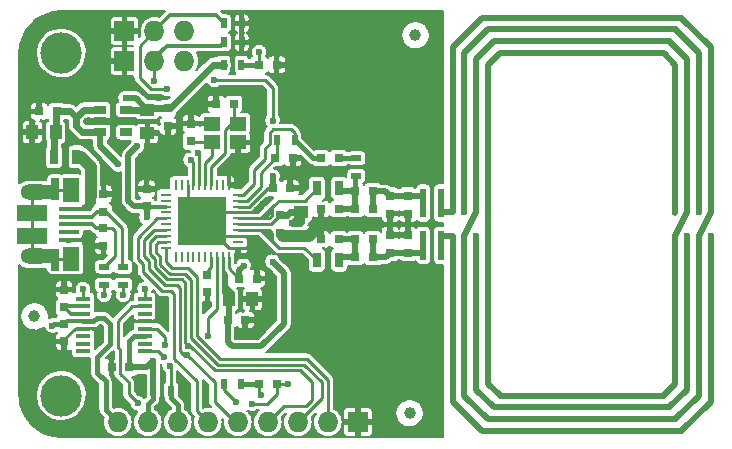
<source format=gtl>
G04 #@! TF.FileFunction,Copper,L1,Top,Signal*
%FSLAX46Y46*%
G04 Gerber Fmt 4.6, Leading zero omitted, Abs format (unit mm)*
G04 Created by KiCad (PCBNEW 4.0.2+dfsg1-stable) date ned 09 jul 2017 09:25:13 CEST*
%MOMM*%
G01*
G04 APERTURE LIST*
%ADD10C,0.100000*%
%ADD11C,3.500000*%
%ADD12C,0.600000*%
%ADD13R,0.800000X0.750000*%
%ADD14R,0.750000X0.800000*%
%ADD15R,1.000000X1.250000*%
%ADD16R,1.250000X1.000000*%
%ADD17R,0.797560X0.797560*%
%ADD18C,1.000000*%
%ADD19R,0.700000X1.300000*%
%ADD20R,1.727200X1.727200*%
%ADD21O,1.727200X1.727200*%
%ADD22R,0.500000X0.900000*%
%ADD23R,0.900000X0.500000*%
%ADD24R,1.200000X0.400000*%
%ADD25R,1.060000X0.650000*%
%ADD26R,1.750000X0.400000*%
%ADD27O,1.350000X0.940000*%
%ADD28O,1.500000X1.000000*%
%ADD29R,1.460000X2.000000*%
%ADD30R,2.500000X1.425000*%
%ADD31O,2.450000X1.300000*%
%ADD32R,0.700000X1.825000*%
%ADD33R,2.050000X1.300000*%
%ADD34R,1.400000X1.150000*%
%ADD35R,0.900000X0.290000*%
%ADD36R,0.290000X0.900000*%
%ADD37R,4.100000X4.100000*%
%ADD38C,0.500000*%
%ADD39O,0.500000X13.500000*%
%ADD40O,17.350000X0.500000*%
%ADD41O,0.500000X14.500000*%
%ADD42O,0.500000X14.000000*%
%ADD43O,16.350000X0.500000*%
%ADD44O,0.500000X13.000000*%
%ADD45O,14.350000X0.500000*%
%ADD46O,15.350000X0.500000*%
%ADD47O,0.600000X0.600000*%
%ADD48O,0.500000X3.000000*%
%ADD49C,0.500000*%
%ADD50C,0.280000*%
%ADD51C,0.400000*%
%ADD52C,0.600000*%
%ADD53C,0.300000*%
%ADD54C,1.000000*%
%ADD55C,0.200000*%
G04 APERTURE END LIST*
D10*
D11*
X4000000Y3996400D03*
X4000000Y32996400D03*
D12*
X24100000Y14610000D03*
X24100000Y15660000D03*
X22970000Y15670000D03*
X21050000Y16780000D03*
X21060000Y20180000D03*
X8990000Y4060000D03*
X16210000Y4580000D03*
X14570000Y4580000D03*
X10700000Y4950000D03*
X12570000Y12040000D03*
X8260000Y7260000D03*
X8640000Y5060000D03*
X10400000Y13830000D03*
X1050000Y13000000D03*
X2130000Y13000000D03*
X3190000Y13000000D03*
X6310000Y14280000D03*
X6310000Y15180000D03*
X6310000Y16040000D03*
X6310000Y16830000D03*
X6310000Y17610000D03*
X19430000Y23150000D03*
X18200000Y23150000D03*
X24670000Y22930000D03*
X23630000Y22930000D03*
X16390000Y11700000D03*
X20540000Y16230000D03*
X20560000Y17310000D03*
X3180000Y8570000D03*
X4260000Y7570000D03*
X7210000Y9550000D03*
X9800000Y10200000D03*
X12480000Y10380000D03*
X28210000Y18500000D03*
D13*
X23630000Y24080000D03*
X22130000Y24080000D03*
X26000000Y19790000D03*
X27500000Y19790000D03*
D14*
X11240000Y20000000D03*
X11240000Y21500000D03*
D13*
X19060000Y13900000D03*
X20560000Y13900000D03*
D14*
X7580000Y18180000D03*
X7580000Y16680000D03*
D15*
X3550000Y26300000D03*
X1550000Y26300000D03*
X18190000Y12150000D03*
X20190000Y12150000D03*
D14*
X7580000Y19570000D03*
X7580000Y21070000D03*
D13*
X3650000Y28050000D03*
X2150000Y28050000D03*
X18090000Y10400000D03*
X19590000Y10400000D03*
D14*
X4260000Y12970000D03*
X4260000Y11470000D03*
D13*
X21900000Y21550000D03*
X23400000Y21550000D03*
D16*
X24300000Y19500000D03*
X24300000Y17500000D03*
D14*
X22550000Y19250000D03*
X22550000Y17750000D03*
D13*
X9770000Y6380000D03*
X8270000Y6380000D03*
D14*
X16390000Y14240000D03*
X16390000Y12740000D03*
X14980000Y25520000D03*
X14980000Y27020000D03*
D13*
X18630000Y28690000D03*
X17130000Y28690000D03*
X27510000Y24090000D03*
X26010000Y24090000D03*
X26000000Y17210000D03*
X27500000Y17210000D03*
D16*
X11300000Y28200000D03*
X11300000Y26200000D03*
D14*
X13050000Y28300000D03*
X13050000Y26800000D03*
D13*
X28900000Y15710000D03*
X30400000Y15710000D03*
X28900000Y17210000D03*
X30400000Y17210000D03*
X28900000Y21290000D03*
X30400000Y21290000D03*
X28900000Y19790000D03*
X30400000Y19790000D03*
D14*
X31850000Y16090000D03*
X31850000Y17590000D03*
X31850000Y19400000D03*
X31850000Y20900000D03*
X33350000Y16090000D03*
X33350000Y17590000D03*
X33350000Y19400000D03*
X33350000Y20900000D03*
D17*
X20750700Y32000000D03*
X22249300Y32000000D03*
X20750700Y5000000D03*
X22249300Y5000000D03*
D18*
X33500000Y2500000D03*
X1740000Y10700000D03*
X34000000Y34500000D03*
D19*
X3400000Y24200000D03*
X5300000Y24200000D03*
D20*
X29120000Y1750000D03*
D21*
X26580000Y1750000D03*
X24040000Y1750000D03*
X21500000Y1750000D03*
X18960000Y1750000D03*
X16420000Y1750000D03*
X13880000Y1750000D03*
X11340000Y1750000D03*
X8800000Y1750000D03*
D20*
X9360000Y34850000D03*
D21*
X11900000Y34850000D03*
X14440000Y34850000D03*
D20*
X9360000Y32310000D03*
D21*
X11900000Y32310000D03*
X14440000Y32310000D03*
D22*
X19300000Y35500000D03*
X17800000Y35500000D03*
X19300000Y33900000D03*
X17800000Y33900000D03*
D23*
X7660000Y13380000D03*
X7660000Y14880000D03*
X9260000Y13380000D03*
X9260000Y14880000D03*
D22*
X13300000Y4400000D03*
X11800000Y4400000D03*
X19250000Y32000000D03*
X17750000Y32000000D03*
X22280000Y25630000D03*
X23780000Y25630000D03*
D23*
X29000000Y22590000D03*
X29000000Y24090000D03*
D22*
X34650000Y15900000D03*
X36150000Y15900000D03*
X34650000Y17496400D03*
X36150000Y17496400D03*
X34650000Y19496400D03*
X36150000Y19496400D03*
X34650000Y21100000D03*
X36150000Y21100000D03*
D24*
X11060000Y7747500D03*
X11060000Y8382500D03*
X11060000Y9017500D03*
X11060000Y9652500D03*
X11060000Y10287500D03*
X11060000Y10922500D03*
X11060000Y11557500D03*
X11060000Y12192500D03*
X5860000Y12192500D03*
X5860000Y11557500D03*
X5860000Y10922500D03*
X5860000Y10287500D03*
X5860000Y9652500D03*
X5860000Y9017500D03*
X5860000Y8382500D03*
X5860000Y7747500D03*
D25*
X7300000Y28200000D03*
X7300000Y27250000D03*
X7300000Y26300000D03*
X9500000Y26300000D03*
X9500000Y28200000D03*
D26*
X4625000Y19796400D03*
X4625000Y19146400D03*
X4625000Y18496400D03*
X4625000Y17846400D03*
X4625000Y17196400D03*
D27*
X4830000Y20921400D03*
X4830000Y16071400D03*
D28*
X1800000Y21221400D03*
X1800000Y15771400D03*
D29*
X4830000Y21396400D03*
X4830000Y15596400D03*
D30*
X1550000Y17533900D03*
X1550000Y19458900D03*
D31*
X1800000Y15771400D03*
D32*
X3500000Y15508900D03*
D31*
X1800000Y21216400D03*
D32*
X3500000Y21483900D03*
D33*
X2800000Y15771400D03*
X2800000Y21216400D03*
D19*
X27550000Y15460000D03*
X25650000Y15460000D03*
X27550000Y21540000D03*
X25650000Y21540000D03*
D34*
X16780000Y27020000D03*
X18980000Y27020000D03*
X18980000Y25420000D03*
X16780000Y25420000D03*
D22*
X19250000Y5000000D03*
X17750000Y5000000D03*
D14*
X4260000Y10080000D03*
X4260000Y8580000D03*
D12*
X27070000Y18500000D03*
D35*
X19000000Y16496400D03*
X19000000Y16996400D03*
X19000000Y17496400D03*
X19000000Y17996400D03*
X19000000Y18496400D03*
X19000000Y18996400D03*
X19000000Y19496400D03*
X19000000Y19996400D03*
X19000000Y20496400D03*
X19000000Y20996400D03*
D36*
X16700000Y21796400D03*
X18200000Y21796400D03*
X17700000Y21796400D03*
X17200000Y21796400D03*
X16200000Y21796400D03*
X14200000Y21796400D03*
X15700000Y21796400D03*
X15200000Y21796400D03*
X14700000Y21796400D03*
X13700000Y21796400D03*
D35*
X12900000Y16496400D03*
X12900000Y19496400D03*
X12900000Y18496400D03*
X12900000Y17996400D03*
X12900000Y16996400D03*
X12900000Y17496400D03*
X12900000Y18996400D03*
X12900000Y19996400D03*
X12900000Y20996400D03*
X12900000Y20496400D03*
D36*
X18200000Y15696400D03*
X17700000Y15696400D03*
X17200000Y15696400D03*
X16700000Y15696400D03*
X16200000Y15696400D03*
X15200000Y15696400D03*
X13700000Y15696400D03*
X14200000Y15696400D03*
X15700000Y15696400D03*
X14700000Y15696400D03*
D37*
X15950000Y18746400D03*
D38*
X56512563Y35983837D02*
X58987437Y33508963D01*
X37162563Y33508963D02*
X39637437Y35983837D01*
X39637437Y1008963D02*
X37162563Y3483837D01*
D39*
X37150000Y9996400D03*
X37150000Y26996400D03*
D40*
X48075000Y996400D03*
D38*
X58987437Y3483837D02*
X56512563Y1008963D01*
D41*
X59000000Y10496400D03*
D40*
X48075000Y35996400D03*
D41*
X59000000Y26496400D03*
D42*
X58000000Y26246400D03*
D43*
X48075000Y34996400D03*
D38*
X56000151Y34996249D02*
X57999849Y32996551D01*
X38150151Y32996551D02*
X40149849Y34996249D01*
D42*
X38150000Y26246400D03*
X38150000Y10746400D03*
D38*
X38150151Y3996249D02*
X40149849Y1996551D01*
D43*
X48075000Y1996400D03*
D38*
X56000151Y1996551D02*
X57999849Y3996249D01*
D42*
X58000000Y10746400D03*
D38*
X58998849Y19496937D02*
X58001151Y17495863D01*
D44*
X40150000Y11246400D03*
D45*
X48075000Y3996400D03*
D38*
X39150113Y4496287D02*
X40649887Y2996513D01*
D39*
X57000000Y10996400D03*
D38*
X55500113Y33996287D02*
X56999887Y32496513D01*
D39*
X39150000Y25996400D03*
X57000000Y25996400D03*
D46*
X48075000Y33996400D03*
D38*
X39150113Y32496513D02*
X40649887Y33996287D01*
X55500113Y2996513D02*
X56999887Y4496287D01*
X39148849Y19496937D02*
X38151151Y17495863D01*
D39*
X39150000Y10996400D03*
D46*
X48075000Y2996400D03*
D38*
X40151490Y4994910D02*
X41148510Y3997890D01*
D44*
X56000000Y11246400D03*
D38*
X55001490Y3997890D02*
X55998510Y4994910D01*
D44*
X40150000Y25746400D03*
D38*
X40151490Y31997890D02*
X41148510Y32994910D01*
D45*
X48075000Y32996400D03*
D38*
X55001490Y32994910D02*
X55998510Y31997890D01*
D44*
X56000000Y25746400D03*
D38*
X56998849Y19496937D02*
X56001151Y17495863D01*
D47*
X40150000Y18496400D03*
D48*
X40150000Y18496400D03*
D47*
X39150000Y17496400D03*
X38150000Y19496400D03*
X57000000Y17496400D03*
X56000000Y19496400D03*
X58000000Y19496400D03*
X59000000Y17496400D03*
D49*
X37150000Y19496400D03*
X37150000Y17496400D03*
D12*
X11790000Y6940000D03*
X18780000Y3460000D03*
X10440000Y25090000D03*
X11230000Y19080000D03*
X9470000Y29190000D03*
X20610000Y19740000D03*
X8400000Y27250000D03*
X6150000Y27250000D03*
X26000000Y18496400D03*
X3260000Y9920000D03*
X19450000Y14980000D03*
X8820000Y23560000D03*
X21900000Y15320000D03*
X16960000Y30700000D03*
X21900000Y27280000D03*
X21900000Y22540000D03*
X24220000Y18610000D03*
X23560000Y18610000D03*
X20760000Y33050000D03*
X23170000Y5000000D03*
X20130000Y3320000D03*
X10470000Y3360000D03*
X14720000Y8230000D03*
X12780000Y8280000D03*
X14690000Y7410000D03*
X12700000Y7280000D03*
X13190000Y6500000D03*
X16450000Y9030000D03*
X12930000Y29940000D03*
X15580000Y24540000D03*
X11900000Y30630000D03*
X14970000Y23950000D03*
X11060000Y13020000D03*
X7650000Y12530000D03*
X5860000Y13020000D03*
X9260000Y12530000D03*
X20930000Y4030000D03*
D38*
X11230000Y6380000D02*
X9770000Y6380000D01*
X11790000Y6940000D02*
X11800000Y6930000D01*
X11800000Y6930000D02*
X11800000Y4400000D01*
X11790000Y6940000D02*
X11230000Y6380000D01*
D50*
X17750000Y5000000D02*
X17750000Y4490000D01*
X17750000Y4490000D02*
X18780000Y3460000D01*
D38*
X10440000Y25090000D02*
X9680000Y24330000D01*
X9680000Y24330000D02*
X9680000Y20480000D01*
X9680000Y20480000D02*
X10160000Y20000000D01*
X10160000Y20000000D02*
X11240000Y20000000D01*
D51*
X9770000Y8630000D02*
X10157500Y9017500D01*
X10157500Y9017500D02*
X11060000Y9017500D01*
X9770000Y6380000D02*
X9770000Y8630000D01*
D38*
X11230000Y19080000D02*
X11240000Y19090000D01*
X11240000Y19090000D02*
X11240000Y20000000D01*
X9470000Y29190000D02*
X10310000Y29190000D01*
X10310000Y29190000D02*
X11300000Y28200000D01*
D52*
X13190000Y28300000D02*
X16890000Y32000000D01*
X16890000Y32000000D02*
X17750000Y32000000D01*
X13050000Y28300000D02*
X13190000Y28300000D01*
D53*
X12900000Y19996400D02*
X11243600Y19996400D01*
X11243600Y19996400D02*
X11240000Y20000000D01*
D52*
X13050000Y28300000D02*
X11400000Y28300000D01*
X11400000Y28300000D02*
X11300000Y28200000D01*
X9500000Y28200000D02*
X11300000Y28200000D01*
D51*
X11340000Y1750000D02*
X11340000Y3240000D01*
X11340000Y3240000D02*
X11800000Y3700000D01*
X11800000Y3700000D02*
X11800000Y4400000D01*
D50*
X20606400Y19496400D02*
X21110000Y20000000D01*
X20136400Y19496400D02*
X20606400Y19496400D01*
X21370000Y20730000D02*
X21820000Y20730000D01*
X20780000Y20140000D02*
X21370000Y20730000D01*
X20136400Y19496400D02*
X20780000Y20140000D01*
X19000000Y19496400D02*
X20136400Y19496400D01*
D53*
X18200000Y21796400D02*
X18200000Y23150000D01*
D50*
X19000000Y16496400D02*
X18200000Y16496400D01*
X18200000Y16496400D02*
X15950000Y18746400D01*
X19000000Y17496400D02*
X17200000Y17496400D01*
X17200000Y17496400D02*
X15950000Y18746400D01*
X14700000Y21796400D02*
X14700000Y19996400D01*
X14700000Y19996400D02*
X15950000Y18746400D01*
X19000000Y19496400D02*
X16700000Y19496400D01*
X16700000Y19496400D02*
X15950000Y18746400D01*
X5152500Y9652500D02*
X4260000Y8760000D01*
X4260000Y8760000D02*
X4260000Y8580000D01*
X5860000Y9652500D02*
X5152500Y9652500D01*
X19643600Y17496400D02*
X19910000Y17230000D01*
X19000000Y17496400D02*
X19643600Y17496400D01*
X20623600Y17496400D02*
X20810000Y17310000D01*
X19000000Y17496400D02*
X20623600Y17496400D01*
X19000000Y19496400D02*
X20366400Y19496400D01*
X20366400Y19496400D02*
X20610000Y19740000D01*
D54*
X24300000Y17500000D02*
X25003600Y17500000D01*
X25003600Y17500000D02*
X26000000Y18496400D01*
X22800000Y17500000D02*
X24300000Y17500000D01*
D52*
X7300000Y27250000D02*
X8400000Y27250000D01*
X7300000Y27250000D02*
X6150000Y27250000D01*
D51*
X3260000Y9920000D02*
X3420000Y10080000D01*
X3420000Y10080000D02*
X4260000Y10080000D01*
D38*
X19060000Y13900000D02*
X19060000Y14590000D01*
X19060000Y14590000D02*
X19450000Y14980000D01*
D51*
X7760000Y5210000D02*
X7760000Y2790000D01*
X7760000Y2790000D02*
X8800000Y1750000D01*
X7030000Y5940000D02*
X7760000Y5210000D01*
X7030000Y7230000D02*
X7030000Y5940000D01*
X8120000Y8320000D02*
X7030000Y7230000D01*
X8120000Y10070000D02*
X8120000Y8320000D01*
X7610000Y10580000D02*
X8120000Y10070000D01*
X7030000Y10580000D02*
X7610000Y10580000D01*
X6737500Y10287500D02*
X7030000Y10580000D01*
X5860000Y10287500D02*
X6737500Y10287500D01*
D53*
X5860000Y10287500D02*
X4467500Y10287500D01*
X4467500Y10287500D02*
X4260000Y10080000D01*
D38*
X7300000Y26300000D02*
X7300000Y25080000D01*
X7300000Y25080000D02*
X8820000Y23560000D01*
D50*
X18200000Y15696400D02*
X18200000Y14760000D01*
X18200000Y14760000D02*
X19060000Y13900000D01*
D52*
X3650000Y28050000D02*
X4750000Y28050000D01*
X4750000Y28050000D02*
X5250000Y27550000D01*
X7300000Y28200000D02*
X5900000Y28200000D01*
X5900000Y28200000D02*
X5250000Y27550000D01*
X5250000Y26850000D02*
X5250000Y27550000D01*
X5800000Y26300000D02*
X5250000Y26850000D01*
X7300000Y26300000D02*
X5800000Y26300000D01*
X3550000Y26300000D02*
X3550000Y27950000D01*
X3550000Y27950000D02*
X3650000Y28050000D01*
X3400000Y24200000D02*
X3400000Y26150000D01*
X3400000Y26150000D02*
X3550000Y26300000D01*
D50*
X7580000Y18180000D02*
X8280000Y18180000D01*
X8280000Y18180000D02*
X8560000Y17900000D01*
X8560000Y17900000D02*
X8560000Y15780000D01*
X8560000Y15780000D02*
X7660000Y14880000D01*
D53*
X6653600Y18496400D02*
X6970000Y18180000D01*
X6970000Y18180000D02*
X7580000Y18180000D01*
X4625000Y18496400D02*
X6653600Y18496400D01*
D38*
X21900000Y15320000D02*
X22880000Y14340000D01*
X22880000Y14340000D02*
X22880000Y10090000D01*
X22880000Y10090000D02*
X20960000Y8170000D01*
X20960000Y8170000D02*
X18450000Y8170000D01*
X18450000Y8170000D02*
X18090000Y8530000D01*
X18090000Y8530000D02*
X18090000Y10400000D01*
D50*
X21900000Y30070000D02*
X21270000Y30700000D01*
X21270000Y30700000D02*
X16960000Y30700000D01*
X21900000Y27280000D02*
X21900000Y30070000D01*
D38*
X18190000Y12150000D02*
X18190000Y10500000D01*
X18190000Y10500000D02*
X18090000Y10400000D01*
D50*
X17700000Y14160000D02*
X17700000Y12640000D01*
X17700000Y15696400D02*
X17700000Y14160000D01*
X17700000Y14160000D02*
X17780000Y14160000D01*
X17700000Y12640000D02*
X18190000Y12150000D01*
X19946400Y19996400D02*
X21500000Y21550000D01*
X21500000Y21550000D02*
X21900000Y21550000D01*
X19000000Y19996400D02*
X19946400Y19996400D01*
X19000000Y18496400D02*
X21796400Y18496400D01*
X21796400Y18496400D02*
X22550000Y19250000D01*
D38*
X21900000Y21550000D02*
X21900000Y22540000D01*
D52*
X23120000Y19250000D02*
X23370000Y19500000D01*
X23370000Y19500000D02*
X24300000Y19500000D01*
X22550000Y19250000D02*
X23120000Y19250000D01*
X23560000Y18620000D02*
X23890000Y18950000D01*
X23560000Y18610000D02*
X23560000Y18620000D01*
X23560000Y18610000D02*
X23620000Y18610000D01*
X23560000Y18610000D02*
X24220000Y18610000D01*
X24300000Y19500000D02*
X24300000Y18690000D01*
X24300000Y18690000D02*
X24220000Y18610000D01*
D50*
X24300000Y19500000D02*
X24300000Y19350000D01*
D53*
X21900000Y21500000D02*
X21900000Y21550000D01*
D50*
X7760000Y19570000D02*
X9170000Y18160000D01*
X9170000Y18160000D02*
X9170000Y14970000D01*
X9170000Y14970000D02*
X9260000Y14880000D01*
D53*
X7580000Y19570000D02*
X7760000Y19570000D01*
X6646400Y19146400D02*
X7070000Y19570000D01*
X7070000Y19570000D02*
X7580000Y19570000D01*
X4625000Y19146400D02*
X6646400Y19146400D01*
X5860000Y11557500D02*
X4347500Y11557500D01*
X4347500Y11557500D02*
X4260000Y11470000D01*
X5860000Y10922500D02*
X4807500Y10922500D01*
X4807500Y10922500D02*
X4260000Y11470000D01*
D50*
X16700000Y14890000D02*
X16470000Y14660000D01*
X16470000Y14660000D02*
X16470000Y14240000D01*
X16700000Y15696400D02*
X16700000Y14890000D01*
X16200000Y21796400D02*
X16200000Y23710000D01*
X16780000Y25420000D02*
X15080000Y25420000D01*
X15080000Y25420000D02*
X14980000Y25520000D01*
X16200000Y23710000D02*
X16780000Y24290000D01*
X16780000Y24290000D02*
X16780000Y25420000D01*
X22280000Y25630000D02*
X22280000Y24230000D01*
X22280000Y24230000D02*
X22130000Y24080000D01*
X20910000Y21640000D02*
X20910000Y22860000D01*
X22130000Y24080000D02*
X20910000Y22860000D01*
X19766400Y20496400D02*
X20910000Y21640000D01*
X19000000Y20496400D02*
X19766400Y20496400D01*
X16700000Y21796400D02*
X16700000Y23360000D01*
X16700000Y23360000D02*
X17890000Y24550000D01*
X18630000Y28690000D02*
X18630000Y27370000D01*
X18630000Y27370000D02*
X18980000Y27020000D01*
X17890000Y26510000D02*
X18400000Y27020000D01*
X18400000Y27020000D02*
X18980000Y27020000D01*
X17890000Y24550000D02*
X17890000Y26510000D01*
D51*
X29000000Y24090000D02*
X27510000Y24090000D01*
X26010000Y24090000D02*
X25320000Y24090000D01*
X25320000Y24090000D02*
X23780000Y25630000D01*
D50*
X19000000Y20996400D02*
X19436400Y20996400D01*
X19436400Y20996400D02*
X20340000Y21900000D01*
X20340000Y21900000D02*
X20340000Y23110000D01*
X20340000Y23110000D02*
X21290000Y24060000D01*
X21290000Y24060000D02*
X21290000Y24940000D01*
X21290000Y24940000D02*
X21650000Y25300000D01*
X21650000Y25300000D02*
X21650000Y26260000D01*
X21910000Y26520000D02*
X23490000Y26520000D01*
X21650000Y26260000D02*
X21910000Y26520000D01*
X23490000Y26520000D02*
X23780000Y26230000D01*
X23780000Y26230000D02*
X23780000Y25630000D01*
D38*
X28900000Y17210000D02*
X27500000Y17210000D01*
X28900000Y15710000D02*
X27800000Y15710000D01*
X27800000Y15710000D02*
X27550000Y15460000D01*
X28900000Y15710000D02*
X28900000Y17210000D01*
X30400000Y17210000D02*
X30400000Y15710000D01*
X30400000Y15710000D02*
X31470000Y15710000D01*
X31470000Y15710000D02*
X31850000Y16090000D01*
X33350000Y16090000D02*
X31850000Y16090000D01*
X33350000Y16090000D02*
X34460000Y16090000D01*
X34460000Y16090000D02*
X34650000Y15900000D01*
X34650000Y17496400D02*
X34650000Y15900000D01*
X31850000Y20900000D02*
X31460000Y21290000D01*
X31460000Y21290000D02*
X30400000Y21290000D01*
X30400000Y19790000D02*
X30400000Y21290000D01*
X31850000Y20900000D02*
X33350000Y20900000D01*
X33350000Y20900000D02*
X34450000Y20900000D01*
X34450000Y20900000D02*
X34650000Y21100000D01*
X34650000Y21100000D02*
X34650000Y19496400D01*
D50*
X20760000Y33050000D02*
X20750700Y33040700D01*
X20750700Y33040700D02*
X20750700Y32000000D01*
D51*
X19250000Y32000000D02*
X20750700Y32000000D01*
D50*
X23170000Y5000000D02*
X22249300Y5000000D01*
X20130000Y3320000D02*
X21470000Y3320000D01*
X21470000Y3320000D02*
X22249300Y4099300D01*
X22249300Y4099300D02*
X22249300Y5000000D01*
X11060000Y11557500D02*
X10037500Y11557500D01*
X10037500Y11557500D02*
X8780000Y10300000D01*
X9020000Y7880000D02*
X9020000Y5800000D01*
X8780000Y10300000D02*
X8780000Y8120000D01*
X8780000Y8120000D02*
X9020000Y7880000D01*
X9020000Y5800000D02*
X9710000Y5110000D01*
X9710000Y5110000D02*
X9710000Y4120000D01*
X9710000Y4120000D02*
X10470000Y3360000D01*
D52*
X5650000Y24200000D02*
X5300000Y24200000D01*
D54*
X6500000Y23350000D02*
X5650000Y24200000D01*
X6500000Y23050000D02*
X6500000Y23350000D01*
X6500000Y20850000D02*
X6500000Y23050000D01*
D50*
X21223600Y17996400D02*
X21670000Y17550000D01*
X20943600Y17996400D02*
X21223600Y17996400D01*
X20943600Y17996400D02*
X21930000Y17010000D01*
X21930000Y17010000D02*
X22430000Y16510000D01*
X20943600Y17996400D02*
X21586400Y17996400D01*
X21586400Y17996400D02*
X21820000Y17762800D01*
X21820000Y17762800D02*
X21820000Y17120000D01*
X21820000Y17120000D02*
X21930000Y17010000D01*
X19000000Y17996400D02*
X20943600Y17996400D01*
X25650000Y15460000D02*
X24600000Y16510000D01*
X24600000Y16510000D02*
X22430000Y16510000D01*
X21216400Y18996400D02*
X21670000Y19450000D01*
X20926400Y18996400D02*
X21216400Y18996400D01*
X20926400Y18996400D02*
X22040000Y20110000D01*
X21820000Y19890000D02*
X22040000Y20110000D01*
X22040000Y20110000D02*
X22430000Y20500000D01*
X21820000Y19570000D02*
X21820000Y19890000D01*
X21820000Y19230000D02*
X21820000Y19570000D01*
X21586400Y18996400D02*
X21820000Y19230000D01*
X20926400Y18996400D02*
X21586400Y18996400D01*
X19000000Y18996400D02*
X20926400Y18996400D01*
X22430000Y20500000D02*
X24610000Y20500000D01*
X24610000Y20500000D02*
X25650000Y21540000D01*
X4830000Y15596400D02*
X2975000Y15596400D01*
X2975000Y15596400D02*
X2800000Y15771400D01*
X1550000Y17533900D02*
X1550000Y16021400D01*
X1550000Y16021400D02*
X1800000Y15771400D01*
X1550000Y17533900D02*
X1550000Y19458900D01*
X1550000Y19458900D02*
X1550000Y20971400D01*
X1550000Y20971400D02*
X1800000Y21221400D01*
X4830000Y21396400D02*
X2980000Y21396400D01*
X2980000Y21396400D02*
X2800000Y21216400D01*
X12900000Y16496400D02*
X12900000Y15280000D01*
X12900000Y15280000D02*
X13380000Y14800000D01*
X26580000Y5320000D02*
X26580000Y1750000D01*
X13380000Y14800000D02*
X14710000Y14800000D01*
X14710000Y14800000D02*
X15510000Y14000000D01*
X24790000Y7110000D02*
X26580000Y5320000D01*
X15510000Y14000000D02*
X15510000Y9050000D01*
X15510000Y9050000D02*
X17450000Y7110000D01*
X17450000Y7110000D02*
X24790000Y7110000D01*
X12900000Y16996400D02*
X12226400Y16996400D01*
X15020000Y13790000D02*
X15020000Y8840000D01*
X17240000Y6620000D02*
X24590000Y6620000D01*
X12226400Y16996400D02*
X12000000Y16770000D01*
X12000000Y16770000D02*
X12000000Y16170000D01*
X12000000Y16170000D02*
X12410000Y15760000D01*
X12410000Y15760000D02*
X12410000Y15080000D01*
X12410000Y15080000D02*
X13180000Y14310000D01*
X14500000Y14310000D02*
X15020000Y13790000D01*
X13180000Y14310000D02*
X14500000Y14310000D01*
X15020000Y8840000D02*
X17240000Y6620000D01*
X24590000Y6620000D02*
X26090000Y5120000D01*
X26090000Y5120000D02*
X26090000Y3800000D01*
X26090000Y3800000D02*
X24040000Y1750000D01*
X22870000Y3120000D02*
X21500000Y1750000D01*
X14720000Y8230000D02*
X14940000Y8230000D01*
X12036400Y17496400D02*
X12900000Y17496400D01*
X14940000Y8230000D02*
X17040000Y6130000D01*
X14530000Y8420000D02*
X14530000Y13500000D01*
X17040000Y6130000D02*
X24250000Y6130000D01*
X24250000Y6130000D02*
X25210000Y5170000D01*
X25210000Y5170000D02*
X25210000Y3610000D01*
X25210000Y3610000D02*
X24720000Y3120000D01*
X14720000Y8230000D02*
X14530000Y8420000D01*
X24720000Y3120000D02*
X22870000Y3120000D01*
X11920000Y15560000D02*
X11510000Y15970000D01*
X14530000Y13500000D02*
X14210000Y13820000D01*
X11920000Y14880000D02*
X11920000Y15560000D01*
X14210000Y13820000D02*
X12980000Y13820000D01*
X12980000Y13820000D02*
X11920000Y14880000D01*
X11510000Y15970000D02*
X11510000Y16970000D01*
X11510000Y16970000D02*
X12036400Y17496400D01*
X12087500Y9652500D02*
X12780000Y8960000D01*
X12780000Y8960000D02*
X12780000Y8280000D01*
X11060000Y9652500D02*
X12087500Y9652500D01*
X14040000Y13130000D02*
X13840000Y13330000D01*
X14690000Y7410000D02*
X16990000Y5110000D01*
X16990000Y5110000D02*
X16990000Y3460000D01*
X11846400Y17996400D02*
X12900000Y17996400D01*
X16990000Y3460000D02*
X18700000Y1750000D01*
X18700000Y1750000D02*
X18960000Y1750000D01*
X14370000Y7410000D02*
X14040000Y7740000D01*
X14690000Y7410000D02*
X14370000Y7410000D01*
X11020000Y15770000D02*
X11020000Y17170000D01*
X14040000Y7740000D02*
X14040000Y13130000D01*
X12780000Y13330000D02*
X11430000Y14680000D01*
X11430000Y14680000D02*
X11430000Y15360000D01*
X13840000Y13330000D02*
X12780000Y13330000D01*
X11430000Y15360000D02*
X11020000Y15770000D01*
X11020000Y17170000D02*
X11846400Y17996400D01*
X11060000Y7747500D02*
X12232500Y7747500D01*
X12232500Y7747500D02*
X12700000Y7280000D01*
X12900000Y18996400D02*
X12156400Y18996400D01*
X10530000Y17370000D02*
X10530000Y15570000D01*
X12156400Y18996400D02*
X10530000Y17370000D01*
X10530000Y15570000D02*
X10940000Y15160000D01*
X10940000Y15160000D02*
X10940000Y14480000D01*
X10940000Y14480000D02*
X12580000Y12840000D01*
X12580000Y12840000D02*
X13300000Y12840000D01*
X13300000Y12840000D02*
X13550000Y12590000D01*
X13550000Y12590000D02*
X13550000Y7130000D01*
X13550000Y7130000D02*
X15470000Y5210000D01*
X15470000Y5210000D02*
X15470000Y2700000D01*
X15470000Y2700000D02*
X16420000Y1750000D01*
X13190000Y6500000D02*
X13300000Y6390000D01*
X13300000Y6390000D02*
X13300000Y4400000D01*
X17200000Y15696400D02*
X17200000Y11350000D01*
X16450000Y9030000D02*
X16450000Y10600000D01*
X16450000Y10600000D02*
X17200000Y11350000D01*
D51*
X13880000Y1750000D02*
X13880000Y3220000D01*
X13880000Y3220000D02*
X13300000Y3800000D01*
X13300000Y3800000D02*
X13300000Y4400000D01*
D50*
X12930000Y29940000D02*
X11630000Y29940000D01*
X11630000Y29940000D02*
X10660000Y30910000D01*
X10660000Y30910000D02*
X10660000Y33610000D01*
X10660000Y33610000D02*
X11900000Y34850000D01*
X15700000Y21796400D02*
X15700000Y24420000D01*
X15700000Y24420000D02*
X15580000Y24540000D01*
D53*
X13250000Y36200000D02*
X17100000Y36200000D01*
X17100000Y36200000D02*
X17800000Y35500000D01*
X11900000Y34850000D02*
X13250000Y36200000D01*
D51*
X11900000Y34850000D02*
X11900000Y35200000D01*
D50*
X11900000Y30630000D02*
X11900000Y32310000D01*
X15200000Y21796400D02*
X15200000Y23720000D01*
X15200000Y23720000D02*
X14970000Y23950000D01*
D53*
X12950000Y33600000D02*
X17500000Y33600000D01*
X17500000Y33600000D02*
X17800000Y33900000D01*
X11900000Y32550000D02*
X12950000Y33600000D01*
D51*
X11900000Y32310000D02*
X11900000Y32550000D01*
D50*
X11060000Y13020000D02*
X11060000Y12192500D01*
X7660000Y13380000D02*
X7660000Y12540000D01*
X7660000Y12540000D02*
X7650000Y12530000D01*
X5860000Y13020000D02*
X5860000Y12192500D01*
X9260000Y13380000D02*
X9260000Y12530000D01*
X20930000Y4030000D02*
X20750700Y4209300D01*
X20750700Y4209300D02*
X20750700Y5000000D01*
D51*
X19250000Y5000000D02*
X20750700Y5000000D01*
D38*
X37150000Y19496400D02*
X37150000Y26996400D01*
X37150000Y19496400D02*
X36150000Y19496400D01*
X36150000Y21100000D02*
X36150000Y19496400D01*
D51*
X28900000Y21290000D02*
X28900000Y22490000D01*
D50*
X28900000Y22490000D02*
X29000000Y22590000D01*
D38*
X28900000Y19790000D02*
X27500000Y19790000D01*
X28900000Y21290000D02*
X27800000Y21290000D01*
X27800000Y21290000D02*
X27550000Y21540000D01*
X28900000Y19790000D02*
X28900000Y21290000D01*
X37150000Y17496400D02*
X37150000Y9996400D01*
X37150000Y17496400D02*
X36150000Y17496400D01*
X36150000Y15900000D02*
X36150000Y17496400D01*
D55*
G36*
X36300000Y21951935D02*
X35900000Y21951935D01*
X35836302Y21946855D01*
X35728262Y21913398D01*
X35633821Y21851165D01*
X35560457Y21765086D01*
X35513978Y21661976D01*
X35498065Y21550000D01*
X35498065Y20650000D01*
X35500000Y20625737D01*
X35500000Y19960016D01*
X35498065Y19946400D01*
X35498065Y19046400D01*
X35503145Y18982702D01*
X35536602Y18874662D01*
X35598835Y18780221D01*
X35684914Y18706857D01*
X35788024Y18660378D01*
X35900000Y18644465D01*
X36300000Y18644465D01*
X36300000Y18348335D01*
X35900000Y18348335D01*
X35836302Y18343255D01*
X35728262Y18309798D01*
X35633821Y18247565D01*
X35560457Y18161486D01*
X35513978Y18058376D01*
X35498065Y17946400D01*
X35498065Y17046400D01*
X35500000Y17022137D01*
X35500000Y16363616D01*
X35498065Y16350000D01*
X35498065Y15450000D01*
X35503145Y15386302D01*
X35536602Y15278262D01*
X35598835Y15183821D01*
X35684914Y15110457D01*
X35788024Y15063978D01*
X35900000Y15048065D01*
X36300000Y15048065D01*
X36300000Y475000D01*
X4023231Y475000D01*
X3315768Y544367D01*
X2657595Y743081D01*
X2050555Y1065850D01*
X1517768Y1500381D01*
X1079532Y2030117D01*
X752532Y2634892D01*
X549229Y3291656D01*
X494158Y3815622D01*
X1847174Y3815622D01*
X1923287Y3400912D01*
X2078502Y3008884D01*
X2306906Y2654470D01*
X2599800Y2351170D01*
X2946027Y2110537D01*
X3332399Y1941735D01*
X3744200Y1851194D01*
X4165744Y1842364D01*
X4580975Y1915581D01*
X4974077Y2068055D01*
X5330077Y2293979D01*
X5635414Y2584748D01*
X5878459Y2929287D01*
X6049955Y3314471D01*
X6143368Y3725630D01*
X6150092Y4207218D01*
X6068196Y4620825D01*
X5907523Y5010648D01*
X5674192Y5361838D01*
X5377093Y5661019D01*
X5027540Y5896795D01*
X4638849Y6060186D01*
X4225824Y6144968D01*
X3804197Y6147912D01*
X3390029Y6068905D01*
X2999094Y5910957D01*
X2646283Y5680084D01*
X2345035Y5385080D01*
X2106824Y5037182D01*
X1940724Y4649641D01*
X1853061Y4237218D01*
X1847174Y3815622D01*
X494158Y3815622D01*
X475010Y3997794D01*
X475000Y4000786D01*
X475000Y8326000D01*
X3485000Y8326000D01*
X3485000Y8140603D01*
X3500372Y8063324D01*
X3530525Y7990529D01*
X3574300Y7925014D01*
X3630015Y7869299D01*
X3695529Y7825524D01*
X3768325Y7795372D01*
X3845604Y7780000D01*
X4006000Y7780000D01*
X4106000Y7880000D01*
X4106000Y8426000D01*
X3585000Y8426000D01*
X3485000Y8326000D01*
X475000Y8326000D01*
X475000Y13409397D01*
X3485000Y13409397D01*
X3485000Y13224000D01*
X3585000Y13124000D01*
X4106000Y13124000D01*
X4106000Y13670000D01*
X4414000Y13670000D01*
X4414000Y13124000D01*
X4935000Y13124000D01*
X5035000Y13224000D01*
X5035000Y13409397D01*
X5019628Y13486676D01*
X4989475Y13559471D01*
X4945700Y13624986D01*
X4889985Y13680701D01*
X4824471Y13724476D01*
X4751675Y13754628D01*
X4674396Y13770000D01*
X4514000Y13770000D01*
X4414000Y13670000D01*
X4106000Y13670000D01*
X4006000Y13770000D01*
X3845604Y13770000D01*
X3768325Y13754628D01*
X3695529Y13724476D01*
X3630015Y13680701D01*
X3574300Y13624986D01*
X3530525Y13559471D01*
X3500372Y13486676D01*
X3485000Y13409397D01*
X475000Y13409397D01*
X475000Y15029991D01*
X623922Y14905031D01*
X803498Y14806308D01*
X998830Y14744345D01*
X1202477Y14721502D01*
X1217137Y14721400D01*
X1761384Y14721400D01*
X1775000Y14719465D01*
X2748065Y14719465D01*
X2748065Y14596400D01*
X2753145Y14532702D01*
X2786602Y14424662D01*
X2848835Y14330221D01*
X2934914Y14256857D01*
X3038024Y14210378D01*
X3150000Y14194465D01*
X3850000Y14194465D01*
X3913698Y14199545D01*
X3972002Y14217600D01*
X3988024Y14210378D01*
X4100000Y14194465D01*
X5560000Y14194465D01*
X5623698Y14199545D01*
X5731738Y14233002D01*
X5826179Y14295235D01*
X5899543Y14381314D01*
X5946022Y14484424D01*
X5961935Y14596400D01*
X5961935Y16426000D01*
X6805000Y16426000D01*
X6805000Y16240603D01*
X6820372Y16163324D01*
X6850525Y16090529D01*
X6894300Y16025014D01*
X6950015Y15969299D01*
X7015529Y15925524D01*
X7088325Y15895372D01*
X7165604Y15880000D01*
X7326000Y15880000D01*
X7426000Y15980000D01*
X7426000Y16526000D01*
X6905000Y16526000D01*
X6805000Y16426000D01*
X5961935Y16426000D01*
X5961935Y16596400D01*
X5956855Y16660098D01*
X5923398Y16768138D01*
X5871211Y16847333D01*
X5884628Y16879724D01*
X5900000Y16957003D01*
X5900000Y16996400D01*
X5800000Y17096400D01*
X4779000Y17096400D01*
X4779000Y17022400D01*
X4471000Y17022400D01*
X4471000Y17096400D01*
X4451000Y17096400D01*
X4451000Y17244465D01*
X5500000Y17244465D01*
X5563698Y17249545D01*
X5671738Y17283002D01*
X5692070Y17296400D01*
X5800000Y17296400D01*
X5900000Y17396400D01*
X5900000Y17435797D01*
X5884628Y17513076D01*
X5880687Y17522589D01*
X5886022Y17534424D01*
X5901935Y17646400D01*
X5901935Y17946400D01*
X6425782Y17946400D01*
X6581091Y17791091D01*
X6620343Y17758850D01*
X6659268Y17726188D01*
X6661805Y17724793D01*
X6664038Y17722959D01*
X6708782Y17698968D01*
X6753332Y17674476D01*
X6756091Y17673601D01*
X6758638Y17672235D01*
X6807221Y17657381D01*
X6828479Y17650638D01*
X6841602Y17608262D01*
X6903835Y17513821D01*
X6989914Y17440457D01*
X7010555Y17431153D01*
X6950015Y17390701D01*
X6894300Y17334986D01*
X6850525Y17269471D01*
X6820372Y17196676D01*
X6805000Y17119397D01*
X6805000Y16934000D01*
X6905000Y16834000D01*
X7426000Y16834000D01*
X7426000Y16854000D01*
X7734000Y16854000D01*
X7734000Y16834000D01*
X7754000Y16834000D01*
X7754000Y16526000D01*
X7734000Y16526000D01*
X7734000Y15980000D01*
X7834000Y15880000D01*
X7896324Y15880000D01*
X7548259Y15531935D01*
X7210000Y15531935D01*
X7146302Y15526855D01*
X7038262Y15493398D01*
X6943821Y15431165D01*
X6870457Y15345086D01*
X6823978Y15241976D01*
X6808065Y15130000D01*
X6808065Y14630000D01*
X6813145Y14566302D01*
X6846602Y14458262D01*
X6908835Y14363821D01*
X6994914Y14290457D01*
X7098024Y14243978D01*
X7210000Y14228065D01*
X8110000Y14228065D01*
X8173698Y14233145D01*
X8281738Y14266602D01*
X8376179Y14328835D01*
X8449543Y14414914D01*
X8459951Y14438004D01*
X8508835Y14363821D01*
X8594914Y14290457D01*
X8698024Y14243978D01*
X8810000Y14228065D01*
X9710000Y14228065D01*
X9773698Y14233145D01*
X9881738Y14266602D01*
X9976179Y14328835D01*
X10049543Y14414914D01*
X10096022Y14518024D01*
X10111935Y14630000D01*
X10111935Y15130000D01*
X10106855Y15193698D01*
X10084481Y15265948D01*
X10111698Y15232577D01*
X10142868Y15193531D01*
X10146771Y15189572D01*
X10146832Y15189498D01*
X10146901Y15189441D01*
X10148162Y15188162D01*
X10400000Y14936325D01*
X10400000Y14480000D01*
X10404871Y14430324D01*
X10409215Y14380666D01*
X10410007Y14377941D01*
X10410284Y14375113D01*
X10424701Y14327361D01*
X10438617Y14279462D01*
X10439925Y14276940D01*
X10440745Y14274222D01*
X10464139Y14230225D01*
X10487118Y14185894D01*
X10488893Y14183671D01*
X10490223Y14181169D01*
X10521698Y14142577D01*
X10552868Y14103531D01*
X10556771Y14099572D01*
X10556832Y14099498D01*
X10556901Y14099441D01*
X10558162Y14098162D01*
X10945511Y13710813D01*
X10861405Y13694769D01*
X10734124Y13643344D01*
X10619255Y13568176D01*
X10521174Y13472128D01*
X10443617Y13358859D01*
X10389538Y13232683D01*
X10360997Y13098406D01*
X10359080Y12961142D01*
X10383861Y12826120D01*
X10398353Y12789519D01*
X10396302Y12789355D01*
X10288262Y12755898D01*
X10193821Y12693665D01*
X10120457Y12607586D01*
X10073978Y12504476D01*
X10058065Y12392500D01*
X10058065Y12097500D01*
X10037500Y12097500D01*
X9987820Y12092629D01*
X9938167Y12088285D01*
X9935442Y12087493D01*
X9932613Y12087216D01*
X9884849Y12072795D01*
X9836962Y12058883D01*
X9834440Y12057575D01*
X9831722Y12056755D01*
X9787705Y12033350D01*
X9743395Y12010382D01*
X9741174Y12008609D01*
X9738669Y12007277D01*
X9700030Y11975764D01*
X9661032Y11944632D01*
X9657078Y11940733D01*
X9656998Y11940668D01*
X9656937Y11940594D01*
X9655663Y11939338D01*
X8398162Y10681838D01*
X8379459Y10659069D01*
X8034264Y11004264D01*
X7991441Y11039439D01*
X7948980Y11075068D01*
X7946216Y11076587D01*
X7943777Y11078591D01*
X7894899Y11104799D01*
X7846365Y11131481D01*
X7843360Y11132434D01*
X7840578Y11133926D01*
X7787560Y11150135D01*
X7734747Y11166889D01*
X7731612Y11167241D01*
X7728595Y11168163D01*
X7673496Y11173759D01*
X7618377Y11179942D01*
X7612205Y11179985D01*
X7612094Y11179996D01*
X7611991Y11179986D01*
X7610000Y11180000D01*
X7030000Y11180000D01*
X6974830Y11174591D01*
X6919629Y11169761D01*
X6916600Y11168881D01*
X6913459Y11168573D01*
X6860362Y11152542D01*
X6859558Y11152309D01*
X6856855Y11186198D01*
X6841553Y11235611D01*
X6846022Y11245524D01*
X6861935Y11357500D01*
X6861935Y11757500D01*
X6856855Y11821198D01*
X6841553Y11870611D01*
X6846022Y11880524D01*
X6861935Y11992500D01*
X6861935Y12392500D01*
X6856855Y12456198D01*
X6823398Y12564238D01*
X6761165Y12658679D01*
X6675086Y12732043D01*
X6571976Y12778522D01*
X6521931Y12785634D01*
X6527427Y12797977D01*
X6557841Y12931842D01*
X6560030Y13088639D01*
X6533366Y13223301D01*
X6481054Y13350220D01*
X6405086Y13464561D01*
X6308356Y13561969D01*
X6207496Y13630000D01*
X6808065Y13630000D01*
X6808065Y13130000D01*
X6813145Y13066302D01*
X6846602Y12958262D01*
X6908835Y12863821D01*
X6994914Y12790457D01*
X6999188Y12788530D01*
X6979538Y12742683D01*
X6950997Y12608406D01*
X6949080Y12471142D01*
X6973861Y12336120D01*
X7024396Y12208483D01*
X7098760Y12093093D01*
X7194121Y11994344D01*
X7306846Y11915998D01*
X7432641Y11861039D01*
X7566716Y11831561D01*
X7703963Y11828686D01*
X7839155Y11852524D01*
X7967141Y11902167D01*
X8083048Y11975723D01*
X8182460Y12070392D01*
X8261591Y12182568D01*
X8317427Y12307977D01*
X8347841Y12441842D01*
X8350030Y12598639D01*
X8323366Y12733301D01*
X8303681Y12781061D01*
X8376179Y12828835D01*
X8449543Y12914914D01*
X8459951Y12938004D01*
X8508835Y12863821D01*
X8594914Y12790457D01*
X8607569Y12784753D01*
X8589538Y12742683D01*
X8560997Y12608406D01*
X8559080Y12471142D01*
X8583861Y12336120D01*
X8634396Y12208483D01*
X8708760Y12093093D01*
X8804121Y11994344D01*
X8916846Y11915998D01*
X9042641Y11861039D01*
X9176716Y11831561D01*
X9313963Y11828686D01*
X9449155Y11852524D01*
X9577141Y11902167D01*
X9693048Y11975723D01*
X9792460Y12070392D01*
X9871591Y12182568D01*
X9927427Y12307977D01*
X9957841Y12441842D01*
X9960030Y12598639D01*
X9933366Y12733301D01*
X9911545Y12786244D01*
X9976179Y12828835D01*
X10049543Y12914914D01*
X10096022Y13018024D01*
X10111935Y13130000D01*
X10111935Y13630000D01*
X10106855Y13693698D01*
X10073398Y13801738D01*
X10011165Y13896179D01*
X9925086Y13969543D01*
X9821976Y14016022D01*
X9710000Y14031935D01*
X8810000Y14031935D01*
X8746302Y14026855D01*
X8638262Y13993398D01*
X8543821Y13931165D01*
X8470457Y13845086D01*
X8460049Y13821996D01*
X8411165Y13896179D01*
X8325086Y13969543D01*
X8221976Y14016022D01*
X8110000Y14031935D01*
X7210000Y14031935D01*
X7146302Y14026855D01*
X7038262Y13993398D01*
X6943821Y13931165D01*
X6870457Y13845086D01*
X6823978Y13741976D01*
X6808065Y13630000D01*
X6207496Y13630000D01*
X6194548Y13638733D01*
X6067997Y13691930D01*
X5933524Y13719534D01*
X5796250Y13720492D01*
X5661405Y13694769D01*
X5534124Y13643344D01*
X5419255Y13568176D01*
X5321174Y13472128D01*
X5243617Y13358859D01*
X5189538Y13232683D01*
X5160997Y13098406D01*
X5159080Y12961142D01*
X5183861Y12826120D01*
X5198353Y12789519D01*
X5196302Y12789355D01*
X5088262Y12755898D01*
X5032106Y12718894D01*
X4935000Y12816000D01*
X4414000Y12816000D01*
X4414000Y12796000D01*
X4106000Y12796000D01*
X4106000Y12816000D01*
X3585000Y12816000D01*
X3485000Y12716000D01*
X3485000Y12530603D01*
X3500372Y12453324D01*
X3530525Y12380529D01*
X3574300Y12315014D01*
X3630015Y12259299D01*
X3690866Y12218640D01*
X3618821Y12171165D01*
X3545457Y12085086D01*
X3498978Y11981976D01*
X3483065Y11870000D01*
X3483065Y11070000D01*
X3488145Y11006302D01*
X3521602Y10898262D01*
X3583835Y10803821D01*
X3615285Y10777016D01*
X3545457Y10695086D01*
X3538657Y10680000D01*
X3420000Y10680000D01*
X3364830Y10674591D01*
X3309629Y10669761D01*
X3306600Y10668881D01*
X3303459Y10668573D01*
X3250362Y10652542D01*
X3197179Y10637091D01*
X3194381Y10635641D01*
X3191358Y10634728D01*
X3146867Y10611072D01*
X3061405Y10594769D01*
X2935135Y10543752D01*
X2936298Y10548872D01*
X2940051Y10817666D01*
X2894342Y11048516D01*
X2804664Y11266092D01*
X2674433Y11462105D01*
X2508610Y11629089D01*
X2313511Y11760686D01*
X2096567Y11851880D01*
X1866041Y11899200D01*
X1630715Y11900843D01*
X1399551Y11856747D01*
X1181355Y11768590D01*
X984437Y11639730D01*
X816299Y11475077D01*
X683344Y11280901D01*
X590637Y11064599D01*
X541709Y10834410D01*
X538423Y10599101D01*
X580905Y10367635D01*
X667536Y10148829D01*
X795018Y9951016D01*
X958493Y9781733D01*
X1151736Y9647425D01*
X1367385Y9553210D01*
X1597228Y9502676D01*
X1832508Y9497748D01*
X2064265Y9538613D01*
X2283671Y9623715D01*
X2482368Y9749812D01*
X2565060Y9828559D01*
X2583861Y9726120D01*
X2634396Y9598483D01*
X2708760Y9483093D01*
X2804121Y9384344D01*
X2916846Y9305998D01*
X3042641Y9251039D01*
X3176716Y9221561D01*
X3313963Y9218686D01*
X3449155Y9242524D01*
X3577141Y9292167D01*
X3662795Y9346524D01*
X3669914Y9340457D01*
X3690555Y9331153D01*
X3630015Y9290701D01*
X3574300Y9234986D01*
X3530525Y9169471D01*
X3500372Y9096676D01*
X3485000Y9019397D01*
X3485000Y8834000D01*
X3585000Y8734000D01*
X4106000Y8734000D01*
X4106000Y8754000D01*
X4414000Y8754000D01*
X4414000Y8734000D01*
X4434000Y8734000D01*
X4434000Y8426000D01*
X4414000Y8426000D01*
X4414000Y7880000D01*
X4514000Y7780000D01*
X4674396Y7780000D01*
X4751675Y7795372D01*
X4824471Y7825524D01*
X4858065Y7847971D01*
X4858065Y7547500D01*
X4863145Y7483802D01*
X4896602Y7375762D01*
X4958835Y7281321D01*
X5044914Y7207957D01*
X5148024Y7161478D01*
X5260000Y7145565D01*
X6430000Y7145565D01*
X6430000Y5940000D01*
X6435409Y5884830D01*
X6440239Y5829629D01*
X6441119Y5826600D01*
X6441427Y5823459D01*
X6457458Y5770362D01*
X6472909Y5717179D01*
X6474359Y5714381D01*
X6475272Y5711358D01*
X6501289Y5662427D01*
X6526797Y5613216D01*
X6528767Y5610748D01*
X6530247Y5607965D01*
X6565248Y5565050D01*
X6599854Y5521700D01*
X6604184Y5517309D01*
X6604258Y5517219D01*
X6604342Y5517150D01*
X6605736Y5515736D01*
X7160000Y4961472D01*
X7160000Y2790000D01*
X7165409Y2734830D01*
X7170239Y2679629D01*
X7171119Y2676600D01*
X7171427Y2673459D01*
X7187458Y2620362D01*
X7202909Y2567179D01*
X7204359Y2564381D01*
X7205272Y2561358D01*
X7231289Y2512427D01*
X7256797Y2463216D01*
X7258767Y2460748D01*
X7260247Y2457965D01*
X7295248Y2415050D01*
X7329854Y2371700D01*
X7334184Y2367309D01*
X7334258Y2367219D01*
X7334342Y2367150D01*
X7335736Y2365736D01*
X7592582Y2108890D01*
X7564013Y2018831D01*
X7536523Y1773757D01*
X7536400Y1756114D01*
X7536400Y1743886D01*
X7560465Y1498451D01*
X7631744Y1262365D01*
X7747521Y1044620D01*
X7903386Y853510D01*
X8093404Y696314D01*
X8310335Y579020D01*
X8545918Y506095D01*
X8791178Y480317D01*
X9036775Y502668D01*
X9273353Y572296D01*
X9491901Y686551D01*
X9684095Y841078D01*
X9842613Y1029994D01*
X9961419Y1246101D01*
X10035987Y1481169D01*
X10063477Y1726243D01*
X10063600Y1743886D01*
X10063600Y1756114D01*
X10039535Y2001549D01*
X9968256Y2237635D01*
X9852479Y2455380D01*
X9696614Y2646490D01*
X9506596Y2803686D01*
X9289665Y2920980D01*
X9054082Y2993905D01*
X8808822Y3019683D01*
X8563225Y2997332D01*
X8438040Y2960488D01*
X8360000Y3038528D01*
X8360000Y5210000D01*
X8354591Y5265170D01*
X8349761Y5320371D01*
X8348881Y5323400D01*
X8348573Y5326541D01*
X8332542Y5379638D01*
X8317091Y5432821D01*
X8315641Y5435619D01*
X8314728Y5438642D01*
X8288711Y5487573D01*
X8263203Y5536784D01*
X8261233Y5539252D01*
X8259753Y5542035D01*
X8224777Y5584920D01*
X8190147Y5628300D01*
X8185814Y5632692D01*
X8185742Y5632781D01*
X8185660Y5632849D01*
X8184264Y5634264D01*
X8114764Y5703764D01*
X8116000Y5705000D01*
X8116000Y6226000D01*
X8096000Y6226000D01*
X8096000Y6534000D01*
X8116000Y6534000D01*
X8116000Y7055000D01*
X8016000Y7155000D01*
X7830603Y7155000D01*
X7796805Y7148277D01*
X8392509Y7743981D01*
X8392868Y7743531D01*
X8396771Y7739572D01*
X8396832Y7739498D01*
X8396901Y7739441D01*
X8398162Y7738162D01*
X8480000Y7656324D01*
X8480000Y7111000D01*
X8424000Y7055000D01*
X8424000Y6534000D01*
X8444000Y6534000D01*
X8444000Y6226000D01*
X8424000Y6226000D01*
X8424000Y5705000D01*
X8514145Y5614855D01*
X8518617Y5599462D01*
X8519925Y5596940D01*
X8520745Y5594222D01*
X8544139Y5550225D01*
X8567118Y5505894D01*
X8568893Y5503671D01*
X8570223Y5501169D01*
X8601698Y5462577D01*
X8632868Y5423531D01*
X8636771Y5419572D01*
X8636832Y5419498D01*
X8636901Y5419441D01*
X8638162Y5418162D01*
X9170000Y4886325D01*
X9170000Y4120000D01*
X9174871Y4070324D01*
X9179215Y4020666D01*
X9180007Y4017941D01*
X9180284Y4015113D01*
X9194701Y3967361D01*
X9208617Y3919462D01*
X9209925Y3916940D01*
X9210745Y3914222D01*
X9234139Y3870225D01*
X9257118Y3825894D01*
X9258893Y3823671D01*
X9260223Y3821169D01*
X9291698Y3782577D01*
X9322868Y3743531D01*
X9326771Y3739572D01*
X9326832Y3739498D01*
X9326901Y3739441D01*
X9328162Y3738162D01*
X9769956Y3296368D01*
X9793861Y3166120D01*
X9844396Y3038483D01*
X9918760Y2923093D01*
X10014121Y2824344D01*
X10126846Y2745998D01*
X10252641Y2691039D01*
X10386716Y2661561D01*
X10457347Y2660081D01*
X10455905Y2658922D01*
X10297387Y2470006D01*
X10178581Y2253899D01*
X10104013Y2018831D01*
X10076523Y1773757D01*
X10076400Y1756114D01*
X10076400Y1743886D01*
X10100465Y1498451D01*
X10171744Y1262365D01*
X10287521Y1044620D01*
X10443386Y853510D01*
X10633404Y696314D01*
X10850335Y579020D01*
X11085918Y506095D01*
X11331178Y480317D01*
X11576775Y502668D01*
X11813353Y572296D01*
X12031901Y686551D01*
X12224095Y841078D01*
X12382613Y1029994D01*
X12501419Y1246101D01*
X12575987Y1481169D01*
X12603477Y1726243D01*
X12603600Y1743886D01*
X12603600Y1756114D01*
X12579535Y2001549D01*
X12508256Y2237635D01*
X12392479Y2455380D01*
X12236614Y2646490D01*
X12046596Y2803686D01*
X11940000Y2861322D01*
X11940000Y2991472D01*
X12224264Y3275736D01*
X12259439Y3318559D01*
X12295068Y3361020D01*
X12296587Y3363784D01*
X12298591Y3366223D01*
X12324799Y3415101D01*
X12351481Y3463635D01*
X12352434Y3466640D01*
X12353926Y3469422D01*
X12370135Y3522440D01*
X12386889Y3575253D01*
X12387241Y3578388D01*
X12388163Y3581405D01*
X12393759Y3636504D01*
X12399942Y3691623D01*
X12399985Y3697795D01*
X12399996Y3697906D01*
X12399986Y3698009D01*
X12400000Y3700000D01*
X12400000Y3758112D01*
X12436022Y3838024D01*
X12451935Y3950000D01*
X12451935Y4850000D01*
X12450000Y4874263D01*
X12450000Y6625300D01*
X12482641Y6611039D01*
X12497251Y6607827D01*
X12490997Y6578406D01*
X12489080Y6441142D01*
X12513861Y6306120D01*
X12564396Y6178483D01*
X12638760Y6063093D01*
X12734121Y5964344D01*
X12760000Y5946358D01*
X12760000Y5123215D01*
X12710457Y5065086D01*
X12663978Y4961976D01*
X12648065Y4850000D01*
X12648065Y3950000D01*
X12653145Y3886302D01*
X12686602Y3778262D01*
X12704846Y3750576D01*
X12705409Y3744830D01*
X12710239Y3689629D01*
X12711119Y3686600D01*
X12711427Y3683459D01*
X12727458Y3630362D01*
X12742909Y3577179D01*
X12744359Y3574381D01*
X12745272Y3571358D01*
X12771289Y3522427D01*
X12796797Y3473216D01*
X12798767Y3470748D01*
X12800247Y3467965D01*
X12835248Y3425050D01*
X12869854Y3381700D01*
X12874184Y3377309D01*
X12874258Y3377219D01*
X12874342Y3377150D01*
X12875736Y3375736D01*
X13280000Y2971472D01*
X13280000Y2861494D01*
X13188099Y2813449D01*
X12995905Y2658922D01*
X12837387Y2470006D01*
X12718581Y2253899D01*
X12644013Y2018831D01*
X12616523Y1773757D01*
X12616400Y1756114D01*
X12616400Y1743886D01*
X12640465Y1498451D01*
X12711744Y1262365D01*
X12827521Y1044620D01*
X12983386Y853510D01*
X13173404Y696314D01*
X13390335Y579020D01*
X13625918Y506095D01*
X13871178Y480317D01*
X14116775Y502668D01*
X14353353Y572296D01*
X14571901Y686551D01*
X14764095Y841078D01*
X14922613Y1029994D01*
X15041419Y1246101D01*
X15115987Y1481169D01*
X15143477Y1726243D01*
X15143600Y1743886D01*
X15143600Y1756114D01*
X15119535Y2001549D01*
X15048256Y2237635D01*
X14932479Y2455380D01*
X14776614Y2646490D01*
X14586596Y2803686D01*
X14480000Y2861322D01*
X14480000Y3220000D01*
X14474591Y3275170D01*
X14469761Y3330371D01*
X14468881Y3333400D01*
X14468573Y3336541D01*
X14452542Y3389638D01*
X14437091Y3442821D01*
X14435641Y3445619D01*
X14434728Y3448642D01*
X14408711Y3497573D01*
X14383203Y3546784D01*
X14381233Y3549252D01*
X14379753Y3552035D01*
X14344777Y3594920D01*
X14310147Y3638300D01*
X14305814Y3642692D01*
X14305742Y3642781D01*
X14305660Y3642849D01*
X14304264Y3644264D01*
X13951935Y3996593D01*
X13951935Y4850000D01*
X13946855Y4913698D01*
X13913398Y5021738D01*
X13851165Y5116179D01*
X13840000Y5125695D01*
X13840000Y6076324D01*
X14930000Y4986324D01*
X14930000Y2700000D01*
X14934871Y2650324D01*
X14939215Y2600666D01*
X14940007Y2597941D01*
X14940284Y2595113D01*
X14954701Y2547361D01*
X14968617Y2499462D01*
X14969925Y2496940D01*
X14970745Y2494222D01*
X14994139Y2450225D01*
X15017118Y2405894D01*
X15018893Y2403671D01*
X15020223Y2401169D01*
X15051698Y2362577D01*
X15082868Y2323531D01*
X15086771Y2319572D01*
X15086832Y2319498D01*
X15086901Y2319441D01*
X15088162Y2318162D01*
X15233016Y2173308D01*
X15184013Y2018831D01*
X15156523Y1773757D01*
X15156400Y1756114D01*
X15156400Y1743886D01*
X15180465Y1498451D01*
X15251744Y1262365D01*
X15367521Y1044620D01*
X15523386Y853510D01*
X15713404Y696314D01*
X15930335Y579020D01*
X16165918Y506095D01*
X16411178Y480317D01*
X16656775Y502668D01*
X16893353Y572296D01*
X17111901Y686551D01*
X17304095Y841078D01*
X17462613Y1029994D01*
X17581419Y1246101D01*
X17655987Y1481169D01*
X17683477Y1726243D01*
X17683600Y1743886D01*
X17683600Y1756114D01*
X17659535Y2001549D01*
X17648619Y2037705D01*
X17718313Y1968011D01*
X17696523Y1773757D01*
X17696400Y1756114D01*
X17696400Y1743886D01*
X17720465Y1498451D01*
X17791744Y1262365D01*
X17907521Y1044620D01*
X18063386Y853510D01*
X18253404Y696314D01*
X18470335Y579020D01*
X18705918Y506095D01*
X18951178Y480317D01*
X19196775Y502668D01*
X19433353Y572296D01*
X19651901Y686551D01*
X19844095Y841078D01*
X20002613Y1029994D01*
X20121419Y1246101D01*
X20195987Y1481169D01*
X20223477Y1726243D01*
X20223600Y1743886D01*
X20223600Y1756114D01*
X20199535Y2001549D01*
X20128256Y2237635D01*
X20012479Y2455380D01*
X19856614Y2646490D01*
X19773303Y2715411D01*
X19786846Y2705998D01*
X19912641Y2651039D01*
X20046716Y2621561D01*
X20183963Y2618686D01*
X20319155Y2642524D01*
X20447141Y2692167D01*
X20563048Y2765723D01*
X20578040Y2780000D01*
X20766497Y2780000D01*
X20615905Y2658922D01*
X20457387Y2470006D01*
X20338581Y2253899D01*
X20264013Y2018831D01*
X20236523Y1773757D01*
X20236400Y1756114D01*
X20236400Y1743886D01*
X20260465Y1498451D01*
X20331744Y1262365D01*
X20447521Y1044620D01*
X20603386Y853510D01*
X20793404Y696314D01*
X21010335Y579020D01*
X21245918Y506095D01*
X21491178Y480317D01*
X21736775Y502668D01*
X21973353Y572296D01*
X22191901Y686551D01*
X22384095Y841078D01*
X22542613Y1029994D01*
X22661419Y1246101D01*
X22735987Y1481169D01*
X22763477Y1726243D01*
X22763600Y1743886D01*
X22763600Y1756114D01*
X22739535Y2001549D01*
X22687517Y2173841D01*
X23068860Y2555185D01*
X22997387Y2470006D01*
X22878581Y2253899D01*
X22804013Y2018831D01*
X22776523Y1773757D01*
X22776400Y1756114D01*
X22776400Y1743886D01*
X22800465Y1498451D01*
X22871744Y1262365D01*
X22987521Y1044620D01*
X23143386Y853510D01*
X23333404Y696314D01*
X23550335Y579020D01*
X23785918Y506095D01*
X24031178Y480317D01*
X24276775Y502668D01*
X24513353Y572296D01*
X24731901Y686551D01*
X24924095Y841078D01*
X25082613Y1029994D01*
X25201419Y1246101D01*
X25275987Y1481169D01*
X25303477Y1726243D01*
X25303600Y1743886D01*
X25303600Y1756114D01*
X25279535Y2001549D01*
X25227517Y2173841D01*
X25608855Y2555179D01*
X25537387Y2470006D01*
X25418581Y2253899D01*
X25344013Y2018831D01*
X25316523Y1773757D01*
X25316400Y1756114D01*
X25316400Y1743886D01*
X25340465Y1498451D01*
X25411744Y1262365D01*
X25527521Y1044620D01*
X25683386Y853510D01*
X25873404Y696314D01*
X26090335Y579020D01*
X26325918Y506095D01*
X26571178Y480317D01*
X26816775Y502668D01*
X27053353Y572296D01*
X27271901Y686551D01*
X27464095Y841078D01*
X27622613Y1029994D01*
X27741419Y1246101D01*
X27815987Y1481169D01*
X27817650Y1496000D01*
X27856400Y1496000D01*
X27856400Y847003D01*
X27871772Y769724D01*
X27901925Y696929D01*
X27945700Y631414D01*
X28001415Y575699D01*
X28066929Y531924D01*
X28139725Y501772D01*
X28217004Y486400D01*
X28866000Y486400D01*
X28966000Y586400D01*
X28966000Y1596000D01*
X29274000Y1596000D01*
X29274000Y586400D01*
X29374000Y486400D01*
X30022996Y486400D01*
X30100275Y501772D01*
X30173071Y531924D01*
X30238585Y575699D01*
X30294300Y631414D01*
X30338075Y696929D01*
X30368228Y769724D01*
X30383600Y847003D01*
X30383600Y1496000D01*
X30283600Y1596000D01*
X29274000Y1596000D01*
X28966000Y1596000D01*
X27956400Y1596000D01*
X27856400Y1496000D01*
X27817650Y1496000D01*
X27843477Y1726243D01*
X27843600Y1743886D01*
X27843600Y1756114D01*
X27819535Y2001549D01*
X27748256Y2237635D01*
X27632479Y2455380D01*
X27476614Y2646490D01*
X27468749Y2652997D01*
X27856400Y2652997D01*
X27856400Y2004000D01*
X27956400Y1904000D01*
X28966000Y1904000D01*
X28966000Y2913600D01*
X29274000Y2913600D01*
X29274000Y1904000D01*
X30283600Y1904000D01*
X30383600Y2004000D01*
X30383600Y2399101D01*
X32298423Y2399101D01*
X32340905Y2167635D01*
X32427536Y1948829D01*
X32555018Y1751016D01*
X32718493Y1581733D01*
X32911736Y1447425D01*
X33127385Y1353210D01*
X33357228Y1302676D01*
X33592508Y1297748D01*
X33824265Y1338613D01*
X34043671Y1423715D01*
X34242368Y1549812D01*
X34412789Y1712102D01*
X34548442Y1904402D01*
X34644160Y2119388D01*
X34696298Y2348872D01*
X34700051Y2617666D01*
X34654342Y2848516D01*
X34564664Y3066092D01*
X34434433Y3262105D01*
X34268610Y3429089D01*
X34073511Y3560686D01*
X33856567Y3651880D01*
X33626041Y3699200D01*
X33390715Y3700843D01*
X33159551Y3656747D01*
X32941355Y3568590D01*
X32744437Y3439730D01*
X32576299Y3275077D01*
X32443344Y3080901D01*
X32350637Y2864599D01*
X32301709Y2634410D01*
X32298423Y2399101D01*
X30383600Y2399101D01*
X30383600Y2652997D01*
X30368228Y2730276D01*
X30338075Y2803071D01*
X30294300Y2868586D01*
X30238585Y2924301D01*
X30173071Y2968076D01*
X30100275Y2998228D01*
X30022996Y3013600D01*
X29374000Y3013600D01*
X29274000Y2913600D01*
X28966000Y2913600D01*
X28866000Y3013600D01*
X28217004Y3013600D01*
X28139725Y2998228D01*
X28066929Y2968076D01*
X28001415Y2924301D01*
X27945700Y2868586D01*
X27901925Y2803071D01*
X27871772Y2730276D01*
X27856400Y2652997D01*
X27468749Y2652997D01*
X27286596Y2803686D01*
X27120000Y2893764D01*
X27120000Y5320000D01*
X27115129Y5369676D01*
X27110785Y5419334D01*
X27109993Y5422059D01*
X27109716Y5424887D01*
X27095289Y5472672D01*
X27081382Y5520539D01*
X27080076Y5523058D01*
X27079255Y5525778D01*
X27055852Y5569792D01*
X27032882Y5614106D01*
X27031107Y5616329D01*
X27029777Y5618831D01*
X26998302Y5657423D01*
X26967132Y5696469D01*
X26963232Y5700423D01*
X26963168Y5700502D01*
X26963095Y5700562D01*
X26961837Y5701838D01*
X25171838Y7491838D01*
X25133254Y7523531D01*
X25095082Y7555561D01*
X25092595Y7556928D01*
X25090399Y7558732D01*
X25046402Y7582323D01*
X25002729Y7606333D01*
X25000025Y7607191D01*
X24997520Y7608534D01*
X24949817Y7623118D01*
X24902272Y7638200D01*
X24899447Y7638517D01*
X24896735Y7639346D01*
X24847158Y7644382D01*
X24797540Y7649947D01*
X24791983Y7649986D01*
X24791885Y7649996D01*
X24791794Y7649987D01*
X24790000Y7650000D01*
X21345943Y7650000D01*
X21366232Y7666548D01*
X21413158Y7704008D01*
X21417913Y7708698D01*
X21418012Y7708779D01*
X21418088Y7708871D01*
X21419619Y7710381D01*
X23339619Y9630381D01*
X23377722Y9676768D01*
X23416324Y9722771D01*
X23417970Y9725766D01*
X23420140Y9728407D01*
X23448525Y9781345D01*
X23477438Y9833938D01*
X23478471Y9837194D01*
X23480087Y9840208D01*
X23497653Y9897664D01*
X23515796Y9954857D01*
X23516177Y9958251D01*
X23517177Y9961523D01*
X23523246Y10021271D01*
X23529937Y10080925D01*
X23529983Y10087607D01*
X23529996Y10087731D01*
X23529985Y10087847D01*
X23530000Y10090000D01*
X23530000Y14340000D01*
X23524139Y14399774D01*
X23518908Y14459568D01*
X23517955Y14462850D01*
X23517621Y14466252D01*
X23500252Y14523781D01*
X23483515Y14581389D01*
X23481944Y14584419D01*
X23480955Y14587696D01*
X23452737Y14640766D01*
X23425136Y14694015D01*
X23423005Y14696684D01*
X23421399Y14699705D01*
X23383452Y14746232D01*
X23345992Y14793158D01*
X23341298Y14797917D01*
X23341221Y14798012D01*
X23341133Y14798085D01*
X23339619Y14799620D01*
X22543516Y15595722D01*
X22521054Y15650220D01*
X22445086Y15764561D01*
X22348356Y15861969D01*
X22234548Y15938733D01*
X22107997Y15991930D01*
X21973524Y16019534D01*
X21836250Y16020492D01*
X21701405Y15994769D01*
X21574124Y15943344D01*
X21459255Y15868176D01*
X21361174Y15772128D01*
X21283617Y15658859D01*
X21229538Y15532683D01*
X21200997Y15398406D01*
X21199080Y15261142D01*
X21223861Y15126120D01*
X21274396Y14998483D01*
X21348760Y14883093D01*
X21444121Y14784344D01*
X21556846Y14705998D01*
X21624183Y14676579D01*
X22230000Y14070761D01*
X22230000Y10359238D01*
X20690762Y8820000D01*
X18740000Y8820000D01*
X18740000Y9713174D01*
X18756179Y9723835D01*
X18829543Y9809914D01*
X18838847Y9830555D01*
X18879299Y9770015D01*
X18935014Y9714300D01*
X19000529Y9670525D01*
X19073324Y9640372D01*
X19150603Y9625000D01*
X19336000Y9625000D01*
X19436000Y9725000D01*
X19436000Y10246000D01*
X19744000Y10246000D01*
X19744000Y9725000D01*
X19844000Y9625000D01*
X20029397Y9625000D01*
X20106676Y9640372D01*
X20179471Y9670525D01*
X20244986Y9714300D01*
X20300701Y9770015D01*
X20344476Y9835529D01*
X20374628Y9908325D01*
X20390000Y9985604D01*
X20390000Y10146000D01*
X20290000Y10246000D01*
X19744000Y10246000D01*
X19436000Y10246000D01*
X19416000Y10246000D01*
X19416000Y10554000D01*
X19436000Y10554000D01*
X19436000Y10574000D01*
X19744000Y10574000D01*
X19744000Y10554000D01*
X20290000Y10554000D01*
X20390000Y10654000D01*
X20390000Y10814396D01*
X20374628Y10891675D01*
X20344476Y10964471D01*
X20300701Y11029985D01*
X20244986Y11085700D01*
X20179471Y11129475D01*
X20106676Y11159628D01*
X20029397Y11175000D01*
X19986000Y11175000D01*
X20036000Y11225000D01*
X20036000Y11996000D01*
X20344000Y11996000D01*
X20344000Y11225000D01*
X20444000Y11125000D01*
X20729397Y11125000D01*
X20806676Y11140372D01*
X20879471Y11170525D01*
X20944986Y11214300D01*
X21000701Y11270015D01*
X21044476Y11335529D01*
X21074628Y11408325D01*
X21090000Y11485604D01*
X21090000Y11896000D01*
X20990000Y11996000D01*
X20344000Y11996000D01*
X20036000Y11996000D01*
X19390000Y11996000D01*
X19290000Y11896000D01*
X19290000Y11485604D01*
X19305372Y11408325D01*
X19335524Y11335529D01*
X19379299Y11270015D01*
X19435014Y11214300D01*
X19493832Y11175000D01*
X19435998Y11175000D01*
X19435998Y11075002D01*
X19336000Y11175000D01*
X19150603Y11175000D01*
X19073324Y11159628D01*
X19000529Y11129475D01*
X18935014Y11085700D01*
X18879299Y11029985D01*
X18840000Y10971170D01*
X18840000Y11154870D01*
X18861738Y11161602D01*
X18956179Y11223835D01*
X19029543Y11309914D01*
X19076022Y11413024D01*
X19091935Y11525000D01*
X19091935Y12775000D01*
X19086855Y12838698D01*
X19053398Y12946738D01*
X18991165Y13041179D01*
X18946091Y13079595D01*
X18902621Y13123065D01*
X19460000Y13123065D01*
X19495128Y13125867D01*
X19435014Y13085700D01*
X19379299Y13029985D01*
X19335524Y12964471D01*
X19305372Y12891675D01*
X19290000Y12814396D01*
X19290000Y12404000D01*
X19390000Y12304000D01*
X20036000Y12304000D01*
X20036000Y12324000D01*
X20344000Y12324000D01*
X20344000Y12304000D01*
X20990000Y12304000D01*
X21090000Y12404000D01*
X21090000Y12814396D01*
X21074628Y12891675D01*
X21044476Y12964471D01*
X21000701Y13029985D01*
X20944986Y13085700D01*
X20886168Y13125000D01*
X20999397Y13125000D01*
X21076676Y13140372D01*
X21149471Y13170525D01*
X21214986Y13214300D01*
X21270701Y13270015D01*
X21314476Y13335529D01*
X21344628Y13408325D01*
X21360000Y13485604D01*
X21360000Y13646000D01*
X21260000Y13746000D01*
X20714000Y13746000D01*
X20714000Y13726000D01*
X20406000Y13726000D01*
X20406000Y13746000D01*
X20386000Y13746000D01*
X20386000Y14054000D01*
X20406000Y14054000D01*
X20406000Y14575000D01*
X20714000Y14575000D01*
X20714000Y14054000D01*
X21260000Y14054000D01*
X21360000Y14154000D01*
X21360000Y14314396D01*
X21344628Y14391675D01*
X21314476Y14464471D01*
X21270701Y14529985D01*
X21214986Y14585700D01*
X21149471Y14629475D01*
X21076676Y14659628D01*
X20999397Y14675000D01*
X20814000Y14675000D01*
X20714000Y14575000D01*
X20406000Y14575000D01*
X20306000Y14675000D01*
X20120603Y14675000D01*
X20076585Y14666244D01*
X20117427Y14757977D01*
X20147841Y14891842D01*
X20150030Y15048639D01*
X20123366Y15183301D01*
X20071054Y15310220D01*
X19995086Y15424561D01*
X19898356Y15521969D01*
X19784548Y15598733D01*
X19657997Y15651930D01*
X19523524Y15679534D01*
X19386250Y15680492D01*
X19251405Y15654769D01*
X19124124Y15603344D01*
X19009255Y15528176D01*
X18911174Y15432128D01*
X18833617Y15318859D01*
X18806611Y15255850D01*
X18740000Y15189238D01*
X18740000Y15197600D01*
X18746935Y15246400D01*
X18746935Y15952335D01*
X18846000Y16051400D01*
X18846000Y16423900D01*
X19154000Y16423900D01*
X19154000Y16051400D01*
X19254000Y15951400D01*
X19489396Y15951400D01*
X19566675Y15966772D01*
X19639471Y15996924D01*
X19704985Y16040699D01*
X19760700Y16096414D01*
X19804475Y16161929D01*
X19834628Y16234724D01*
X19850000Y16312003D01*
X19850000Y16323900D01*
X19750000Y16423900D01*
X19154000Y16423900D01*
X18846000Y16423900D01*
X18826000Y16423900D01*
X18826000Y16449465D01*
X19450000Y16449465D01*
X19513698Y16454545D01*
X19621738Y16488002D01*
X19716179Y16550235D01*
X19732087Y16568900D01*
X19750000Y16568900D01*
X19850000Y16668900D01*
X19850000Y16680797D01*
X19836987Y16746216D01*
X19851935Y16851400D01*
X19851935Y17141400D01*
X19846855Y17205098D01*
X19835822Y17240726D01*
X19850000Y17312003D01*
X19850000Y17323900D01*
X19831502Y17342398D01*
X19850000Y17342398D01*
X19850000Y17456400D01*
X20719924Y17456400D01*
X21438099Y16738226D01*
X21438162Y16738162D01*
X21493323Y16683002D01*
X21548091Y16628234D01*
X21548162Y16628162D01*
X22048162Y16128162D01*
X22086746Y16096469D01*
X22124918Y16064439D01*
X22127405Y16063072D01*
X22129601Y16061268D01*
X22173579Y16037687D01*
X22217271Y16013667D01*
X22219977Y16012809D01*
X22222481Y16011466D01*
X22270169Y15996887D01*
X22317728Y15981800D01*
X22320553Y15981483D01*
X22323265Y15980654D01*
X22372842Y15975618D01*
X22422460Y15970053D01*
X22428017Y15970014D01*
X22428115Y15970004D01*
X22428206Y15970013D01*
X22430000Y15970000D01*
X24376324Y15970000D01*
X24898065Y15448260D01*
X24898065Y14810000D01*
X24903145Y14746302D01*
X24936602Y14638262D01*
X24998835Y14543821D01*
X25084914Y14470457D01*
X25188024Y14423978D01*
X25300000Y14408065D01*
X26000000Y14408065D01*
X26063698Y14413145D01*
X26171738Y14446602D01*
X26266179Y14508835D01*
X26339543Y14594914D01*
X26386022Y14698024D01*
X26401935Y14810000D01*
X26401935Y16110000D01*
X26396855Y16173698D01*
X26363398Y16281738D01*
X26301165Y16376179D01*
X26215086Y16449543D01*
X26154002Y16477078D01*
X26154002Y16534998D01*
X26254000Y16435000D01*
X26439397Y16435000D01*
X26516676Y16450372D01*
X26589471Y16480525D01*
X26654986Y16524300D01*
X26710701Y16580015D01*
X26751360Y16640866D01*
X26798835Y16568821D01*
X26884914Y16495457D01*
X26988024Y16448978D01*
X26990640Y16448606D01*
X26933821Y16411165D01*
X26860457Y16325086D01*
X26813978Y16221976D01*
X26798065Y16110000D01*
X26798065Y14810000D01*
X26803145Y14746302D01*
X26836602Y14638262D01*
X26898835Y14543821D01*
X26984914Y14470457D01*
X27088024Y14423978D01*
X27200000Y14408065D01*
X27900000Y14408065D01*
X27963698Y14413145D01*
X28071738Y14446602D01*
X28166179Y14508835D01*
X28239543Y14594914D01*
X28286022Y14698024D01*
X28301935Y14810000D01*
X28301935Y14987784D01*
X28388024Y14948978D01*
X28500000Y14933065D01*
X29300000Y14933065D01*
X29363698Y14938145D01*
X29471738Y14971602D01*
X29566179Y15033835D01*
X29639543Y15119914D01*
X29649951Y15143004D01*
X29698835Y15068821D01*
X29784914Y14995457D01*
X29888024Y14948978D01*
X30000000Y14933065D01*
X30800000Y14933065D01*
X30863698Y14938145D01*
X30971738Y14971602D01*
X31066179Y15033835D01*
X31088479Y15060000D01*
X31470000Y15060000D01*
X31529778Y15065861D01*
X31589568Y15071092D01*
X31592850Y15072045D01*
X31596252Y15072379D01*
X31653735Y15089734D01*
X31711389Y15106484D01*
X31714424Y15108057D01*
X31717696Y15109045D01*
X31770731Y15137244D01*
X31824015Y15164864D01*
X31826684Y15166995D01*
X31829705Y15168601D01*
X31876232Y15206548D01*
X31923158Y15244008D01*
X31927913Y15248698D01*
X31928012Y15248779D01*
X31928088Y15248871D01*
X31929619Y15250381D01*
X31967303Y15288065D01*
X32225000Y15288065D01*
X32288698Y15293145D01*
X32396738Y15326602D01*
X32491179Y15388835D01*
X32534786Y15440000D01*
X32663174Y15440000D01*
X32673835Y15423821D01*
X32759914Y15350457D01*
X32863024Y15303978D01*
X32975000Y15288065D01*
X33725000Y15288065D01*
X33788698Y15293145D01*
X33896738Y15326602D01*
X33991179Y15388835D01*
X34001936Y15401457D01*
X34003145Y15386302D01*
X34036602Y15278262D01*
X34098835Y15183821D01*
X34184914Y15110457D01*
X34288024Y15063978D01*
X34400000Y15048065D01*
X34900000Y15048065D01*
X34963698Y15053145D01*
X35071738Y15086602D01*
X35166179Y15148835D01*
X35239543Y15234914D01*
X35286022Y15338024D01*
X35301935Y15450000D01*
X35301935Y16350000D01*
X35300000Y16374263D01*
X35300000Y17032784D01*
X35301935Y17046400D01*
X35301935Y17946400D01*
X35296855Y18010098D01*
X35263398Y18118138D01*
X35201165Y18212579D01*
X35115086Y18285943D01*
X35011976Y18332422D01*
X34900000Y18348335D01*
X34400000Y18348335D01*
X34336302Y18343255D01*
X34228262Y18309798D01*
X34133821Y18247565D01*
X34077854Y18181898D01*
X34035700Y18244986D01*
X33979985Y18300701D01*
X33914471Y18344476D01*
X33841675Y18374628D01*
X33764396Y18390000D01*
X33604000Y18390000D01*
X33504000Y18290000D01*
X33504000Y17744000D01*
X33524000Y17744000D01*
X33524000Y17436000D01*
X33504000Y17436000D01*
X33504000Y17416000D01*
X33196000Y17416000D01*
X33196000Y17436000D01*
X32675000Y17436000D01*
X32600000Y17361000D01*
X32525000Y17436000D01*
X32004000Y17436000D01*
X32004000Y17416000D01*
X31696000Y17416000D01*
X31696000Y17436000D01*
X31676000Y17436000D01*
X31676000Y17744000D01*
X31696000Y17744000D01*
X31696000Y18290000D01*
X32004000Y18290000D01*
X32004000Y17744000D01*
X32525000Y17744000D01*
X32600000Y17819000D01*
X32675000Y17744000D01*
X33196000Y17744000D01*
X33196000Y18290000D01*
X33096000Y18390000D01*
X32935604Y18390000D01*
X32858325Y18374628D01*
X32785529Y18344476D01*
X32720015Y18300701D01*
X32664300Y18244986D01*
X32620525Y18179471D01*
X32600000Y18129920D01*
X32579475Y18179471D01*
X32535700Y18244986D01*
X32479985Y18300701D01*
X32414471Y18344476D01*
X32341675Y18374628D01*
X32264396Y18390000D01*
X32104000Y18390000D01*
X32004000Y18290000D01*
X31696000Y18290000D01*
X31596000Y18390000D01*
X31435604Y18390000D01*
X31358325Y18374628D01*
X31285529Y18344476D01*
X31220015Y18300701D01*
X31164300Y18244986D01*
X31120525Y18179471D01*
X31090372Y18106676D01*
X31075000Y18029397D01*
X31075000Y17873479D01*
X31015086Y17924543D01*
X30911976Y17971022D01*
X30800000Y17986935D01*
X30000000Y17986935D01*
X29936302Y17981855D01*
X29828262Y17948398D01*
X29733821Y17886165D01*
X29660457Y17800086D01*
X29650049Y17776996D01*
X29601165Y17851179D01*
X29515086Y17924543D01*
X29411976Y17971022D01*
X29300000Y17986935D01*
X28500000Y17986935D01*
X28436302Y17981855D01*
X28328262Y17948398D01*
X28233821Y17886165D01*
X28211521Y17860000D01*
X28190815Y17860000D01*
X28115086Y17924543D01*
X28011976Y17971022D01*
X27900000Y17986935D01*
X27100000Y17986935D01*
X27036302Y17981855D01*
X26928262Y17948398D01*
X26833821Y17886165D01*
X26760457Y17800086D01*
X26751153Y17779445D01*
X26710701Y17839985D01*
X26654986Y17895700D01*
X26589471Y17939475D01*
X26516676Y17969628D01*
X26439397Y17985000D01*
X26254000Y17985000D01*
X26154000Y17885000D01*
X26154000Y17364000D01*
X26174000Y17364000D01*
X26174000Y17056000D01*
X26154000Y17056000D01*
X26154000Y17036000D01*
X25846000Y17036000D01*
X25846000Y17056000D01*
X25826000Y17056000D01*
X25826000Y17364000D01*
X25846000Y17364000D01*
X25846000Y17885000D01*
X25746000Y17985000D01*
X25560603Y17985000D01*
X25483324Y17969628D01*
X25410529Y17939475D01*
X25345014Y17895700D01*
X25325000Y17875686D01*
X25325000Y18039397D01*
X25309628Y18116676D01*
X25279475Y18189471D01*
X25235700Y18254986D01*
X25179985Y18310701D01*
X25114471Y18354476D01*
X25041675Y18384628D01*
X24964396Y18400000D01*
X24935566Y18400000D01*
X24943395Y18414241D01*
X24944508Y18417750D01*
X24946247Y18420993D01*
X24965156Y18482842D01*
X24984703Y18544462D01*
X24985113Y18548117D01*
X24986190Y18551640D01*
X24991510Y18604016D01*
X25096738Y18636602D01*
X25191179Y18698835D01*
X25264543Y18784914D01*
X25311022Y18888024D01*
X25326935Y19000000D01*
X25326935Y19122379D01*
X25345014Y19104300D01*
X25410529Y19060525D01*
X25483324Y19030372D01*
X25560603Y19015000D01*
X25746000Y19015000D01*
X25846000Y19115000D01*
X25846000Y19636000D01*
X25826000Y19636000D01*
X25826000Y19944000D01*
X25846000Y19944000D01*
X25846000Y19964000D01*
X26154000Y19964000D01*
X26154000Y19944000D01*
X26174000Y19944000D01*
X26174000Y19636000D01*
X26154000Y19636000D01*
X26154000Y19115000D01*
X26254000Y19015000D01*
X26439397Y19015000D01*
X26516676Y19030372D01*
X26589471Y19060525D01*
X26654986Y19104300D01*
X26710701Y19160015D01*
X26751360Y19220866D01*
X26798835Y19148821D01*
X26884914Y19075457D01*
X26988024Y19028978D01*
X27100000Y19013065D01*
X27900000Y19013065D01*
X27963698Y19018145D01*
X28071738Y19051602D01*
X28166179Y19113835D01*
X28188479Y19140000D01*
X28209185Y19140000D01*
X28284914Y19075457D01*
X28388024Y19028978D01*
X28500000Y19013065D01*
X29300000Y19013065D01*
X29363698Y19018145D01*
X29471738Y19051602D01*
X29566179Y19113835D01*
X29639543Y19199914D01*
X29649951Y19223004D01*
X29698835Y19148821D01*
X29784914Y19075457D01*
X29888024Y19028978D01*
X30000000Y19013065D01*
X30800000Y19013065D01*
X30863698Y19018145D01*
X30971738Y19051602D01*
X31066179Y19113835D01*
X31075000Y19124185D01*
X31075000Y18960603D01*
X31090372Y18883324D01*
X31120525Y18810529D01*
X31164300Y18745014D01*
X31220015Y18689299D01*
X31285529Y18645524D01*
X31358325Y18615372D01*
X31435604Y18600000D01*
X31596000Y18600000D01*
X31696000Y18700000D01*
X31696000Y19246000D01*
X32004000Y19246000D01*
X32004000Y18700000D01*
X32104000Y18600000D01*
X32264396Y18600000D01*
X32341675Y18615372D01*
X32414471Y18645524D01*
X32479985Y18689299D01*
X32535700Y18745014D01*
X32579475Y18810529D01*
X32600000Y18860080D01*
X32620525Y18810529D01*
X32664300Y18745014D01*
X32720015Y18689299D01*
X32785529Y18645524D01*
X32858325Y18615372D01*
X32935604Y18600000D01*
X33096000Y18600000D01*
X33196000Y18700000D01*
X33196000Y19246000D01*
X32675000Y19246000D01*
X32600000Y19171000D01*
X32525000Y19246000D01*
X32004000Y19246000D01*
X31696000Y19246000D01*
X31676000Y19246000D01*
X31676000Y19554000D01*
X31696000Y19554000D01*
X31696000Y19574000D01*
X32004000Y19574000D01*
X32004000Y19554000D01*
X32525000Y19554000D01*
X32600000Y19629000D01*
X32675000Y19554000D01*
X33196000Y19554000D01*
X33196000Y19574000D01*
X33504000Y19574000D01*
X33504000Y19554000D01*
X33524000Y19554000D01*
X33524000Y19246000D01*
X33504000Y19246000D01*
X33504000Y18700000D01*
X33604000Y18600000D01*
X33764396Y18600000D01*
X33841675Y18615372D01*
X33914471Y18645524D01*
X33979985Y18689299D01*
X34035700Y18745014D01*
X34079167Y18810068D01*
X34098835Y18780221D01*
X34184914Y18706857D01*
X34288024Y18660378D01*
X34400000Y18644465D01*
X34900000Y18644465D01*
X34963698Y18649545D01*
X35071738Y18683002D01*
X35166179Y18745235D01*
X35239543Y18831314D01*
X35286022Y18934424D01*
X35301935Y19046400D01*
X35301935Y19946400D01*
X35300000Y19970663D01*
X35300000Y20636384D01*
X35301935Y20650000D01*
X35301935Y21550000D01*
X35296855Y21613698D01*
X35263398Y21721738D01*
X35201165Y21816179D01*
X35115086Y21889543D01*
X35011976Y21936022D01*
X34900000Y21951935D01*
X34400000Y21951935D01*
X34336302Y21946855D01*
X34228262Y21913398D01*
X34133821Y21851165D01*
X34060457Y21765086D01*
X34013978Y21661976D01*
X34003152Y21585793D01*
X33940086Y21639543D01*
X33836976Y21686022D01*
X33725000Y21701935D01*
X32975000Y21701935D01*
X32911302Y21696855D01*
X32803262Y21663398D01*
X32708821Y21601165D01*
X32665214Y21550000D01*
X32536826Y21550000D01*
X32526165Y21566179D01*
X32440086Y21639543D01*
X32336976Y21686022D01*
X32225000Y21701935D01*
X31967303Y21701935D01*
X31919619Y21749619D01*
X31873225Y21787728D01*
X31827229Y21826324D01*
X31824231Y21827972D01*
X31821592Y21830140D01*
X31768676Y21858514D01*
X31716062Y21887438D01*
X31712806Y21888471D01*
X31709792Y21890087D01*
X31652336Y21907653D01*
X31595143Y21925796D01*
X31591749Y21926177D01*
X31588477Y21927177D01*
X31528729Y21933246D01*
X31469075Y21939937D01*
X31462393Y21939983D01*
X31462269Y21939996D01*
X31462153Y21939985D01*
X31460000Y21940000D01*
X31090815Y21940000D01*
X31015086Y22004543D01*
X30911976Y22051022D01*
X30800000Y22066935D01*
X30000000Y22066935D01*
X29936302Y22061855D01*
X29828262Y22028398D01*
X29733821Y21966165D01*
X29660457Y21880086D01*
X29650049Y21856996D01*
X29601165Y21931179D01*
X29567556Y21959823D01*
X29621738Y21976602D01*
X29716179Y22038835D01*
X29789543Y22124914D01*
X29836022Y22228024D01*
X29851935Y22340000D01*
X29851935Y22840000D01*
X29846855Y22903698D01*
X29813398Y23011738D01*
X29751165Y23106179D01*
X29665086Y23179543D01*
X29561976Y23226022D01*
X29450000Y23241935D01*
X28550000Y23241935D01*
X28486302Y23236855D01*
X28378262Y23203398D01*
X28283821Y23141165D01*
X28210457Y23055086D01*
X28163978Y22951976D01*
X28148065Y22840000D01*
X28148065Y22501435D01*
X28115086Y22529543D01*
X28011976Y22576022D01*
X27900000Y22591935D01*
X27200000Y22591935D01*
X27136302Y22586855D01*
X27028262Y22553398D01*
X26933821Y22491165D01*
X26860457Y22405086D01*
X26813978Y22301976D01*
X26798065Y22190000D01*
X26798065Y20890000D01*
X26803145Y20826302D01*
X26836602Y20718262D01*
X26898835Y20623821D01*
X26984914Y20550457D01*
X26990852Y20547780D01*
X26928262Y20528398D01*
X26833821Y20466165D01*
X26760457Y20380086D01*
X26751153Y20359445D01*
X26710701Y20419985D01*
X26654986Y20475700D01*
X26589471Y20519475D01*
X26516676Y20549628D01*
X26439397Y20565000D01*
X26254000Y20565000D01*
X26154002Y20465002D01*
X26154002Y20521110D01*
X26171738Y20526602D01*
X26266179Y20588835D01*
X26339543Y20674914D01*
X26386022Y20778024D01*
X26401935Y20890000D01*
X26401935Y22190000D01*
X26396855Y22253698D01*
X26363398Y22361738D01*
X26301165Y22456179D01*
X26215086Y22529543D01*
X26111976Y22576022D01*
X26000000Y22591935D01*
X25300000Y22591935D01*
X25236302Y22586855D01*
X25128262Y22553398D01*
X25033821Y22491165D01*
X24960457Y22405086D01*
X24913978Y22301976D01*
X24898065Y22190000D01*
X24898065Y21551741D01*
X24386324Y21040000D01*
X24177038Y21040000D01*
X24184628Y21058325D01*
X24200000Y21135604D01*
X24200000Y21296000D01*
X24100000Y21396000D01*
X23554000Y21396000D01*
X23554000Y21376000D01*
X23246000Y21376000D01*
X23246000Y21396000D01*
X23226000Y21396000D01*
X23226000Y21704000D01*
X23246000Y21704000D01*
X23246000Y22225000D01*
X23554000Y22225000D01*
X23554000Y21704000D01*
X24100000Y21704000D01*
X24200000Y21804000D01*
X24200000Y21964396D01*
X24184628Y22041675D01*
X24154476Y22114471D01*
X24110701Y22179985D01*
X24054986Y22235700D01*
X23989471Y22279475D01*
X23916676Y22309628D01*
X23839397Y22325000D01*
X23654000Y22325000D01*
X23554000Y22225000D01*
X23246000Y22225000D01*
X23146000Y22325000D01*
X22960603Y22325000D01*
X22883324Y22309628D01*
X22810529Y22279475D01*
X22745014Y22235700D01*
X22689299Y22179985D01*
X22648640Y22119134D01*
X22601165Y22191179D01*
X22550000Y22234786D01*
X22550000Y22278836D01*
X22567427Y22317977D01*
X22597841Y22451842D01*
X22600030Y22608639D01*
X22573366Y22743301D01*
X22521054Y22870220D01*
X22445086Y22984561D01*
X22348356Y23081969D01*
X22234548Y23158733D01*
X22107997Y23211930D01*
X22039638Y23225962D01*
X22116740Y23303065D01*
X22530000Y23303065D01*
X22593698Y23308145D01*
X22701738Y23341602D01*
X22796179Y23403835D01*
X22869543Y23489914D01*
X22878847Y23510555D01*
X22919299Y23450015D01*
X22975014Y23394300D01*
X23040529Y23350525D01*
X23113324Y23320372D01*
X23190603Y23305000D01*
X23376000Y23305000D01*
X23476000Y23405000D01*
X23476000Y23926000D01*
X23784000Y23926000D01*
X23784000Y23405000D01*
X23884000Y23305000D01*
X24069397Y23305000D01*
X24146676Y23320372D01*
X24219471Y23350525D01*
X24284986Y23394300D01*
X24340701Y23450015D01*
X24384476Y23515529D01*
X24414628Y23588325D01*
X24430000Y23665604D01*
X24430000Y23826000D01*
X24330000Y23926000D01*
X23784000Y23926000D01*
X23476000Y23926000D01*
X23456000Y23926000D01*
X23456000Y24234000D01*
X23476000Y24234000D01*
X23476000Y24254000D01*
X23784000Y24254000D01*
X23784000Y24234000D01*
X24327472Y24234000D01*
X24895736Y23665736D01*
X24938559Y23630561D01*
X24981020Y23594932D01*
X24983784Y23593413D01*
X24986223Y23591409D01*
X25035101Y23565201D01*
X25083635Y23538519D01*
X25086640Y23537566D01*
X25089422Y23536074D01*
X25142427Y23519869D01*
X25195253Y23503111D01*
X25198390Y23502759D01*
X25201406Y23501837D01*
X25256498Y23496241D01*
X25279270Y23493687D01*
X25308835Y23448821D01*
X25394914Y23375457D01*
X25498024Y23328978D01*
X25610000Y23313065D01*
X26410000Y23313065D01*
X26473698Y23318145D01*
X26581738Y23351602D01*
X26676179Y23413835D01*
X26749543Y23499914D01*
X26759951Y23523004D01*
X26808835Y23448821D01*
X26894914Y23375457D01*
X26998024Y23328978D01*
X27110000Y23313065D01*
X27910000Y23313065D01*
X27973698Y23318145D01*
X28081738Y23351602D01*
X28176179Y23413835D01*
X28241093Y23490000D01*
X28358112Y23490000D01*
X28438024Y23453978D01*
X28550000Y23438065D01*
X29450000Y23438065D01*
X29513698Y23443145D01*
X29621738Y23476602D01*
X29716179Y23538835D01*
X29789543Y23624914D01*
X29836022Y23728024D01*
X29851935Y23840000D01*
X29851935Y24340000D01*
X29846855Y24403698D01*
X29813398Y24511738D01*
X29751165Y24606179D01*
X29665086Y24679543D01*
X29561976Y24726022D01*
X29450000Y24741935D01*
X28550000Y24741935D01*
X28486302Y24736855D01*
X28378262Y24703398D01*
X28357930Y24690000D01*
X28238300Y24690000D01*
X28211165Y24731179D01*
X28125086Y24804543D01*
X28021976Y24851022D01*
X27910000Y24866935D01*
X27110000Y24866935D01*
X27046302Y24861855D01*
X26938262Y24828398D01*
X26843821Y24766165D01*
X26770457Y24680086D01*
X26760049Y24656996D01*
X26711165Y24731179D01*
X26625086Y24804543D01*
X26521976Y24851022D01*
X26410000Y24866935D01*
X25610000Y24866935D01*
X25546302Y24861855D01*
X25438262Y24828398D01*
X25433360Y24825168D01*
X24431935Y25826593D01*
X24431935Y26080000D01*
X24426855Y26143698D01*
X24393398Y26251738D01*
X24331165Y26346179D01*
X24297694Y26374706D01*
X24295299Y26382639D01*
X24281383Y26430538D01*
X24280075Y26433060D01*
X24279255Y26435778D01*
X24255850Y26479795D01*
X24232882Y26524105D01*
X24231109Y26526326D01*
X24229777Y26528831D01*
X24198284Y26567445D01*
X24167132Y26606469D01*
X24163229Y26610428D01*
X24163168Y26610502D01*
X24163099Y26610559D01*
X24161838Y26611838D01*
X23871838Y26901838D01*
X23833254Y26933531D01*
X23795082Y26965561D01*
X23792595Y26966928D01*
X23790399Y26968732D01*
X23746402Y26992323D01*
X23702729Y27016333D01*
X23700025Y27017191D01*
X23697520Y27018534D01*
X23649817Y27033118D01*
X23602272Y27048200D01*
X23599447Y27048517D01*
X23596735Y27049346D01*
X23547158Y27054382D01*
X23497540Y27059947D01*
X23491983Y27059986D01*
X23491885Y27059996D01*
X23491794Y27059987D01*
X23490000Y27060000D01*
X22567887Y27060000D01*
X22597841Y27191842D01*
X22600030Y27348639D01*
X22573366Y27483301D01*
X22521054Y27610220D01*
X22445086Y27724561D01*
X22440000Y27729683D01*
X22440000Y30070000D01*
X22435129Y30119680D01*
X22430785Y30169333D01*
X22429993Y30172058D01*
X22429716Y30174887D01*
X22415295Y30222651D01*
X22401383Y30270538D01*
X22400075Y30273060D01*
X22399255Y30275778D01*
X22375850Y30319795D01*
X22352882Y30364105D01*
X22351109Y30366326D01*
X22349777Y30368831D01*
X22318264Y30407470D01*
X22287132Y30446468D01*
X22283233Y30450422D01*
X22283168Y30450502D01*
X22283094Y30450563D01*
X22281838Y30451837D01*
X21651838Y31081838D01*
X21613254Y31113531D01*
X21575082Y31145561D01*
X21572595Y31146928D01*
X21570399Y31148732D01*
X21526402Y31172323D01*
X21482729Y31196333D01*
X21480025Y31197191D01*
X21477520Y31198534D01*
X21429817Y31213118D01*
X21382272Y31228200D01*
X21379447Y31228517D01*
X21376735Y31229346D01*
X21327158Y31234382D01*
X21314642Y31235786D01*
X21321218Y31237822D01*
X21415659Y31300055D01*
X21489023Y31386134D01*
X21498746Y31407705D01*
X21539819Y31346235D01*
X21595534Y31290520D01*
X21661049Y31246745D01*
X21733844Y31216592D01*
X21811123Y31201220D01*
X21995300Y31201220D01*
X22095300Y31301220D01*
X22095300Y31846000D01*
X22403300Y31846000D01*
X22403300Y31301220D01*
X22503300Y31201220D01*
X22687477Y31201220D01*
X22764756Y31216592D01*
X22837551Y31246745D01*
X22903066Y31290520D01*
X22958781Y31346235D01*
X23002556Y31411749D01*
X23032708Y31484545D01*
X23048080Y31561824D01*
X23048080Y31746000D01*
X22948080Y31846000D01*
X22403300Y31846000D01*
X22095300Y31846000D01*
X22075300Y31846000D01*
X22075300Y32154000D01*
X22095300Y32154000D01*
X22095300Y32698780D01*
X22403300Y32698780D01*
X22403300Y32154000D01*
X22948080Y32154000D01*
X23048080Y32254000D01*
X23048080Y32438176D01*
X23032708Y32515455D01*
X23002556Y32588251D01*
X22958781Y32653765D01*
X22903066Y32709480D01*
X22837551Y32753255D01*
X22764756Y32783408D01*
X22687477Y32798780D01*
X22503300Y32798780D01*
X22403300Y32698780D01*
X22095300Y32698780D01*
X21995300Y32798780D01*
X21811123Y32798780D01*
X21733844Y32783408D01*
X21661049Y32753255D01*
X21595534Y32709480D01*
X21539819Y32653765D01*
X21498636Y32592130D01*
X21450645Y32664959D01*
X21381199Y32724147D01*
X21427427Y32827977D01*
X21457841Y32961842D01*
X21460030Y33118639D01*
X21433366Y33253301D01*
X21381054Y33380220D01*
X21305086Y33494561D01*
X21208356Y33591969D01*
X21094548Y33668733D01*
X20967997Y33721930D01*
X20833524Y33749534D01*
X20696250Y33750492D01*
X20561405Y33724769D01*
X20434124Y33673344D01*
X20319255Y33598176D01*
X20221174Y33502128D01*
X20143617Y33388859D01*
X20089538Y33262683D01*
X20060997Y33128406D01*
X20059080Y32991142D01*
X20083861Y32856120D01*
X20133290Y32731278D01*
X20085741Y32699945D01*
X20012377Y32613866D01*
X20006127Y32600000D01*
X19870130Y32600000D01*
X19863398Y32621738D01*
X19801165Y32716179D01*
X19715086Y32789543D01*
X19611976Y32836022D01*
X19500000Y32851935D01*
X19000000Y32851935D01*
X18936302Y32846855D01*
X18828262Y32813398D01*
X18733821Y32751165D01*
X18660457Y32665086D01*
X18613978Y32561976D01*
X18598065Y32450000D01*
X18598065Y31550000D01*
X18603145Y31486302D01*
X18636602Y31378262D01*
X18698835Y31283821D01*
X18750251Y31240000D01*
X18252772Y31240000D01*
X18266179Y31248835D01*
X18339543Y31334914D01*
X18386022Y31438024D01*
X18401935Y31550000D01*
X18401935Y31750160D01*
X18435703Y31859245D01*
X18449983Y31995113D01*
X18437601Y32131167D01*
X18401935Y32252351D01*
X18401935Y32450000D01*
X18396855Y32513698D01*
X18363398Y32621738D01*
X18301165Y32716179D01*
X18215086Y32789543D01*
X18111976Y32836022D01*
X18000000Y32851935D01*
X17500000Y32851935D01*
X17436302Y32846855D01*
X17328262Y32813398D01*
X17233821Y32751165D01*
X17190214Y32700000D01*
X16890000Y32700000D01*
X16825567Y32693683D01*
X16761234Y32688054D01*
X16757705Y32687029D01*
X16754036Y32686669D01*
X16692104Y32667970D01*
X16630042Y32649940D01*
X16626772Y32648245D01*
X16623251Y32647182D01*
X16566155Y32616824D01*
X16508753Y32587069D01*
X16505879Y32584774D01*
X16502626Y32583045D01*
X16452511Y32542173D01*
X16401984Y32501838D01*
X16396861Y32496785D01*
X16396756Y32496700D01*
X16396676Y32496603D01*
X16395025Y32494975D01*
X15443862Y31543812D01*
X15482613Y31589994D01*
X15601419Y31806101D01*
X15675987Y32041169D01*
X15703477Y32286243D01*
X15703600Y32303886D01*
X15703600Y32316114D01*
X15679535Y32561549D01*
X15608256Y32797635D01*
X15492479Y33015380D01*
X15464244Y33050000D01*
X17500000Y33050000D01*
X17521529Y33052111D01*
X17550000Y33048065D01*
X18050000Y33048065D01*
X18113698Y33053145D01*
X18221738Y33086602D01*
X18316179Y33148835D01*
X18389543Y33234914D01*
X18436022Y33338024D01*
X18451935Y33450000D01*
X18451935Y33646000D01*
X18650000Y33646000D01*
X18650000Y33410604D01*
X18665372Y33333325D01*
X18695524Y33260529D01*
X18739299Y33195015D01*
X18795014Y33139300D01*
X18860529Y33095525D01*
X18933324Y33065372D01*
X19010603Y33050000D01*
X19075000Y33050000D01*
X19175000Y33150000D01*
X19175000Y33746000D01*
X19425000Y33746000D01*
X19425000Y33150000D01*
X19525000Y33050000D01*
X19589397Y33050000D01*
X19666676Y33065372D01*
X19739471Y33095525D01*
X19804986Y33139300D01*
X19860701Y33195015D01*
X19904476Y33260529D01*
X19934628Y33333325D01*
X19950000Y33410604D01*
X19950000Y33646000D01*
X19850000Y33746000D01*
X19425000Y33746000D01*
X19175000Y33746000D01*
X18750000Y33746000D01*
X18650000Y33646000D01*
X18451935Y33646000D01*
X18451935Y34350000D01*
X18446855Y34413698D01*
X18413398Y34521738D01*
X18351165Y34616179D01*
X18265086Y34689543D01*
X18241996Y34699951D01*
X18316179Y34748835D01*
X18389543Y34834914D01*
X18436022Y34938024D01*
X18451935Y35050000D01*
X18451935Y35246000D01*
X18650000Y35246000D01*
X18650000Y35010604D01*
X18665372Y34933325D01*
X18695524Y34860529D01*
X18739299Y34795015D01*
X18795014Y34739300D01*
X18853832Y34700000D01*
X18795014Y34660700D01*
X18739299Y34604985D01*
X18695524Y34539471D01*
X18665372Y34466675D01*
X18650000Y34389396D01*
X18650000Y34154000D01*
X18750000Y34054000D01*
X19175000Y34054000D01*
X19175000Y34650000D01*
X19125000Y34700000D01*
X19175000Y34750000D01*
X19175000Y35346000D01*
X19425000Y35346000D01*
X19425000Y34750000D01*
X19475000Y34700000D01*
X19425000Y34650000D01*
X19425000Y34054000D01*
X19850000Y34054000D01*
X19950000Y34154000D01*
X19950000Y34389396D01*
X19948070Y34399101D01*
X32798423Y34399101D01*
X32840905Y34167635D01*
X32927536Y33948829D01*
X33055018Y33751016D01*
X33218493Y33581733D01*
X33411736Y33447425D01*
X33627385Y33353210D01*
X33857228Y33302676D01*
X34092508Y33297748D01*
X34324265Y33338613D01*
X34543671Y33423715D01*
X34742368Y33549812D01*
X34912789Y33712102D01*
X35048442Y33904402D01*
X35144160Y34119388D01*
X35196298Y34348872D01*
X35200051Y34617666D01*
X35154342Y34848516D01*
X35064664Y35066092D01*
X34934433Y35262105D01*
X34768610Y35429089D01*
X34573511Y35560686D01*
X34356567Y35651880D01*
X34126041Y35699200D01*
X33890715Y35700843D01*
X33659551Y35656747D01*
X33441355Y35568590D01*
X33244437Y35439730D01*
X33076299Y35275077D01*
X32943344Y35080901D01*
X32850637Y34864599D01*
X32801709Y34634410D01*
X32798423Y34399101D01*
X19948070Y34399101D01*
X19934628Y34466675D01*
X19904476Y34539471D01*
X19860701Y34604985D01*
X19804986Y34660700D01*
X19746168Y34700000D01*
X19804986Y34739300D01*
X19860701Y34795015D01*
X19904476Y34860529D01*
X19934628Y34933325D01*
X19950000Y35010604D01*
X19950000Y35246000D01*
X19850000Y35346000D01*
X19425000Y35346000D01*
X19175000Y35346000D01*
X18750000Y35346000D01*
X18650000Y35246000D01*
X18451935Y35246000D01*
X18451935Y35950000D01*
X18448794Y35989396D01*
X18650000Y35989396D01*
X18650000Y35754000D01*
X18750000Y35654000D01*
X19175000Y35654000D01*
X19175000Y36250000D01*
X19425000Y36250000D01*
X19425000Y35654000D01*
X19850000Y35654000D01*
X19950000Y35754000D01*
X19950000Y35989396D01*
X19934628Y36066675D01*
X19904476Y36139471D01*
X19860701Y36204985D01*
X19804986Y36260700D01*
X19739471Y36304475D01*
X19666676Y36334628D01*
X19589397Y36350000D01*
X19525000Y36350000D01*
X19425000Y36250000D01*
X19175000Y36250000D01*
X19075000Y36350000D01*
X19010603Y36350000D01*
X18933324Y36334628D01*
X18860529Y36304475D01*
X18795014Y36260700D01*
X18739299Y36204985D01*
X18695524Y36139471D01*
X18665372Y36066675D01*
X18650000Y35989396D01*
X18448794Y35989396D01*
X18446855Y36013698D01*
X18413398Y36121738D01*
X18351165Y36216179D01*
X18265086Y36289543D01*
X18161976Y36336022D01*
X18050000Y36351935D01*
X17725883Y36351935D01*
X17552818Y36525000D01*
X36300000Y36525000D01*
X36300000Y21951935D01*
X36300000Y21951935D01*
G37*
X36300000Y21951935D02*
X35900000Y21951935D01*
X35836302Y21946855D01*
X35728262Y21913398D01*
X35633821Y21851165D01*
X35560457Y21765086D01*
X35513978Y21661976D01*
X35498065Y21550000D01*
X35498065Y20650000D01*
X35500000Y20625737D01*
X35500000Y19960016D01*
X35498065Y19946400D01*
X35498065Y19046400D01*
X35503145Y18982702D01*
X35536602Y18874662D01*
X35598835Y18780221D01*
X35684914Y18706857D01*
X35788024Y18660378D01*
X35900000Y18644465D01*
X36300000Y18644465D01*
X36300000Y18348335D01*
X35900000Y18348335D01*
X35836302Y18343255D01*
X35728262Y18309798D01*
X35633821Y18247565D01*
X35560457Y18161486D01*
X35513978Y18058376D01*
X35498065Y17946400D01*
X35498065Y17046400D01*
X35500000Y17022137D01*
X35500000Y16363616D01*
X35498065Y16350000D01*
X35498065Y15450000D01*
X35503145Y15386302D01*
X35536602Y15278262D01*
X35598835Y15183821D01*
X35684914Y15110457D01*
X35788024Y15063978D01*
X35900000Y15048065D01*
X36300000Y15048065D01*
X36300000Y475000D01*
X4023231Y475000D01*
X3315768Y544367D01*
X2657595Y743081D01*
X2050555Y1065850D01*
X1517768Y1500381D01*
X1079532Y2030117D01*
X752532Y2634892D01*
X549229Y3291656D01*
X494158Y3815622D01*
X1847174Y3815622D01*
X1923287Y3400912D01*
X2078502Y3008884D01*
X2306906Y2654470D01*
X2599800Y2351170D01*
X2946027Y2110537D01*
X3332399Y1941735D01*
X3744200Y1851194D01*
X4165744Y1842364D01*
X4580975Y1915581D01*
X4974077Y2068055D01*
X5330077Y2293979D01*
X5635414Y2584748D01*
X5878459Y2929287D01*
X6049955Y3314471D01*
X6143368Y3725630D01*
X6150092Y4207218D01*
X6068196Y4620825D01*
X5907523Y5010648D01*
X5674192Y5361838D01*
X5377093Y5661019D01*
X5027540Y5896795D01*
X4638849Y6060186D01*
X4225824Y6144968D01*
X3804197Y6147912D01*
X3390029Y6068905D01*
X2999094Y5910957D01*
X2646283Y5680084D01*
X2345035Y5385080D01*
X2106824Y5037182D01*
X1940724Y4649641D01*
X1853061Y4237218D01*
X1847174Y3815622D01*
X494158Y3815622D01*
X475010Y3997794D01*
X475000Y4000786D01*
X475000Y8326000D01*
X3485000Y8326000D01*
X3485000Y8140603D01*
X3500372Y8063324D01*
X3530525Y7990529D01*
X3574300Y7925014D01*
X3630015Y7869299D01*
X3695529Y7825524D01*
X3768325Y7795372D01*
X3845604Y7780000D01*
X4006000Y7780000D01*
X4106000Y7880000D01*
X4106000Y8426000D01*
X3585000Y8426000D01*
X3485000Y8326000D01*
X475000Y8326000D01*
X475000Y13409397D01*
X3485000Y13409397D01*
X3485000Y13224000D01*
X3585000Y13124000D01*
X4106000Y13124000D01*
X4106000Y13670000D01*
X4414000Y13670000D01*
X4414000Y13124000D01*
X4935000Y13124000D01*
X5035000Y13224000D01*
X5035000Y13409397D01*
X5019628Y13486676D01*
X4989475Y13559471D01*
X4945700Y13624986D01*
X4889985Y13680701D01*
X4824471Y13724476D01*
X4751675Y13754628D01*
X4674396Y13770000D01*
X4514000Y13770000D01*
X4414000Y13670000D01*
X4106000Y13670000D01*
X4006000Y13770000D01*
X3845604Y13770000D01*
X3768325Y13754628D01*
X3695529Y13724476D01*
X3630015Y13680701D01*
X3574300Y13624986D01*
X3530525Y13559471D01*
X3500372Y13486676D01*
X3485000Y13409397D01*
X475000Y13409397D01*
X475000Y15029991D01*
X623922Y14905031D01*
X803498Y14806308D01*
X998830Y14744345D01*
X1202477Y14721502D01*
X1217137Y14721400D01*
X1761384Y14721400D01*
X1775000Y14719465D01*
X2748065Y14719465D01*
X2748065Y14596400D01*
X2753145Y14532702D01*
X2786602Y14424662D01*
X2848835Y14330221D01*
X2934914Y14256857D01*
X3038024Y14210378D01*
X3150000Y14194465D01*
X3850000Y14194465D01*
X3913698Y14199545D01*
X3972002Y14217600D01*
X3988024Y14210378D01*
X4100000Y14194465D01*
X5560000Y14194465D01*
X5623698Y14199545D01*
X5731738Y14233002D01*
X5826179Y14295235D01*
X5899543Y14381314D01*
X5946022Y14484424D01*
X5961935Y14596400D01*
X5961935Y16426000D01*
X6805000Y16426000D01*
X6805000Y16240603D01*
X6820372Y16163324D01*
X6850525Y16090529D01*
X6894300Y16025014D01*
X6950015Y15969299D01*
X7015529Y15925524D01*
X7088325Y15895372D01*
X7165604Y15880000D01*
X7326000Y15880000D01*
X7426000Y15980000D01*
X7426000Y16526000D01*
X6905000Y16526000D01*
X6805000Y16426000D01*
X5961935Y16426000D01*
X5961935Y16596400D01*
X5956855Y16660098D01*
X5923398Y16768138D01*
X5871211Y16847333D01*
X5884628Y16879724D01*
X5900000Y16957003D01*
X5900000Y16996400D01*
X5800000Y17096400D01*
X4779000Y17096400D01*
X4779000Y17022400D01*
X4471000Y17022400D01*
X4471000Y17096400D01*
X4451000Y17096400D01*
X4451000Y17244465D01*
X5500000Y17244465D01*
X5563698Y17249545D01*
X5671738Y17283002D01*
X5692070Y17296400D01*
X5800000Y17296400D01*
X5900000Y17396400D01*
X5900000Y17435797D01*
X5884628Y17513076D01*
X5880687Y17522589D01*
X5886022Y17534424D01*
X5901935Y17646400D01*
X5901935Y17946400D01*
X6425782Y17946400D01*
X6581091Y17791091D01*
X6620343Y17758850D01*
X6659268Y17726188D01*
X6661805Y17724793D01*
X6664038Y17722959D01*
X6708782Y17698968D01*
X6753332Y17674476D01*
X6756091Y17673601D01*
X6758638Y17672235D01*
X6807221Y17657381D01*
X6828479Y17650638D01*
X6841602Y17608262D01*
X6903835Y17513821D01*
X6989914Y17440457D01*
X7010555Y17431153D01*
X6950015Y17390701D01*
X6894300Y17334986D01*
X6850525Y17269471D01*
X6820372Y17196676D01*
X6805000Y17119397D01*
X6805000Y16934000D01*
X6905000Y16834000D01*
X7426000Y16834000D01*
X7426000Y16854000D01*
X7734000Y16854000D01*
X7734000Y16834000D01*
X7754000Y16834000D01*
X7754000Y16526000D01*
X7734000Y16526000D01*
X7734000Y15980000D01*
X7834000Y15880000D01*
X7896324Y15880000D01*
X7548259Y15531935D01*
X7210000Y15531935D01*
X7146302Y15526855D01*
X7038262Y15493398D01*
X6943821Y15431165D01*
X6870457Y15345086D01*
X6823978Y15241976D01*
X6808065Y15130000D01*
X6808065Y14630000D01*
X6813145Y14566302D01*
X6846602Y14458262D01*
X6908835Y14363821D01*
X6994914Y14290457D01*
X7098024Y14243978D01*
X7210000Y14228065D01*
X8110000Y14228065D01*
X8173698Y14233145D01*
X8281738Y14266602D01*
X8376179Y14328835D01*
X8449543Y14414914D01*
X8459951Y14438004D01*
X8508835Y14363821D01*
X8594914Y14290457D01*
X8698024Y14243978D01*
X8810000Y14228065D01*
X9710000Y14228065D01*
X9773698Y14233145D01*
X9881738Y14266602D01*
X9976179Y14328835D01*
X10049543Y14414914D01*
X10096022Y14518024D01*
X10111935Y14630000D01*
X10111935Y15130000D01*
X10106855Y15193698D01*
X10084481Y15265948D01*
X10111698Y15232577D01*
X10142868Y15193531D01*
X10146771Y15189572D01*
X10146832Y15189498D01*
X10146901Y15189441D01*
X10148162Y15188162D01*
X10400000Y14936325D01*
X10400000Y14480000D01*
X10404871Y14430324D01*
X10409215Y14380666D01*
X10410007Y14377941D01*
X10410284Y14375113D01*
X10424701Y14327361D01*
X10438617Y14279462D01*
X10439925Y14276940D01*
X10440745Y14274222D01*
X10464139Y14230225D01*
X10487118Y14185894D01*
X10488893Y14183671D01*
X10490223Y14181169D01*
X10521698Y14142577D01*
X10552868Y14103531D01*
X10556771Y14099572D01*
X10556832Y14099498D01*
X10556901Y14099441D01*
X10558162Y14098162D01*
X10945511Y13710813D01*
X10861405Y13694769D01*
X10734124Y13643344D01*
X10619255Y13568176D01*
X10521174Y13472128D01*
X10443617Y13358859D01*
X10389538Y13232683D01*
X10360997Y13098406D01*
X10359080Y12961142D01*
X10383861Y12826120D01*
X10398353Y12789519D01*
X10396302Y12789355D01*
X10288262Y12755898D01*
X10193821Y12693665D01*
X10120457Y12607586D01*
X10073978Y12504476D01*
X10058065Y12392500D01*
X10058065Y12097500D01*
X10037500Y12097500D01*
X9987820Y12092629D01*
X9938167Y12088285D01*
X9935442Y12087493D01*
X9932613Y12087216D01*
X9884849Y12072795D01*
X9836962Y12058883D01*
X9834440Y12057575D01*
X9831722Y12056755D01*
X9787705Y12033350D01*
X9743395Y12010382D01*
X9741174Y12008609D01*
X9738669Y12007277D01*
X9700030Y11975764D01*
X9661032Y11944632D01*
X9657078Y11940733D01*
X9656998Y11940668D01*
X9656937Y11940594D01*
X9655663Y11939338D01*
X8398162Y10681838D01*
X8379459Y10659069D01*
X8034264Y11004264D01*
X7991441Y11039439D01*
X7948980Y11075068D01*
X7946216Y11076587D01*
X7943777Y11078591D01*
X7894899Y11104799D01*
X7846365Y11131481D01*
X7843360Y11132434D01*
X7840578Y11133926D01*
X7787560Y11150135D01*
X7734747Y11166889D01*
X7731612Y11167241D01*
X7728595Y11168163D01*
X7673496Y11173759D01*
X7618377Y11179942D01*
X7612205Y11179985D01*
X7612094Y11179996D01*
X7611991Y11179986D01*
X7610000Y11180000D01*
X7030000Y11180000D01*
X6974830Y11174591D01*
X6919629Y11169761D01*
X6916600Y11168881D01*
X6913459Y11168573D01*
X6860362Y11152542D01*
X6859558Y11152309D01*
X6856855Y11186198D01*
X6841553Y11235611D01*
X6846022Y11245524D01*
X6861935Y11357500D01*
X6861935Y11757500D01*
X6856855Y11821198D01*
X6841553Y11870611D01*
X6846022Y11880524D01*
X6861935Y11992500D01*
X6861935Y12392500D01*
X6856855Y12456198D01*
X6823398Y12564238D01*
X6761165Y12658679D01*
X6675086Y12732043D01*
X6571976Y12778522D01*
X6521931Y12785634D01*
X6527427Y12797977D01*
X6557841Y12931842D01*
X6560030Y13088639D01*
X6533366Y13223301D01*
X6481054Y13350220D01*
X6405086Y13464561D01*
X6308356Y13561969D01*
X6207496Y13630000D01*
X6808065Y13630000D01*
X6808065Y13130000D01*
X6813145Y13066302D01*
X6846602Y12958262D01*
X6908835Y12863821D01*
X6994914Y12790457D01*
X6999188Y12788530D01*
X6979538Y12742683D01*
X6950997Y12608406D01*
X6949080Y12471142D01*
X6973861Y12336120D01*
X7024396Y12208483D01*
X7098760Y12093093D01*
X7194121Y11994344D01*
X7306846Y11915998D01*
X7432641Y11861039D01*
X7566716Y11831561D01*
X7703963Y11828686D01*
X7839155Y11852524D01*
X7967141Y11902167D01*
X8083048Y11975723D01*
X8182460Y12070392D01*
X8261591Y12182568D01*
X8317427Y12307977D01*
X8347841Y12441842D01*
X8350030Y12598639D01*
X8323366Y12733301D01*
X8303681Y12781061D01*
X8376179Y12828835D01*
X8449543Y12914914D01*
X8459951Y12938004D01*
X8508835Y12863821D01*
X8594914Y12790457D01*
X8607569Y12784753D01*
X8589538Y12742683D01*
X8560997Y12608406D01*
X8559080Y12471142D01*
X8583861Y12336120D01*
X8634396Y12208483D01*
X8708760Y12093093D01*
X8804121Y11994344D01*
X8916846Y11915998D01*
X9042641Y11861039D01*
X9176716Y11831561D01*
X9313963Y11828686D01*
X9449155Y11852524D01*
X9577141Y11902167D01*
X9693048Y11975723D01*
X9792460Y12070392D01*
X9871591Y12182568D01*
X9927427Y12307977D01*
X9957841Y12441842D01*
X9960030Y12598639D01*
X9933366Y12733301D01*
X9911545Y12786244D01*
X9976179Y12828835D01*
X10049543Y12914914D01*
X10096022Y13018024D01*
X10111935Y13130000D01*
X10111935Y13630000D01*
X10106855Y13693698D01*
X10073398Y13801738D01*
X10011165Y13896179D01*
X9925086Y13969543D01*
X9821976Y14016022D01*
X9710000Y14031935D01*
X8810000Y14031935D01*
X8746302Y14026855D01*
X8638262Y13993398D01*
X8543821Y13931165D01*
X8470457Y13845086D01*
X8460049Y13821996D01*
X8411165Y13896179D01*
X8325086Y13969543D01*
X8221976Y14016022D01*
X8110000Y14031935D01*
X7210000Y14031935D01*
X7146302Y14026855D01*
X7038262Y13993398D01*
X6943821Y13931165D01*
X6870457Y13845086D01*
X6823978Y13741976D01*
X6808065Y13630000D01*
X6207496Y13630000D01*
X6194548Y13638733D01*
X6067997Y13691930D01*
X5933524Y13719534D01*
X5796250Y13720492D01*
X5661405Y13694769D01*
X5534124Y13643344D01*
X5419255Y13568176D01*
X5321174Y13472128D01*
X5243617Y13358859D01*
X5189538Y13232683D01*
X5160997Y13098406D01*
X5159080Y12961142D01*
X5183861Y12826120D01*
X5198353Y12789519D01*
X5196302Y12789355D01*
X5088262Y12755898D01*
X5032106Y12718894D01*
X4935000Y12816000D01*
X4414000Y12816000D01*
X4414000Y12796000D01*
X4106000Y12796000D01*
X4106000Y12816000D01*
X3585000Y12816000D01*
X3485000Y12716000D01*
X3485000Y12530603D01*
X3500372Y12453324D01*
X3530525Y12380529D01*
X3574300Y12315014D01*
X3630015Y12259299D01*
X3690866Y12218640D01*
X3618821Y12171165D01*
X3545457Y12085086D01*
X3498978Y11981976D01*
X3483065Y11870000D01*
X3483065Y11070000D01*
X3488145Y11006302D01*
X3521602Y10898262D01*
X3583835Y10803821D01*
X3615285Y10777016D01*
X3545457Y10695086D01*
X3538657Y10680000D01*
X3420000Y10680000D01*
X3364830Y10674591D01*
X3309629Y10669761D01*
X3306600Y10668881D01*
X3303459Y10668573D01*
X3250362Y10652542D01*
X3197179Y10637091D01*
X3194381Y10635641D01*
X3191358Y10634728D01*
X3146867Y10611072D01*
X3061405Y10594769D01*
X2935135Y10543752D01*
X2936298Y10548872D01*
X2940051Y10817666D01*
X2894342Y11048516D01*
X2804664Y11266092D01*
X2674433Y11462105D01*
X2508610Y11629089D01*
X2313511Y11760686D01*
X2096567Y11851880D01*
X1866041Y11899200D01*
X1630715Y11900843D01*
X1399551Y11856747D01*
X1181355Y11768590D01*
X984437Y11639730D01*
X816299Y11475077D01*
X683344Y11280901D01*
X590637Y11064599D01*
X541709Y10834410D01*
X538423Y10599101D01*
X580905Y10367635D01*
X667536Y10148829D01*
X795018Y9951016D01*
X958493Y9781733D01*
X1151736Y9647425D01*
X1367385Y9553210D01*
X1597228Y9502676D01*
X1832508Y9497748D01*
X2064265Y9538613D01*
X2283671Y9623715D01*
X2482368Y9749812D01*
X2565060Y9828559D01*
X2583861Y9726120D01*
X2634396Y9598483D01*
X2708760Y9483093D01*
X2804121Y9384344D01*
X2916846Y9305998D01*
X3042641Y9251039D01*
X3176716Y9221561D01*
X3313963Y9218686D01*
X3449155Y9242524D01*
X3577141Y9292167D01*
X3662795Y9346524D01*
X3669914Y9340457D01*
X3690555Y9331153D01*
X3630015Y9290701D01*
X3574300Y9234986D01*
X3530525Y9169471D01*
X3500372Y9096676D01*
X3485000Y9019397D01*
X3485000Y8834000D01*
X3585000Y8734000D01*
X4106000Y8734000D01*
X4106000Y8754000D01*
X4414000Y8754000D01*
X4414000Y8734000D01*
X4434000Y8734000D01*
X4434000Y8426000D01*
X4414000Y8426000D01*
X4414000Y7880000D01*
X4514000Y7780000D01*
X4674396Y7780000D01*
X4751675Y7795372D01*
X4824471Y7825524D01*
X4858065Y7847971D01*
X4858065Y7547500D01*
X4863145Y7483802D01*
X4896602Y7375762D01*
X4958835Y7281321D01*
X5044914Y7207957D01*
X5148024Y7161478D01*
X5260000Y7145565D01*
X6430000Y7145565D01*
X6430000Y5940000D01*
X6435409Y5884830D01*
X6440239Y5829629D01*
X6441119Y5826600D01*
X6441427Y5823459D01*
X6457458Y5770362D01*
X6472909Y5717179D01*
X6474359Y5714381D01*
X6475272Y5711358D01*
X6501289Y5662427D01*
X6526797Y5613216D01*
X6528767Y5610748D01*
X6530247Y5607965D01*
X6565248Y5565050D01*
X6599854Y5521700D01*
X6604184Y5517309D01*
X6604258Y5517219D01*
X6604342Y5517150D01*
X6605736Y5515736D01*
X7160000Y4961472D01*
X7160000Y2790000D01*
X7165409Y2734830D01*
X7170239Y2679629D01*
X7171119Y2676600D01*
X7171427Y2673459D01*
X7187458Y2620362D01*
X7202909Y2567179D01*
X7204359Y2564381D01*
X7205272Y2561358D01*
X7231289Y2512427D01*
X7256797Y2463216D01*
X7258767Y2460748D01*
X7260247Y2457965D01*
X7295248Y2415050D01*
X7329854Y2371700D01*
X7334184Y2367309D01*
X7334258Y2367219D01*
X7334342Y2367150D01*
X7335736Y2365736D01*
X7592582Y2108890D01*
X7564013Y2018831D01*
X7536523Y1773757D01*
X7536400Y1756114D01*
X7536400Y1743886D01*
X7560465Y1498451D01*
X7631744Y1262365D01*
X7747521Y1044620D01*
X7903386Y853510D01*
X8093404Y696314D01*
X8310335Y579020D01*
X8545918Y506095D01*
X8791178Y480317D01*
X9036775Y502668D01*
X9273353Y572296D01*
X9491901Y686551D01*
X9684095Y841078D01*
X9842613Y1029994D01*
X9961419Y1246101D01*
X10035987Y1481169D01*
X10063477Y1726243D01*
X10063600Y1743886D01*
X10063600Y1756114D01*
X10039535Y2001549D01*
X9968256Y2237635D01*
X9852479Y2455380D01*
X9696614Y2646490D01*
X9506596Y2803686D01*
X9289665Y2920980D01*
X9054082Y2993905D01*
X8808822Y3019683D01*
X8563225Y2997332D01*
X8438040Y2960488D01*
X8360000Y3038528D01*
X8360000Y5210000D01*
X8354591Y5265170D01*
X8349761Y5320371D01*
X8348881Y5323400D01*
X8348573Y5326541D01*
X8332542Y5379638D01*
X8317091Y5432821D01*
X8315641Y5435619D01*
X8314728Y5438642D01*
X8288711Y5487573D01*
X8263203Y5536784D01*
X8261233Y5539252D01*
X8259753Y5542035D01*
X8224777Y5584920D01*
X8190147Y5628300D01*
X8185814Y5632692D01*
X8185742Y5632781D01*
X8185660Y5632849D01*
X8184264Y5634264D01*
X8114764Y5703764D01*
X8116000Y5705000D01*
X8116000Y6226000D01*
X8096000Y6226000D01*
X8096000Y6534000D01*
X8116000Y6534000D01*
X8116000Y7055000D01*
X8016000Y7155000D01*
X7830603Y7155000D01*
X7796805Y7148277D01*
X8392509Y7743981D01*
X8392868Y7743531D01*
X8396771Y7739572D01*
X8396832Y7739498D01*
X8396901Y7739441D01*
X8398162Y7738162D01*
X8480000Y7656324D01*
X8480000Y7111000D01*
X8424000Y7055000D01*
X8424000Y6534000D01*
X8444000Y6534000D01*
X8444000Y6226000D01*
X8424000Y6226000D01*
X8424000Y5705000D01*
X8514145Y5614855D01*
X8518617Y5599462D01*
X8519925Y5596940D01*
X8520745Y5594222D01*
X8544139Y5550225D01*
X8567118Y5505894D01*
X8568893Y5503671D01*
X8570223Y5501169D01*
X8601698Y5462577D01*
X8632868Y5423531D01*
X8636771Y5419572D01*
X8636832Y5419498D01*
X8636901Y5419441D01*
X8638162Y5418162D01*
X9170000Y4886325D01*
X9170000Y4120000D01*
X9174871Y4070324D01*
X9179215Y4020666D01*
X9180007Y4017941D01*
X9180284Y4015113D01*
X9194701Y3967361D01*
X9208617Y3919462D01*
X9209925Y3916940D01*
X9210745Y3914222D01*
X9234139Y3870225D01*
X9257118Y3825894D01*
X9258893Y3823671D01*
X9260223Y3821169D01*
X9291698Y3782577D01*
X9322868Y3743531D01*
X9326771Y3739572D01*
X9326832Y3739498D01*
X9326901Y3739441D01*
X9328162Y3738162D01*
X9769956Y3296368D01*
X9793861Y3166120D01*
X9844396Y3038483D01*
X9918760Y2923093D01*
X10014121Y2824344D01*
X10126846Y2745998D01*
X10252641Y2691039D01*
X10386716Y2661561D01*
X10457347Y2660081D01*
X10455905Y2658922D01*
X10297387Y2470006D01*
X10178581Y2253899D01*
X10104013Y2018831D01*
X10076523Y1773757D01*
X10076400Y1756114D01*
X10076400Y1743886D01*
X10100465Y1498451D01*
X10171744Y1262365D01*
X10287521Y1044620D01*
X10443386Y853510D01*
X10633404Y696314D01*
X10850335Y579020D01*
X11085918Y506095D01*
X11331178Y480317D01*
X11576775Y502668D01*
X11813353Y572296D01*
X12031901Y686551D01*
X12224095Y841078D01*
X12382613Y1029994D01*
X12501419Y1246101D01*
X12575987Y1481169D01*
X12603477Y1726243D01*
X12603600Y1743886D01*
X12603600Y1756114D01*
X12579535Y2001549D01*
X12508256Y2237635D01*
X12392479Y2455380D01*
X12236614Y2646490D01*
X12046596Y2803686D01*
X11940000Y2861322D01*
X11940000Y2991472D01*
X12224264Y3275736D01*
X12259439Y3318559D01*
X12295068Y3361020D01*
X12296587Y3363784D01*
X12298591Y3366223D01*
X12324799Y3415101D01*
X12351481Y3463635D01*
X12352434Y3466640D01*
X12353926Y3469422D01*
X12370135Y3522440D01*
X12386889Y3575253D01*
X12387241Y3578388D01*
X12388163Y3581405D01*
X12393759Y3636504D01*
X12399942Y3691623D01*
X12399985Y3697795D01*
X12399996Y3697906D01*
X12399986Y3698009D01*
X12400000Y3700000D01*
X12400000Y3758112D01*
X12436022Y3838024D01*
X12451935Y3950000D01*
X12451935Y4850000D01*
X12450000Y4874263D01*
X12450000Y6625300D01*
X12482641Y6611039D01*
X12497251Y6607827D01*
X12490997Y6578406D01*
X12489080Y6441142D01*
X12513861Y6306120D01*
X12564396Y6178483D01*
X12638760Y6063093D01*
X12734121Y5964344D01*
X12760000Y5946358D01*
X12760000Y5123215D01*
X12710457Y5065086D01*
X12663978Y4961976D01*
X12648065Y4850000D01*
X12648065Y3950000D01*
X12653145Y3886302D01*
X12686602Y3778262D01*
X12704846Y3750576D01*
X12705409Y3744830D01*
X12710239Y3689629D01*
X12711119Y3686600D01*
X12711427Y3683459D01*
X12727458Y3630362D01*
X12742909Y3577179D01*
X12744359Y3574381D01*
X12745272Y3571358D01*
X12771289Y3522427D01*
X12796797Y3473216D01*
X12798767Y3470748D01*
X12800247Y3467965D01*
X12835248Y3425050D01*
X12869854Y3381700D01*
X12874184Y3377309D01*
X12874258Y3377219D01*
X12874342Y3377150D01*
X12875736Y3375736D01*
X13280000Y2971472D01*
X13280000Y2861494D01*
X13188099Y2813449D01*
X12995905Y2658922D01*
X12837387Y2470006D01*
X12718581Y2253899D01*
X12644013Y2018831D01*
X12616523Y1773757D01*
X12616400Y1756114D01*
X12616400Y1743886D01*
X12640465Y1498451D01*
X12711744Y1262365D01*
X12827521Y1044620D01*
X12983386Y853510D01*
X13173404Y696314D01*
X13390335Y579020D01*
X13625918Y506095D01*
X13871178Y480317D01*
X14116775Y502668D01*
X14353353Y572296D01*
X14571901Y686551D01*
X14764095Y841078D01*
X14922613Y1029994D01*
X15041419Y1246101D01*
X15115987Y1481169D01*
X15143477Y1726243D01*
X15143600Y1743886D01*
X15143600Y1756114D01*
X15119535Y2001549D01*
X15048256Y2237635D01*
X14932479Y2455380D01*
X14776614Y2646490D01*
X14586596Y2803686D01*
X14480000Y2861322D01*
X14480000Y3220000D01*
X14474591Y3275170D01*
X14469761Y3330371D01*
X14468881Y3333400D01*
X14468573Y3336541D01*
X14452542Y3389638D01*
X14437091Y3442821D01*
X14435641Y3445619D01*
X14434728Y3448642D01*
X14408711Y3497573D01*
X14383203Y3546784D01*
X14381233Y3549252D01*
X14379753Y3552035D01*
X14344777Y3594920D01*
X14310147Y3638300D01*
X14305814Y3642692D01*
X14305742Y3642781D01*
X14305660Y3642849D01*
X14304264Y3644264D01*
X13951935Y3996593D01*
X13951935Y4850000D01*
X13946855Y4913698D01*
X13913398Y5021738D01*
X13851165Y5116179D01*
X13840000Y5125695D01*
X13840000Y6076324D01*
X14930000Y4986324D01*
X14930000Y2700000D01*
X14934871Y2650324D01*
X14939215Y2600666D01*
X14940007Y2597941D01*
X14940284Y2595113D01*
X14954701Y2547361D01*
X14968617Y2499462D01*
X14969925Y2496940D01*
X14970745Y2494222D01*
X14994139Y2450225D01*
X15017118Y2405894D01*
X15018893Y2403671D01*
X15020223Y2401169D01*
X15051698Y2362577D01*
X15082868Y2323531D01*
X15086771Y2319572D01*
X15086832Y2319498D01*
X15086901Y2319441D01*
X15088162Y2318162D01*
X15233016Y2173308D01*
X15184013Y2018831D01*
X15156523Y1773757D01*
X15156400Y1756114D01*
X15156400Y1743886D01*
X15180465Y1498451D01*
X15251744Y1262365D01*
X15367521Y1044620D01*
X15523386Y853510D01*
X15713404Y696314D01*
X15930335Y579020D01*
X16165918Y506095D01*
X16411178Y480317D01*
X16656775Y502668D01*
X16893353Y572296D01*
X17111901Y686551D01*
X17304095Y841078D01*
X17462613Y1029994D01*
X17581419Y1246101D01*
X17655987Y1481169D01*
X17683477Y1726243D01*
X17683600Y1743886D01*
X17683600Y1756114D01*
X17659535Y2001549D01*
X17648619Y2037705D01*
X17718313Y1968011D01*
X17696523Y1773757D01*
X17696400Y1756114D01*
X17696400Y1743886D01*
X17720465Y1498451D01*
X17791744Y1262365D01*
X17907521Y1044620D01*
X18063386Y853510D01*
X18253404Y696314D01*
X18470335Y579020D01*
X18705918Y506095D01*
X18951178Y480317D01*
X19196775Y502668D01*
X19433353Y572296D01*
X19651901Y686551D01*
X19844095Y841078D01*
X20002613Y1029994D01*
X20121419Y1246101D01*
X20195987Y1481169D01*
X20223477Y1726243D01*
X20223600Y1743886D01*
X20223600Y1756114D01*
X20199535Y2001549D01*
X20128256Y2237635D01*
X20012479Y2455380D01*
X19856614Y2646490D01*
X19773303Y2715411D01*
X19786846Y2705998D01*
X19912641Y2651039D01*
X20046716Y2621561D01*
X20183963Y2618686D01*
X20319155Y2642524D01*
X20447141Y2692167D01*
X20563048Y2765723D01*
X20578040Y2780000D01*
X20766497Y2780000D01*
X20615905Y2658922D01*
X20457387Y2470006D01*
X20338581Y2253899D01*
X20264013Y2018831D01*
X20236523Y1773757D01*
X20236400Y1756114D01*
X20236400Y1743886D01*
X20260465Y1498451D01*
X20331744Y1262365D01*
X20447521Y1044620D01*
X20603386Y853510D01*
X20793404Y696314D01*
X21010335Y579020D01*
X21245918Y506095D01*
X21491178Y480317D01*
X21736775Y502668D01*
X21973353Y572296D01*
X22191901Y686551D01*
X22384095Y841078D01*
X22542613Y1029994D01*
X22661419Y1246101D01*
X22735987Y1481169D01*
X22763477Y1726243D01*
X22763600Y1743886D01*
X22763600Y1756114D01*
X22739535Y2001549D01*
X22687517Y2173841D01*
X23068860Y2555185D01*
X22997387Y2470006D01*
X22878581Y2253899D01*
X22804013Y2018831D01*
X22776523Y1773757D01*
X22776400Y1756114D01*
X22776400Y1743886D01*
X22800465Y1498451D01*
X22871744Y1262365D01*
X22987521Y1044620D01*
X23143386Y853510D01*
X23333404Y696314D01*
X23550335Y579020D01*
X23785918Y506095D01*
X24031178Y480317D01*
X24276775Y502668D01*
X24513353Y572296D01*
X24731901Y686551D01*
X24924095Y841078D01*
X25082613Y1029994D01*
X25201419Y1246101D01*
X25275987Y1481169D01*
X25303477Y1726243D01*
X25303600Y1743886D01*
X25303600Y1756114D01*
X25279535Y2001549D01*
X25227517Y2173841D01*
X25608855Y2555179D01*
X25537387Y2470006D01*
X25418581Y2253899D01*
X25344013Y2018831D01*
X25316523Y1773757D01*
X25316400Y1756114D01*
X25316400Y1743886D01*
X25340465Y1498451D01*
X25411744Y1262365D01*
X25527521Y1044620D01*
X25683386Y853510D01*
X25873404Y696314D01*
X26090335Y579020D01*
X26325918Y506095D01*
X26571178Y480317D01*
X26816775Y502668D01*
X27053353Y572296D01*
X27271901Y686551D01*
X27464095Y841078D01*
X27622613Y1029994D01*
X27741419Y1246101D01*
X27815987Y1481169D01*
X27817650Y1496000D01*
X27856400Y1496000D01*
X27856400Y847003D01*
X27871772Y769724D01*
X27901925Y696929D01*
X27945700Y631414D01*
X28001415Y575699D01*
X28066929Y531924D01*
X28139725Y501772D01*
X28217004Y486400D01*
X28866000Y486400D01*
X28966000Y586400D01*
X28966000Y1596000D01*
X29274000Y1596000D01*
X29274000Y586400D01*
X29374000Y486400D01*
X30022996Y486400D01*
X30100275Y501772D01*
X30173071Y531924D01*
X30238585Y575699D01*
X30294300Y631414D01*
X30338075Y696929D01*
X30368228Y769724D01*
X30383600Y847003D01*
X30383600Y1496000D01*
X30283600Y1596000D01*
X29274000Y1596000D01*
X28966000Y1596000D01*
X27956400Y1596000D01*
X27856400Y1496000D01*
X27817650Y1496000D01*
X27843477Y1726243D01*
X27843600Y1743886D01*
X27843600Y1756114D01*
X27819535Y2001549D01*
X27748256Y2237635D01*
X27632479Y2455380D01*
X27476614Y2646490D01*
X27468749Y2652997D01*
X27856400Y2652997D01*
X27856400Y2004000D01*
X27956400Y1904000D01*
X28966000Y1904000D01*
X28966000Y2913600D01*
X29274000Y2913600D01*
X29274000Y1904000D01*
X30283600Y1904000D01*
X30383600Y2004000D01*
X30383600Y2399101D01*
X32298423Y2399101D01*
X32340905Y2167635D01*
X32427536Y1948829D01*
X32555018Y1751016D01*
X32718493Y1581733D01*
X32911736Y1447425D01*
X33127385Y1353210D01*
X33357228Y1302676D01*
X33592508Y1297748D01*
X33824265Y1338613D01*
X34043671Y1423715D01*
X34242368Y1549812D01*
X34412789Y1712102D01*
X34548442Y1904402D01*
X34644160Y2119388D01*
X34696298Y2348872D01*
X34700051Y2617666D01*
X34654342Y2848516D01*
X34564664Y3066092D01*
X34434433Y3262105D01*
X34268610Y3429089D01*
X34073511Y3560686D01*
X33856567Y3651880D01*
X33626041Y3699200D01*
X33390715Y3700843D01*
X33159551Y3656747D01*
X32941355Y3568590D01*
X32744437Y3439730D01*
X32576299Y3275077D01*
X32443344Y3080901D01*
X32350637Y2864599D01*
X32301709Y2634410D01*
X32298423Y2399101D01*
X30383600Y2399101D01*
X30383600Y2652997D01*
X30368228Y2730276D01*
X30338075Y2803071D01*
X30294300Y2868586D01*
X30238585Y2924301D01*
X30173071Y2968076D01*
X30100275Y2998228D01*
X30022996Y3013600D01*
X29374000Y3013600D01*
X29274000Y2913600D01*
X28966000Y2913600D01*
X28866000Y3013600D01*
X28217004Y3013600D01*
X28139725Y2998228D01*
X28066929Y2968076D01*
X28001415Y2924301D01*
X27945700Y2868586D01*
X27901925Y2803071D01*
X27871772Y2730276D01*
X27856400Y2652997D01*
X27468749Y2652997D01*
X27286596Y2803686D01*
X27120000Y2893764D01*
X27120000Y5320000D01*
X27115129Y5369676D01*
X27110785Y5419334D01*
X27109993Y5422059D01*
X27109716Y5424887D01*
X27095289Y5472672D01*
X27081382Y5520539D01*
X27080076Y5523058D01*
X27079255Y5525778D01*
X27055852Y5569792D01*
X27032882Y5614106D01*
X27031107Y5616329D01*
X27029777Y5618831D01*
X26998302Y5657423D01*
X26967132Y5696469D01*
X26963232Y5700423D01*
X26963168Y5700502D01*
X26963095Y5700562D01*
X26961837Y5701838D01*
X25171838Y7491838D01*
X25133254Y7523531D01*
X25095082Y7555561D01*
X25092595Y7556928D01*
X25090399Y7558732D01*
X25046402Y7582323D01*
X25002729Y7606333D01*
X25000025Y7607191D01*
X24997520Y7608534D01*
X24949817Y7623118D01*
X24902272Y7638200D01*
X24899447Y7638517D01*
X24896735Y7639346D01*
X24847158Y7644382D01*
X24797540Y7649947D01*
X24791983Y7649986D01*
X24791885Y7649996D01*
X24791794Y7649987D01*
X24790000Y7650000D01*
X21345943Y7650000D01*
X21366232Y7666548D01*
X21413158Y7704008D01*
X21417913Y7708698D01*
X21418012Y7708779D01*
X21418088Y7708871D01*
X21419619Y7710381D01*
X23339619Y9630381D01*
X23377722Y9676768D01*
X23416324Y9722771D01*
X23417970Y9725766D01*
X23420140Y9728407D01*
X23448525Y9781345D01*
X23477438Y9833938D01*
X23478471Y9837194D01*
X23480087Y9840208D01*
X23497653Y9897664D01*
X23515796Y9954857D01*
X23516177Y9958251D01*
X23517177Y9961523D01*
X23523246Y10021271D01*
X23529937Y10080925D01*
X23529983Y10087607D01*
X23529996Y10087731D01*
X23529985Y10087847D01*
X23530000Y10090000D01*
X23530000Y14340000D01*
X23524139Y14399774D01*
X23518908Y14459568D01*
X23517955Y14462850D01*
X23517621Y14466252D01*
X23500252Y14523781D01*
X23483515Y14581389D01*
X23481944Y14584419D01*
X23480955Y14587696D01*
X23452737Y14640766D01*
X23425136Y14694015D01*
X23423005Y14696684D01*
X23421399Y14699705D01*
X23383452Y14746232D01*
X23345992Y14793158D01*
X23341298Y14797917D01*
X23341221Y14798012D01*
X23341133Y14798085D01*
X23339619Y14799620D01*
X22543516Y15595722D01*
X22521054Y15650220D01*
X22445086Y15764561D01*
X22348356Y15861969D01*
X22234548Y15938733D01*
X22107997Y15991930D01*
X21973524Y16019534D01*
X21836250Y16020492D01*
X21701405Y15994769D01*
X21574124Y15943344D01*
X21459255Y15868176D01*
X21361174Y15772128D01*
X21283617Y15658859D01*
X21229538Y15532683D01*
X21200997Y15398406D01*
X21199080Y15261142D01*
X21223861Y15126120D01*
X21274396Y14998483D01*
X21348760Y14883093D01*
X21444121Y14784344D01*
X21556846Y14705998D01*
X21624183Y14676579D01*
X22230000Y14070761D01*
X22230000Y10359238D01*
X20690762Y8820000D01*
X18740000Y8820000D01*
X18740000Y9713174D01*
X18756179Y9723835D01*
X18829543Y9809914D01*
X18838847Y9830555D01*
X18879299Y9770015D01*
X18935014Y9714300D01*
X19000529Y9670525D01*
X19073324Y9640372D01*
X19150603Y9625000D01*
X19336000Y9625000D01*
X19436000Y9725000D01*
X19436000Y10246000D01*
X19744000Y10246000D01*
X19744000Y9725000D01*
X19844000Y9625000D01*
X20029397Y9625000D01*
X20106676Y9640372D01*
X20179471Y9670525D01*
X20244986Y9714300D01*
X20300701Y9770015D01*
X20344476Y9835529D01*
X20374628Y9908325D01*
X20390000Y9985604D01*
X20390000Y10146000D01*
X20290000Y10246000D01*
X19744000Y10246000D01*
X19436000Y10246000D01*
X19416000Y10246000D01*
X19416000Y10554000D01*
X19436000Y10554000D01*
X19436000Y10574000D01*
X19744000Y10574000D01*
X19744000Y10554000D01*
X20290000Y10554000D01*
X20390000Y10654000D01*
X20390000Y10814396D01*
X20374628Y10891675D01*
X20344476Y10964471D01*
X20300701Y11029985D01*
X20244986Y11085700D01*
X20179471Y11129475D01*
X20106676Y11159628D01*
X20029397Y11175000D01*
X19986000Y11175000D01*
X20036000Y11225000D01*
X20036000Y11996000D01*
X20344000Y11996000D01*
X20344000Y11225000D01*
X20444000Y11125000D01*
X20729397Y11125000D01*
X20806676Y11140372D01*
X20879471Y11170525D01*
X20944986Y11214300D01*
X21000701Y11270015D01*
X21044476Y11335529D01*
X21074628Y11408325D01*
X21090000Y11485604D01*
X21090000Y11896000D01*
X20990000Y11996000D01*
X20344000Y11996000D01*
X20036000Y11996000D01*
X19390000Y11996000D01*
X19290000Y11896000D01*
X19290000Y11485604D01*
X19305372Y11408325D01*
X19335524Y11335529D01*
X19379299Y11270015D01*
X19435014Y11214300D01*
X19493832Y11175000D01*
X19435998Y11175000D01*
X19435998Y11075002D01*
X19336000Y11175000D01*
X19150603Y11175000D01*
X19073324Y11159628D01*
X19000529Y11129475D01*
X18935014Y11085700D01*
X18879299Y11029985D01*
X18840000Y10971170D01*
X18840000Y11154870D01*
X18861738Y11161602D01*
X18956179Y11223835D01*
X19029543Y11309914D01*
X19076022Y11413024D01*
X19091935Y11525000D01*
X19091935Y12775000D01*
X19086855Y12838698D01*
X19053398Y12946738D01*
X18991165Y13041179D01*
X18946091Y13079595D01*
X18902621Y13123065D01*
X19460000Y13123065D01*
X19495128Y13125867D01*
X19435014Y13085700D01*
X19379299Y13029985D01*
X19335524Y12964471D01*
X19305372Y12891675D01*
X19290000Y12814396D01*
X19290000Y12404000D01*
X19390000Y12304000D01*
X20036000Y12304000D01*
X20036000Y12324000D01*
X20344000Y12324000D01*
X20344000Y12304000D01*
X20990000Y12304000D01*
X21090000Y12404000D01*
X21090000Y12814396D01*
X21074628Y12891675D01*
X21044476Y12964471D01*
X21000701Y13029985D01*
X20944986Y13085700D01*
X20886168Y13125000D01*
X20999397Y13125000D01*
X21076676Y13140372D01*
X21149471Y13170525D01*
X21214986Y13214300D01*
X21270701Y13270015D01*
X21314476Y13335529D01*
X21344628Y13408325D01*
X21360000Y13485604D01*
X21360000Y13646000D01*
X21260000Y13746000D01*
X20714000Y13746000D01*
X20714000Y13726000D01*
X20406000Y13726000D01*
X20406000Y13746000D01*
X20386000Y13746000D01*
X20386000Y14054000D01*
X20406000Y14054000D01*
X20406000Y14575000D01*
X20714000Y14575000D01*
X20714000Y14054000D01*
X21260000Y14054000D01*
X21360000Y14154000D01*
X21360000Y14314396D01*
X21344628Y14391675D01*
X21314476Y14464471D01*
X21270701Y14529985D01*
X21214986Y14585700D01*
X21149471Y14629475D01*
X21076676Y14659628D01*
X20999397Y14675000D01*
X20814000Y14675000D01*
X20714000Y14575000D01*
X20406000Y14575000D01*
X20306000Y14675000D01*
X20120603Y14675000D01*
X20076585Y14666244D01*
X20117427Y14757977D01*
X20147841Y14891842D01*
X20150030Y15048639D01*
X20123366Y15183301D01*
X20071054Y15310220D01*
X19995086Y15424561D01*
X19898356Y15521969D01*
X19784548Y15598733D01*
X19657997Y15651930D01*
X19523524Y15679534D01*
X19386250Y15680492D01*
X19251405Y15654769D01*
X19124124Y15603344D01*
X19009255Y15528176D01*
X18911174Y15432128D01*
X18833617Y15318859D01*
X18806611Y15255850D01*
X18740000Y15189238D01*
X18740000Y15197600D01*
X18746935Y15246400D01*
X18746935Y15952335D01*
X18846000Y16051400D01*
X18846000Y16423900D01*
X19154000Y16423900D01*
X19154000Y16051400D01*
X19254000Y15951400D01*
X19489396Y15951400D01*
X19566675Y15966772D01*
X19639471Y15996924D01*
X19704985Y16040699D01*
X19760700Y16096414D01*
X19804475Y16161929D01*
X19834628Y16234724D01*
X19850000Y16312003D01*
X19850000Y16323900D01*
X19750000Y16423900D01*
X19154000Y16423900D01*
X18846000Y16423900D01*
X18826000Y16423900D01*
X18826000Y16449465D01*
X19450000Y16449465D01*
X19513698Y16454545D01*
X19621738Y16488002D01*
X19716179Y16550235D01*
X19732087Y16568900D01*
X19750000Y16568900D01*
X19850000Y16668900D01*
X19850000Y16680797D01*
X19836987Y16746216D01*
X19851935Y16851400D01*
X19851935Y17141400D01*
X19846855Y17205098D01*
X19835822Y17240726D01*
X19850000Y17312003D01*
X19850000Y17323900D01*
X19831502Y17342398D01*
X19850000Y17342398D01*
X19850000Y17456400D01*
X20719924Y17456400D01*
X21438099Y16738226D01*
X21438162Y16738162D01*
X21493323Y16683002D01*
X21548091Y16628234D01*
X21548162Y16628162D01*
X22048162Y16128162D01*
X22086746Y16096469D01*
X22124918Y16064439D01*
X22127405Y16063072D01*
X22129601Y16061268D01*
X22173579Y16037687D01*
X22217271Y16013667D01*
X22219977Y16012809D01*
X22222481Y16011466D01*
X22270169Y15996887D01*
X22317728Y15981800D01*
X22320553Y15981483D01*
X22323265Y15980654D01*
X22372842Y15975618D01*
X22422460Y15970053D01*
X22428017Y15970014D01*
X22428115Y15970004D01*
X22428206Y15970013D01*
X22430000Y15970000D01*
X24376324Y15970000D01*
X24898065Y15448260D01*
X24898065Y14810000D01*
X24903145Y14746302D01*
X24936602Y14638262D01*
X24998835Y14543821D01*
X25084914Y14470457D01*
X25188024Y14423978D01*
X25300000Y14408065D01*
X26000000Y14408065D01*
X26063698Y14413145D01*
X26171738Y14446602D01*
X26266179Y14508835D01*
X26339543Y14594914D01*
X26386022Y14698024D01*
X26401935Y14810000D01*
X26401935Y16110000D01*
X26396855Y16173698D01*
X26363398Y16281738D01*
X26301165Y16376179D01*
X26215086Y16449543D01*
X26154002Y16477078D01*
X26154002Y16534998D01*
X26254000Y16435000D01*
X26439397Y16435000D01*
X26516676Y16450372D01*
X26589471Y16480525D01*
X26654986Y16524300D01*
X26710701Y16580015D01*
X26751360Y16640866D01*
X26798835Y16568821D01*
X26884914Y16495457D01*
X26988024Y16448978D01*
X26990640Y16448606D01*
X26933821Y16411165D01*
X26860457Y16325086D01*
X26813978Y16221976D01*
X26798065Y16110000D01*
X26798065Y14810000D01*
X26803145Y14746302D01*
X26836602Y14638262D01*
X26898835Y14543821D01*
X26984914Y14470457D01*
X27088024Y14423978D01*
X27200000Y14408065D01*
X27900000Y14408065D01*
X27963698Y14413145D01*
X28071738Y14446602D01*
X28166179Y14508835D01*
X28239543Y14594914D01*
X28286022Y14698024D01*
X28301935Y14810000D01*
X28301935Y14987784D01*
X28388024Y14948978D01*
X28500000Y14933065D01*
X29300000Y14933065D01*
X29363698Y14938145D01*
X29471738Y14971602D01*
X29566179Y15033835D01*
X29639543Y15119914D01*
X29649951Y15143004D01*
X29698835Y15068821D01*
X29784914Y14995457D01*
X29888024Y14948978D01*
X30000000Y14933065D01*
X30800000Y14933065D01*
X30863698Y14938145D01*
X30971738Y14971602D01*
X31066179Y15033835D01*
X31088479Y15060000D01*
X31470000Y15060000D01*
X31529778Y15065861D01*
X31589568Y15071092D01*
X31592850Y15072045D01*
X31596252Y15072379D01*
X31653735Y15089734D01*
X31711389Y15106484D01*
X31714424Y15108057D01*
X31717696Y15109045D01*
X31770731Y15137244D01*
X31824015Y15164864D01*
X31826684Y15166995D01*
X31829705Y15168601D01*
X31876232Y15206548D01*
X31923158Y15244008D01*
X31927913Y15248698D01*
X31928012Y15248779D01*
X31928088Y15248871D01*
X31929619Y15250381D01*
X31967303Y15288065D01*
X32225000Y15288065D01*
X32288698Y15293145D01*
X32396738Y15326602D01*
X32491179Y15388835D01*
X32534786Y15440000D01*
X32663174Y15440000D01*
X32673835Y15423821D01*
X32759914Y15350457D01*
X32863024Y15303978D01*
X32975000Y15288065D01*
X33725000Y15288065D01*
X33788698Y15293145D01*
X33896738Y15326602D01*
X33991179Y15388835D01*
X34001936Y15401457D01*
X34003145Y15386302D01*
X34036602Y15278262D01*
X34098835Y15183821D01*
X34184914Y15110457D01*
X34288024Y15063978D01*
X34400000Y15048065D01*
X34900000Y15048065D01*
X34963698Y15053145D01*
X35071738Y15086602D01*
X35166179Y15148835D01*
X35239543Y15234914D01*
X35286022Y15338024D01*
X35301935Y15450000D01*
X35301935Y16350000D01*
X35300000Y16374263D01*
X35300000Y17032784D01*
X35301935Y17046400D01*
X35301935Y17946400D01*
X35296855Y18010098D01*
X35263398Y18118138D01*
X35201165Y18212579D01*
X35115086Y18285943D01*
X35011976Y18332422D01*
X34900000Y18348335D01*
X34400000Y18348335D01*
X34336302Y18343255D01*
X34228262Y18309798D01*
X34133821Y18247565D01*
X34077854Y18181898D01*
X34035700Y18244986D01*
X33979985Y18300701D01*
X33914471Y18344476D01*
X33841675Y18374628D01*
X33764396Y18390000D01*
X33604000Y18390000D01*
X33504000Y18290000D01*
X33504000Y17744000D01*
X33524000Y17744000D01*
X33524000Y17436000D01*
X33504000Y17436000D01*
X33504000Y17416000D01*
X33196000Y17416000D01*
X33196000Y17436000D01*
X32675000Y17436000D01*
X32600000Y17361000D01*
X32525000Y17436000D01*
X32004000Y17436000D01*
X32004000Y17416000D01*
X31696000Y17416000D01*
X31696000Y17436000D01*
X31676000Y17436000D01*
X31676000Y17744000D01*
X31696000Y17744000D01*
X31696000Y18290000D01*
X32004000Y18290000D01*
X32004000Y17744000D01*
X32525000Y17744000D01*
X32600000Y17819000D01*
X32675000Y17744000D01*
X33196000Y17744000D01*
X33196000Y18290000D01*
X33096000Y18390000D01*
X32935604Y18390000D01*
X32858325Y18374628D01*
X32785529Y18344476D01*
X32720015Y18300701D01*
X32664300Y18244986D01*
X32620525Y18179471D01*
X32600000Y18129920D01*
X32579475Y18179471D01*
X32535700Y18244986D01*
X32479985Y18300701D01*
X32414471Y18344476D01*
X32341675Y18374628D01*
X32264396Y18390000D01*
X32104000Y18390000D01*
X32004000Y18290000D01*
X31696000Y18290000D01*
X31596000Y18390000D01*
X31435604Y18390000D01*
X31358325Y18374628D01*
X31285529Y18344476D01*
X31220015Y18300701D01*
X31164300Y18244986D01*
X31120525Y18179471D01*
X31090372Y18106676D01*
X31075000Y18029397D01*
X31075000Y17873479D01*
X31015086Y17924543D01*
X30911976Y17971022D01*
X30800000Y17986935D01*
X30000000Y17986935D01*
X29936302Y17981855D01*
X29828262Y17948398D01*
X29733821Y17886165D01*
X29660457Y17800086D01*
X29650049Y17776996D01*
X29601165Y17851179D01*
X29515086Y17924543D01*
X29411976Y17971022D01*
X29300000Y17986935D01*
X28500000Y17986935D01*
X28436302Y17981855D01*
X28328262Y17948398D01*
X28233821Y17886165D01*
X28211521Y17860000D01*
X28190815Y17860000D01*
X28115086Y17924543D01*
X28011976Y17971022D01*
X27900000Y17986935D01*
X27100000Y17986935D01*
X27036302Y17981855D01*
X26928262Y17948398D01*
X26833821Y17886165D01*
X26760457Y17800086D01*
X26751153Y17779445D01*
X26710701Y17839985D01*
X26654986Y17895700D01*
X26589471Y17939475D01*
X26516676Y17969628D01*
X26439397Y17985000D01*
X26254000Y17985000D01*
X26154000Y17885000D01*
X26154000Y17364000D01*
X26174000Y17364000D01*
X26174000Y17056000D01*
X26154000Y17056000D01*
X26154000Y17036000D01*
X25846000Y17036000D01*
X25846000Y17056000D01*
X25826000Y17056000D01*
X25826000Y17364000D01*
X25846000Y17364000D01*
X25846000Y17885000D01*
X25746000Y17985000D01*
X25560603Y17985000D01*
X25483324Y17969628D01*
X25410529Y17939475D01*
X25345014Y17895700D01*
X25325000Y17875686D01*
X25325000Y18039397D01*
X25309628Y18116676D01*
X25279475Y18189471D01*
X25235700Y18254986D01*
X25179985Y18310701D01*
X25114471Y18354476D01*
X25041675Y18384628D01*
X24964396Y18400000D01*
X24935566Y18400000D01*
X24943395Y18414241D01*
X24944508Y18417750D01*
X24946247Y18420993D01*
X24965156Y18482842D01*
X24984703Y18544462D01*
X24985113Y18548117D01*
X24986190Y18551640D01*
X24991510Y18604016D01*
X25096738Y18636602D01*
X25191179Y18698835D01*
X25264543Y18784914D01*
X25311022Y18888024D01*
X25326935Y19000000D01*
X25326935Y19122379D01*
X25345014Y19104300D01*
X25410529Y19060525D01*
X25483324Y19030372D01*
X25560603Y19015000D01*
X25746000Y19015000D01*
X25846000Y19115000D01*
X25846000Y19636000D01*
X25826000Y19636000D01*
X25826000Y19944000D01*
X25846000Y19944000D01*
X25846000Y19964000D01*
X26154000Y19964000D01*
X26154000Y19944000D01*
X26174000Y19944000D01*
X26174000Y19636000D01*
X26154000Y19636000D01*
X26154000Y19115000D01*
X26254000Y19015000D01*
X26439397Y19015000D01*
X26516676Y19030372D01*
X26589471Y19060525D01*
X26654986Y19104300D01*
X26710701Y19160015D01*
X26751360Y19220866D01*
X26798835Y19148821D01*
X26884914Y19075457D01*
X26988024Y19028978D01*
X27100000Y19013065D01*
X27900000Y19013065D01*
X27963698Y19018145D01*
X28071738Y19051602D01*
X28166179Y19113835D01*
X28188479Y19140000D01*
X28209185Y19140000D01*
X28284914Y19075457D01*
X28388024Y19028978D01*
X28500000Y19013065D01*
X29300000Y19013065D01*
X29363698Y19018145D01*
X29471738Y19051602D01*
X29566179Y19113835D01*
X29639543Y19199914D01*
X29649951Y19223004D01*
X29698835Y19148821D01*
X29784914Y19075457D01*
X29888024Y19028978D01*
X30000000Y19013065D01*
X30800000Y19013065D01*
X30863698Y19018145D01*
X30971738Y19051602D01*
X31066179Y19113835D01*
X31075000Y19124185D01*
X31075000Y18960603D01*
X31090372Y18883324D01*
X31120525Y18810529D01*
X31164300Y18745014D01*
X31220015Y18689299D01*
X31285529Y18645524D01*
X31358325Y18615372D01*
X31435604Y18600000D01*
X31596000Y18600000D01*
X31696000Y18700000D01*
X31696000Y19246000D01*
X32004000Y19246000D01*
X32004000Y18700000D01*
X32104000Y18600000D01*
X32264396Y18600000D01*
X32341675Y18615372D01*
X32414471Y18645524D01*
X32479985Y18689299D01*
X32535700Y18745014D01*
X32579475Y18810529D01*
X32600000Y18860080D01*
X32620525Y18810529D01*
X32664300Y18745014D01*
X32720015Y18689299D01*
X32785529Y18645524D01*
X32858325Y18615372D01*
X32935604Y18600000D01*
X33096000Y18600000D01*
X33196000Y18700000D01*
X33196000Y19246000D01*
X32675000Y19246000D01*
X32600000Y19171000D01*
X32525000Y19246000D01*
X32004000Y19246000D01*
X31696000Y19246000D01*
X31676000Y19246000D01*
X31676000Y19554000D01*
X31696000Y19554000D01*
X31696000Y19574000D01*
X32004000Y19574000D01*
X32004000Y19554000D01*
X32525000Y19554000D01*
X32600000Y19629000D01*
X32675000Y19554000D01*
X33196000Y19554000D01*
X33196000Y19574000D01*
X33504000Y19574000D01*
X33504000Y19554000D01*
X33524000Y19554000D01*
X33524000Y19246000D01*
X33504000Y19246000D01*
X33504000Y18700000D01*
X33604000Y18600000D01*
X33764396Y18600000D01*
X33841675Y18615372D01*
X33914471Y18645524D01*
X33979985Y18689299D01*
X34035700Y18745014D01*
X34079167Y18810068D01*
X34098835Y18780221D01*
X34184914Y18706857D01*
X34288024Y18660378D01*
X34400000Y18644465D01*
X34900000Y18644465D01*
X34963698Y18649545D01*
X35071738Y18683002D01*
X35166179Y18745235D01*
X35239543Y18831314D01*
X35286022Y18934424D01*
X35301935Y19046400D01*
X35301935Y19946400D01*
X35300000Y19970663D01*
X35300000Y20636384D01*
X35301935Y20650000D01*
X35301935Y21550000D01*
X35296855Y21613698D01*
X35263398Y21721738D01*
X35201165Y21816179D01*
X35115086Y21889543D01*
X35011976Y21936022D01*
X34900000Y21951935D01*
X34400000Y21951935D01*
X34336302Y21946855D01*
X34228262Y21913398D01*
X34133821Y21851165D01*
X34060457Y21765086D01*
X34013978Y21661976D01*
X34003152Y21585793D01*
X33940086Y21639543D01*
X33836976Y21686022D01*
X33725000Y21701935D01*
X32975000Y21701935D01*
X32911302Y21696855D01*
X32803262Y21663398D01*
X32708821Y21601165D01*
X32665214Y21550000D01*
X32536826Y21550000D01*
X32526165Y21566179D01*
X32440086Y21639543D01*
X32336976Y21686022D01*
X32225000Y21701935D01*
X31967303Y21701935D01*
X31919619Y21749619D01*
X31873225Y21787728D01*
X31827229Y21826324D01*
X31824231Y21827972D01*
X31821592Y21830140D01*
X31768676Y21858514D01*
X31716062Y21887438D01*
X31712806Y21888471D01*
X31709792Y21890087D01*
X31652336Y21907653D01*
X31595143Y21925796D01*
X31591749Y21926177D01*
X31588477Y21927177D01*
X31528729Y21933246D01*
X31469075Y21939937D01*
X31462393Y21939983D01*
X31462269Y21939996D01*
X31462153Y21939985D01*
X31460000Y21940000D01*
X31090815Y21940000D01*
X31015086Y22004543D01*
X30911976Y22051022D01*
X30800000Y22066935D01*
X30000000Y22066935D01*
X29936302Y22061855D01*
X29828262Y22028398D01*
X29733821Y21966165D01*
X29660457Y21880086D01*
X29650049Y21856996D01*
X29601165Y21931179D01*
X29567556Y21959823D01*
X29621738Y21976602D01*
X29716179Y22038835D01*
X29789543Y22124914D01*
X29836022Y22228024D01*
X29851935Y22340000D01*
X29851935Y22840000D01*
X29846855Y22903698D01*
X29813398Y23011738D01*
X29751165Y23106179D01*
X29665086Y23179543D01*
X29561976Y23226022D01*
X29450000Y23241935D01*
X28550000Y23241935D01*
X28486302Y23236855D01*
X28378262Y23203398D01*
X28283821Y23141165D01*
X28210457Y23055086D01*
X28163978Y22951976D01*
X28148065Y22840000D01*
X28148065Y22501435D01*
X28115086Y22529543D01*
X28011976Y22576022D01*
X27900000Y22591935D01*
X27200000Y22591935D01*
X27136302Y22586855D01*
X27028262Y22553398D01*
X26933821Y22491165D01*
X26860457Y22405086D01*
X26813978Y22301976D01*
X26798065Y22190000D01*
X26798065Y20890000D01*
X26803145Y20826302D01*
X26836602Y20718262D01*
X26898835Y20623821D01*
X26984914Y20550457D01*
X26990852Y20547780D01*
X26928262Y20528398D01*
X26833821Y20466165D01*
X26760457Y20380086D01*
X26751153Y20359445D01*
X26710701Y20419985D01*
X26654986Y20475700D01*
X26589471Y20519475D01*
X26516676Y20549628D01*
X26439397Y20565000D01*
X26254000Y20565000D01*
X26154002Y20465002D01*
X26154002Y20521110D01*
X26171738Y20526602D01*
X26266179Y20588835D01*
X26339543Y20674914D01*
X26386022Y20778024D01*
X26401935Y20890000D01*
X26401935Y22190000D01*
X26396855Y22253698D01*
X26363398Y22361738D01*
X26301165Y22456179D01*
X26215086Y22529543D01*
X26111976Y22576022D01*
X26000000Y22591935D01*
X25300000Y22591935D01*
X25236302Y22586855D01*
X25128262Y22553398D01*
X25033821Y22491165D01*
X24960457Y22405086D01*
X24913978Y22301976D01*
X24898065Y22190000D01*
X24898065Y21551741D01*
X24386324Y21040000D01*
X24177038Y21040000D01*
X24184628Y21058325D01*
X24200000Y21135604D01*
X24200000Y21296000D01*
X24100000Y21396000D01*
X23554000Y21396000D01*
X23554000Y21376000D01*
X23246000Y21376000D01*
X23246000Y21396000D01*
X23226000Y21396000D01*
X23226000Y21704000D01*
X23246000Y21704000D01*
X23246000Y22225000D01*
X23554000Y22225000D01*
X23554000Y21704000D01*
X24100000Y21704000D01*
X24200000Y21804000D01*
X24200000Y21964396D01*
X24184628Y22041675D01*
X24154476Y22114471D01*
X24110701Y22179985D01*
X24054986Y22235700D01*
X23989471Y22279475D01*
X23916676Y22309628D01*
X23839397Y22325000D01*
X23654000Y22325000D01*
X23554000Y22225000D01*
X23246000Y22225000D01*
X23146000Y22325000D01*
X22960603Y22325000D01*
X22883324Y22309628D01*
X22810529Y22279475D01*
X22745014Y22235700D01*
X22689299Y22179985D01*
X22648640Y22119134D01*
X22601165Y22191179D01*
X22550000Y22234786D01*
X22550000Y22278836D01*
X22567427Y22317977D01*
X22597841Y22451842D01*
X22600030Y22608639D01*
X22573366Y22743301D01*
X22521054Y22870220D01*
X22445086Y22984561D01*
X22348356Y23081969D01*
X22234548Y23158733D01*
X22107997Y23211930D01*
X22039638Y23225962D01*
X22116740Y23303065D01*
X22530000Y23303065D01*
X22593698Y23308145D01*
X22701738Y23341602D01*
X22796179Y23403835D01*
X22869543Y23489914D01*
X22878847Y23510555D01*
X22919299Y23450015D01*
X22975014Y23394300D01*
X23040529Y23350525D01*
X23113324Y23320372D01*
X23190603Y23305000D01*
X23376000Y23305000D01*
X23476000Y23405000D01*
X23476000Y23926000D01*
X23784000Y23926000D01*
X23784000Y23405000D01*
X23884000Y23305000D01*
X24069397Y23305000D01*
X24146676Y23320372D01*
X24219471Y23350525D01*
X24284986Y23394300D01*
X24340701Y23450015D01*
X24384476Y23515529D01*
X24414628Y23588325D01*
X24430000Y23665604D01*
X24430000Y23826000D01*
X24330000Y23926000D01*
X23784000Y23926000D01*
X23476000Y23926000D01*
X23456000Y23926000D01*
X23456000Y24234000D01*
X23476000Y24234000D01*
X23476000Y24254000D01*
X23784000Y24254000D01*
X23784000Y24234000D01*
X24327472Y24234000D01*
X24895736Y23665736D01*
X24938559Y23630561D01*
X24981020Y23594932D01*
X24983784Y23593413D01*
X24986223Y23591409D01*
X25035101Y23565201D01*
X25083635Y23538519D01*
X25086640Y23537566D01*
X25089422Y23536074D01*
X25142427Y23519869D01*
X25195253Y23503111D01*
X25198390Y23502759D01*
X25201406Y23501837D01*
X25256498Y23496241D01*
X25279270Y23493687D01*
X25308835Y23448821D01*
X25394914Y23375457D01*
X25498024Y23328978D01*
X25610000Y23313065D01*
X26410000Y23313065D01*
X26473698Y23318145D01*
X26581738Y23351602D01*
X26676179Y23413835D01*
X26749543Y23499914D01*
X26759951Y23523004D01*
X26808835Y23448821D01*
X26894914Y23375457D01*
X26998024Y23328978D01*
X27110000Y23313065D01*
X27910000Y23313065D01*
X27973698Y23318145D01*
X28081738Y23351602D01*
X28176179Y23413835D01*
X28241093Y23490000D01*
X28358112Y23490000D01*
X28438024Y23453978D01*
X28550000Y23438065D01*
X29450000Y23438065D01*
X29513698Y23443145D01*
X29621738Y23476602D01*
X29716179Y23538835D01*
X29789543Y23624914D01*
X29836022Y23728024D01*
X29851935Y23840000D01*
X29851935Y24340000D01*
X29846855Y24403698D01*
X29813398Y24511738D01*
X29751165Y24606179D01*
X29665086Y24679543D01*
X29561976Y24726022D01*
X29450000Y24741935D01*
X28550000Y24741935D01*
X28486302Y24736855D01*
X28378262Y24703398D01*
X28357930Y24690000D01*
X28238300Y24690000D01*
X28211165Y24731179D01*
X28125086Y24804543D01*
X28021976Y24851022D01*
X27910000Y24866935D01*
X27110000Y24866935D01*
X27046302Y24861855D01*
X26938262Y24828398D01*
X26843821Y24766165D01*
X26770457Y24680086D01*
X26760049Y24656996D01*
X26711165Y24731179D01*
X26625086Y24804543D01*
X26521976Y24851022D01*
X26410000Y24866935D01*
X25610000Y24866935D01*
X25546302Y24861855D01*
X25438262Y24828398D01*
X25433360Y24825168D01*
X24431935Y25826593D01*
X24431935Y26080000D01*
X24426855Y26143698D01*
X24393398Y26251738D01*
X24331165Y26346179D01*
X24297694Y26374706D01*
X24295299Y26382639D01*
X24281383Y26430538D01*
X24280075Y26433060D01*
X24279255Y26435778D01*
X24255850Y26479795D01*
X24232882Y26524105D01*
X24231109Y26526326D01*
X24229777Y26528831D01*
X24198284Y26567445D01*
X24167132Y26606469D01*
X24163229Y26610428D01*
X24163168Y26610502D01*
X24163099Y26610559D01*
X24161838Y26611838D01*
X23871838Y26901838D01*
X23833254Y26933531D01*
X23795082Y26965561D01*
X23792595Y26966928D01*
X23790399Y26968732D01*
X23746402Y26992323D01*
X23702729Y27016333D01*
X23700025Y27017191D01*
X23697520Y27018534D01*
X23649817Y27033118D01*
X23602272Y27048200D01*
X23599447Y27048517D01*
X23596735Y27049346D01*
X23547158Y27054382D01*
X23497540Y27059947D01*
X23491983Y27059986D01*
X23491885Y27059996D01*
X23491794Y27059987D01*
X23490000Y27060000D01*
X22567887Y27060000D01*
X22597841Y27191842D01*
X22600030Y27348639D01*
X22573366Y27483301D01*
X22521054Y27610220D01*
X22445086Y27724561D01*
X22440000Y27729683D01*
X22440000Y30070000D01*
X22435129Y30119680D01*
X22430785Y30169333D01*
X22429993Y30172058D01*
X22429716Y30174887D01*
X22415295Y30222651D01*
X22401383Y30270538D01*
X22400075Y30273060D01*
X22399255Y30275778D01*
X22375850Y30319795D01*
X22352882Y30364105D01*
X22351109Y30366326D01*
X22349777Y30368831D01*
X22318264Y30407470D01*
X22287132Y30446468D01*
X22283233Y30450422D01*
X22283168Y30450502D01*
X22283094Y30450563D01*
X22281838Y30451837D01*
X21651838Y31081838D01*
X21613254Y31113531D01*
X21575082Y31145561D01*
X21572595Y31146928D01*
X21570399Y31148732D01*
X21526402Y31172323D01*
X21482729Y31196333D01*
X21480025Y31197191D01*
X21477520Y31198534D01*
X21429817Y31213118D01*
X21382272Y31228200D01*
X21379447Y31228517D01*
X21376735Y31229346D01*
X21327158Y31234382D01*
X21314642Y31235786D01*
X21321218Y31237822D01*
X21415659Y31300055D01*
X21489023Y31386134D01*
X21498746Y31407705D01*
X21539819Y31346235D01*
X21595534Y31290520D01*
X21661049Y31246745D01*
X21733844Y31216592D01*
X21811123Y31201220D01*
X21995300Y31201220D01*
X22095300Y31301220D01*
X22095300Y31846000D01*
X22403300Y31846000D01*
X22403300Y31301220D01*
X22503300Y31201220D01*
X22687477Y31201220D01*
X22764756Y31216592D01*
X22837551Y31246745D01*
X22903066Y31290520D01*
X22958781Y31346235D01*
X23002556Y31411749D01*
X23032708Y31484545D01*
X23048080Y31561824D01*
X23048080Y31746000D01*
X22948080Y31846000D01*
X22403300Y31846000D01*
X22095300Y31846000D01*
X22075300Y31846000D01*
X22075300Y32154000D01*
X22095300Y32154000D01*
X22095300Y32698780D01*
X22403300Y32698780D01*
X22403300Y32154000D01*
X22948080Y32154000D01*
X23048080Y32254000D01*
X23048080Y32438176D01*
X23032708Y32515455D01*
X23002556Y32588251D01*
X22958781Y32653765D01*
X22903066Y32709480D01*
X22837551Y32753255D01*
X22764756Y32783408D01*
X22687477Y32798780D01*
X22503300Y32798780D01*
X22403300Y32698780D01*
X22095300Y32698780D01*
X21995300Y32798780D01*
X21811123Y32798780D01*
X21733844Y32783408D01*
X21661049Y32753255D01*
X21595534Y32709480D01*
X21539819Y32653765D01*
X21498636Y32592130D01*
X21450645Y32664959D01*
X21381199Y32724147D01*
X21427427Y32827977D01*
X21457841Y32961842D01*
X21460030Y33118639D01*
X21433366Y33253301D01*
X21381054Y33380220D01*
X21305086Y33494561D01*
X21208356Y33591969D01*
X21094548Y33668733D01*
X20967997Y33721930D01*
X20833524Y33749534D01*
X20696250Y33750492D01*
X20561405Y33724769D01*
X20434124Y33673344D01*
X20319255Y33598176D01*
X20221174Y33502128D01*
X20143617Y33388859D01*
X20089538Y33262683D01*
X20060997Y33128406D01*
X20059080Y32991142D01*
X20083861Y32856120D01*
X20133290Y32731278D01*
X20085741Y32699945D01*
X20012377Y32613866D01*
X20006127Y32600000D01*
X19870130Y32600000D01*
X19863398Y32621738D01*
X19801165Y32716179D01*
X19715086Y32789543D01*
X19611976Y32836022D01*
X19500000Y32851935D01*
X19000000Y32851935D01*
X18936302Y32846855D01*
X18828262Y32813398D01*
X18733821Y32751165D01*
X18660457Y32665086D01*
X18613978Y32561976D01*
X18598065Y32450000D01*
X18598065Y31550000D01*
X18603145Y31486302D01*
X18636602Y31378262D01*
X18698835Y31283821D01*
X18750251Y31240000D01*
X18252772Y31240000D01*
X18266179Y31248835D01*
X18339543Y31334914D01*
X18386022Y31438024D01*
X18401935Y31550000D01*
X18401935Y31750160D01*
X18435703Y31859245D01*
X18449983Y31995113D01*
X18437601Y32131167D01*
X18401935Y32252351D01*
X18401935Y32450000D01*
X18396855Y32513698D01*
X18363398Y32621738D01*
X18301165Y32716179D01*
X18215086Y32789543D01*
X18111976Y32836022D01*
X18000000Y32851935D01*
X17500000Y32851935D01*
X17436302Y32846855D01*
X17328262Y32813398D01*
X17233821Y32751165D01*
X17190214Y32700000D01*
X16890000Y32700000D01*
X16825567Y32693683D01*
X16761234Y32688054D01*
X16757705Y32687029D01*
X16754036Y32686669D01*
X16692104Y32667970D01*
X16630042Y32649940D01*
X16626772Y32648245D01*
X16623251Y32647182D01*
X16566155Y32616824D01*
X16508753Y32587069D01*
X16505879Y32584774D01*
X16502626Y32583045D01*
X16452511Y32542173D01*
X16401984Y32501838D01*
X16396861Y32496785D01*
X16396756Y32496700D01*
X16396676Y32496603D01*
X16395025Y32494975D01*
X15443862Y31543812D01*
X15482613Y31589994D01*
X15601419Y31806101D01*
X15675987Y32041169D01*
X15703477Y32286243D01*
X15703600Y32303886D01*
X15703600Y32316114D01*
X15679535Y32561549D01*
X15608256Y32797635D01*
X15492479Y33015380D01*
X15464244Y33050000D01*
X17500000Y33050000D01*
X17521529Y33052111D01*
X17550000Y33048065D01*
X18050000Y33048065D01*
X18113698Y33053145D01*
X18221738Y33086602D01*
X18316179Y33148835D01*
X18389543Y33234914D01*
X18436022Y33338024D01*
X18451935Y33450000D01*
X18451935Y33646000D01*
X18650000Y33646000D01*
X18650000Y33410604D01*
X18665372Y33333325D01*
X18695524Y33260529D01*
X18739299Y33195015D01*
X18795014Y33139300D01*
X18860529Y33095525D01*
X18933324Y33065372D01*
X19010603Y33050000D01*
X19075000Y33050000D01*
X19175000Y33150000D01*
X19175000Y33746000D01*
X19425000Y33746000D01*
X19425000Y33150000D01*
X19525000Y33050000D01*
X19589397Y33050000D01*
X19666676Y33065372D01*
X19739471Y33095525D01*
X19804986Y33139300D01*
X19860701Y33195015D01*
X19904476Y33260529D01*
X19934628Y33333325D01*
X19950000Y33410604D01*
X19950000Y33646000D01*
X19850000Y33746000D01*
X19425000Y33746000D01*
X19175000Y33746000D01*
X18750000Y33746000D01*
X18650000Y33646000D01*
X18451935Y33646000D01*
X18451935Y34350000D01*
X18446855Y34413698D01*
X18413398Y34521738D01*
X18351165Y34616179D01*
X18265086Y34689543D01*
X18241996Y34699951D01*
X18316179Y34748835D01*
X18389543Y34834914D01*
X18436022Y34938024D01*
X18451935Y35050000D01*
X18451935Y35246000D01*
X18650000Y35246000D01*
X18650000Y35010604D01*
X18665372Y34933325D01*
X18695524Y34860529D01*
X18739299Y34795015D01*
X18795014Y34739300D01*
X18853832Y34700000D01*
X18795014Y34660700D01*
X18739299Y34604985D01*
X18695524Y34539471D01*
X18665372Y34466675D01*
X18650000Y34389396D01*
X18650000Y34154000D01*
X18750000Y34054000D01*
X19175000Y34054000D01*
X19175000Y34650000D01*
X19125000Y34700000D01*
X19175000Y34750000D01*
X19175000Y35346000D01*
X19425000Y35346000D01*
X19425000Y34750000D01*
X19475000Y34700000D01*
X19425000Y34650000D01*
X19425000Y34054000D01*
X19850000Y34054000D01*
X19950000Y34154000D01*
X19950000Y34389396D01*
X19948070Y34399101D01*
X32798423Y34399101D01*
X32840905Y34167635D01*
X32927536Y33948829D01*
X33055018Y33751016D01*
X33218493Y33581733D01*
X33411736Y33447425D01*
X33627385Y33353210D01*
X33857228Y33302676D01*
X34092508Y33297748D01*
X34324265Y33338613D01*
X34543671Y33423715D01*
X34742368Y33549812D01*
X34912789Y33712102D01*
X35048442Y33904402D01*
X35144160Y34119388D01*
X35196298Y34348872D01*
X35200051Y34617666D01*
X35154342Y34848516D01*
X35064664Y35066092D01*
X34934433Y35262105D01*
X34768610Y35429089D01*
X34573511Y35560686D01*
X34356567Y35651880D01*
X34126041Y35699200D01*
X33890715Y35700843D01*
X33659551Y35656747D01*
X33441355Y35568590D01*
X33244437Y35439730D01*
X33076299Y35275077D01*
X32943344Y35080901D01*
X32850637Y34864599D01*
X32801709Y34634410D01*
X32798423Y34399101D01*
X19948070Y34399101D01*
X19934628Y34466675D01*
X19904476Y34539471D01*
X19860701Y34604985D01*
X19804986Y34660700D01*
X19746168Y34700000D01*
X19804986Y34739300D01*
X19860701Y34795015D01*
X19904476Y34860529D01*
X19934628Y34933325D01*
X19950000Y35010604D01*
X19950000Y35246000D01*
X19850000Y35346000D01*
X19425000Y35346000D01*
X19175000Y35346000D01*
X18750000Y35346000D01*
X18650000Y35246000D01*
X18451935Y35246000D01*
X18451935Y35950000D01*
X18448794Y35989396D01*
X18650000Y35989396D01*
X18650000Y35754000D01*
X18750000Y35654000D01*
X19175000Y35654000D01*
X19175000Y36250000D01*
X19425000Y36250000D01*
X19425000Y35654000D01*
X19850000Y35654000D01*
X19950000Y35754000D01*
X19950000Y35989396D01*
X19934628Y36066675D01*
X19904476Y36139471D01*
X19860701Y36204985D01*
X19804986Y36260700D01*
X19739471Y36304475D01*
X19666676Y36334628D01*
X19589397Y36350000D01*
X19525000Y36350000D01*
X19425000Y36250000D01*
X19175000Y36250000D01*
X19075000Y36350000D01*
X19010603Y36350000D01*
X18933324Y36334628D01*
X18860529Y36304475D01*
X18795014Y36260700D01*
X18739299Y36204985D01*
X18695524Y36139471D01*
X18665372Y36066675D01*
X18650000Y35989396D01*
X18448794Y35989396D01*
X18446855Y36013698D01*
X18413398Y36121738D01*
X18351165Y36216179D01*
X18265086Y36289543D01*
X18161976Y36336022D01*
X18050000Y36351935D01*
X17725883Y36351935D01*
X17552818Y36525000D01*
X36300000Y36525000D01*
X36300000Y21951935D01*
G36*
X16450000Y4886324D02*
X16450000Y3460000D01*
X16454871Y3410324D01*
X16459215Y3360666D01*
X16460007Y3357941D01*
X16460284Y3355113D01*
X16474701Y3307361D01*
X16488617Y3259462D01*
X16489925Y3256940D01*
X16490745Y3254222D01*
X16514139Y3210225D01*
X16537118Y3165894D01*
X16538893Y3163671D01*
X16540223Y3161169D01*
X16571698Y3122577D01*
X16602868Y3083531D01*
X16606771Y3079572D01*
X16606832Y3079498D01*
X16606901Y3079441D01*
X16608162Y3078162D01*
X16700640Y2985684D01*
X16674082Y2993905D01*
X16428822Y3019683D01*
X16183225Y2997332D01*
X16010000Y2946350D01*
X16010000Y5210000D01*
X16005129Y5259676D01*
X16000785Y5309334D01*
X15999993Y5312059D01*
X15999716Y5314887D01*
X15990322Y5346002D01*
X16450000Y4886324D01*
X16450000Y4886324D01*
G37*
X16450000Y4886324D02*
X16450000Y3460000D01*
X16454871Y3410324D01*
X16459215Y3360666D01*
X16460007Y3357941D01*
X16460284Y3355113D01*
X16474701Y3307361D01*
X16488617Y3259462D01*
X16489925Y3256940D01*
X16490745Y3254222D01*
X16514139Y3210225D01*
X16537118Y3165894D01*
X16538893Y3163671D01*
X16540223Y3161169D01*
X16571698Y3122577D01*
X16602868Y3083531D01*
X16606771Y3079572D01*
X16606832Y3079498D01*
X16606901Y3079441D01*
X16608162Y3078162D01*
X16700640Y2985684D01*
X16674082Y2993905D01*
X16428822Y3019683D01*
X16183225Y2997332D01*
X16010000Y2946350D01*
X16010000Y5210000D01*
X16005129Y5259676D01*
X16000785Y5309334D01*
X15999993Y5312059D01*
X15999716Y5314887D01*
X15990322Y5346002D01*
X16450000Y4886324D01*
G36*
X11150000Y4863616D02*
X11148065Y4850000D01*
X11148065Y3950000D01*
X11152010Y3900538D01*
X11031431Y3779959D01*
X11015086Y3804561D01*
X10918356Y3901969D01*
X10804548Y3978733D01*
X10677997Y4031930D01*
X10543524Y4059534D01*
X10534075Y4059600D01*
X10250000Y4343676D01*
X10250000Y5110000D01*
X10245130Y5159672D01*
X10240785Y5209334D01*
X10239993Y5212059D01*
X10239716Y5214887D01*
X10225289Y5262672D01*
X10211382Y5310539D01*
X10210076Y5313058D01*
X10209255Y5315778D01*
X10185852Y5359792D01*
X10162882Y5404106D01*
X10161107Y5406329D01*
X10159777Y5408831D01*
X10128302Y5447423D01*
X10097132Y5486469D01*
X10093232Y5490423D01*
X10093168Y5490502D01*
X10093095Y5490562D01*
X10091837Y5491838D01*
X9980610Y5603065D01*
X10170000Y5603065D01*
X10233698Y5608145D01*
X10341738Y5641602D01*
X10436179Y5703835D01*
X10458479Y5730000D01*
X11150000Y5730000D01*
X11150000Y4863616D01*
X11150000Y4863616D01*
G37*
X11150000Y4863616D02*
X11148065Y4850000D01*
X11148065Y3950000D01*
X11152010Y3900538D01*
X11031431Y3779959D01*
X11015086Y3804561D01*
X10918356Y3901969D01*
X10804548Y3978733D01*
X10677997Y4031930D01*
X10543524Y4059534D01*
X10534075Y4059600D01*
X10250000Y4343676D01*
X10250000Y5110000D01*
X10245130Y5159672D01*
X10240785Y5209334D01*
X10239993Y5212059D01*
X10239716Y5214887D01*
X10225289Y5262672D01*
X10211382Y5310539D01*
X10210076Y5313058D01*
X10209255Y5315778D01*
X10185852Y5359792D01*
X10162882Y5404106D01*
X10161107Y5406329D01*
X10159777Y5408831D01*
X10128302Y5447423D01*
X10097132Y5486469D01*
X10093232Y5490423D01*
X10093168Y5490502D01*
X10093095Y5490562D01*
X10091837Y5491838D01*
X9980610Y5603065D01*
X10170000Y5603065D01*
X10233698Y5608145D01*
X10341738Y5641602D01*
X10436179Y5703835D01*
X10458479Y5730000D01*
X11150000Y5730000D01*
X11150000Y4863616D01*
G36*
X7520000Y9821472D02*
X7520000Y8568528D01*
X6861935Y7910463D01*
X6861935Y7947500D01*
X6856855Y8011198D01*
X6841553Y8060611D01*
X6846022Y8070524D01*
X6861935Y8182500D01*
X6861935Y8582500D01*
X6856855Y8646198D01*
X6841553Y8695611D01*
X6846022Y8705524D01*
X6861935Y8817500D01*
X6861935Y9217500D01*
X6856855Y9281198D01*
X6841945Y9329347D01*
X6844628Y9335825D01*
X6860000Y9413104D01*
X6860000Y9452500D01*
X6760000Y9552500D01*
X6680416Y9552500D01*
X6675086Y9557043D01*
X6571976Y9603522D01*
X6460000Y9619435D01*
X5686000Y9619435D01*
X5686000Y9685565D01*
X6460000Y9685565D01*
X6484263Y9687500D01*
X6737500Y9687500D01*
X6792670Y9692909D01*
X6847871Y9697739D01*
X6850900Y9698619D01*
X6854041Y9698927D01*
X6907138Y9714958D01*
X6960321Y9730409D01*
X6963119Y9731859D01*
X6966142Y9732772D01*
X7015073Y9758789D01*
X7064284Y9784297D01*
X7066752Y9786267D01*
X7069535Y9787747D01*
X7112450Y9822748D01*
X7155800Y9857354D01*
X7160191Y9861684D01*
X7160281Y9861758D01*
X7160350Y9861842D01*
X7161764Y9863236D01*
X7278528Y9980000D01*
X7361472Y9980000D01*
X7520000Y9821472D01*
X7520000Y9821472D01*
G37*
X7520000Y9821472D02*
X7520000Y8568528D01*
X6861935Y7910463D01*
X6861935Y7947500D01*
X6856855Y8011198D01*
X6841553Y8060611D01*
X6846022Y8070524D01*
X6861935Y8182500D01*
X6861935Y8582500D01*
X6856855Y8646198D01*
X6841553Y8695611D01*
X6846022Y8705524D01*
X6861935Y8817500D01*
X6861935Y9217500D01*
X6856855Y9281198D01*
X6841945Y9329347D01*
X6844628Y9335825D01*
X6860000Y9413104D01*
X6860000Y9452500D01*
X6760000Y9552500D01*
X6680416Y9552500D01*
X6675086Y9557043D01*
X6571976Y9603522D01*
X6460000Y9619435D01*
X5686000Y9619435D01*
X5686000Y9685565D01*
X6460000Y9685565D01*
X6484263Y9687500D01*
X6737500Y9687500D01*
X6792670Y9692909D01*
X6847871Y9697739D01*
X6850900Y9698619D01*
X6854041Y9698927D01*
X6907138Y9714958D01*
X6960321Y9730409D01*
X6963119Y9731859D01*
X6966142Y9732772D01*
X7015073Y9758789D01*
X7064284Y9784297D01*
X7066752Y9786267D01*
X7069535Y9787747D01*
X7112450Y9822748D01*
X7155800Y9857354D01*
X7160191Y9861684D01*
X7160281Y9861758D01*
X7160350Y9861842D01*
X7161764Y9863236D01*
X7278528Y9980000D01*
X7361472Y9980000D01*
X7520000Y9821472D01*
G36*
X12198162Y12458163D02*
X12236738Y12426476D01*
X12274918Y12394439D01*
X12277402Y12393073D01*
X12279600Y12391268D01*
X12323584Y12367684D01*
X12367271Y12343667D01*
X12369979Y12342808D01*
X12372480Y12341467D01*
X12420138Y12326897D01*
X12467728Y12311800D01*
X12470553Y12311483D01*
X12473265Y12310654D01*
X12522842Y12305618D01*
X12572460Y12300053D01*
X12578017Y12300014D01*
X12578115Y12300004D01*
X12578206Y12300013D01*
X12580000Y12300000D01*
X13010000Y12300000D01*
X13010000Y9493676D01*
X12469338Y10034338D01*
X12430754Y10066031D01*
X12392582Y10098061D01*
X12390095Y10099428D01*
X12387899Y10101232D01*
X12343902Y10124823D01*
X12300229Y10148833D01*
X12297525Y10149691D01*
X12295020Y10151034D01*
X12247317Y10165618D01*
X12199772Y10180700D01*
X12196947Y10181017D01*
X12194235Y10181846D01*
X12144658Y10186882D01*
X12095040Y10192447D01*
X12089483Y10192486D01*
X12089385Y10192496D01*
X12089294Y10192487D01*
X12087500Y10192500D01*
X11874072Y10192500D01*
X11771976Y10238522D01*
X11660000Y10254435D01*
X10460000Y10254435D01*
X10396302Y10249355D01*
X10288262Y10215898D01*
X10245167Y10187500D01*
X10160000Y10187500D01*
X10060000Y10087500D01*
X10060000Y10048104D01*
X10075372Y9970825D01*
X10076075Y9969128D01*
X10073978Y9964476D01*
X10058065Y9852500D01*
X10058065Y9608218D01*
X10047129Y9607261D01*
X10044100Y9606381D01*
X10040959Y9606073D01*
X9987849Y9590038D01*
X9934680Y9574591D01*
X9931883Y9573141D01*
X9928858Y9572228D01*
X9879909Y9546201D01*
X9830716Y9520703D01*
X9828248Y9518733D01*
X9825465Y9517253D01*
X9782556Y9482257D01*
X9739201Y9447647D01*
X9734809Y9443316D01*
X9734719Y9443242D01*
X9734650Y9443158D01*
X9733236Y9441764D01*
X9345736Y9054264D01*
X9320000Y9022933D01*
X9320000Y10076324D01*
X10058065Y10814390D01*
X10058065Y10722500D01*
X10063145Y10658802D01*
X10078055Y10610653D01*
X10075372Y10604175D01*
X10060000Y10526896D01*
X10060000Y10487500D01*
X10160000Y10387500D01*
X10239584Y10387500D01*
X10244914Y10382957D01*
X10348024Y10336478D01*
X10460000Y10320565D01*
X11660000Y10320565D01*
X11723698Y10325645D01*
X11831738Y10359102D01*
X11874833Y10387500D01*
X11960000Y10387500D01*
X12060000Y10487500D01*
X12060000Y10526896D01*
X12044628Y10604175D01*
X12043925Y10605872D01*
X12046022Y10610524D01*
X12061935Y10722500D01*
X12061935Y11122500D01*
X12056855Y11186198D01*
X12041553Y11235611D01*
X12046022Y11245524D01*
X12061935Y11357500D01*
X12061935Y11757500D01*
X12056855Y11821198D01*
X12041553Y11870611D01*
X12046022Y11880524D01*
X12061935Y11992500D01*
X12061935Y12392500D01*
X12056855Y12456198D01*
X12023398Y12564238D01*
X11961165Y12658679D01*
X11875086Y12732043D01*
X11771976Y12778522D01*
X11721931Y12785634D01*
X11727427Y12797977D01*
X11751665Y12904660D01*
X12198162Y12458163D01*
X12198162Y12458163D01*
G37*
X12198162Y12458163D02*
X12236738Y12426476D01*
X12274918Y12394439D01*
X12277402Y12393073D01*
X12279600Y12391268D01*
X12323584Y12367684D01*
X12367271Y12343667D01*
X12369979Y12342808D01*
X12372480Y12341467D01*
X12420138Y12326897D01*
X12467728Y12311800D01*
X12470553Y12311483D01*
X12473265Y12310654D01*
X12522842Y12305618D01*
X12572460Y12300053D01*
X12578017Y12300014D01*
X12578115Y12300004D01*
X12578206Y12300013D01*
X12580000Y12300000D01*
X13010000Y12300000D01*
X13010000Y9493676D01*
X12469338Y10034338D01*
X12430754Y10066031D01*
X12392582Y10098061D01*
X12390095Y10099428D01*
X12387899Y10101232D01*
X12343902Y10124823D01*
X12300229Y10148833D01*
X12297525Y10149691D01*
X12295020Y10151034D01*
X12247317Y10165618D01*
X12199772Y10180700D01*
X12196947Y10181017D01*
X12194235Y10181846D01*
X12144658Y10186882D01*
X12095040Y10192447D01*
X12089483Y10192486D01*
X12089385Y10192496D01*
X12089294Y10192487D01*
X12087500Y10192500D01*
X11874072Y10192500D01*
X11771976Y10238522D01*
X11660000Y10254435D01*
X10460000Y10254435D01*
X10396302Y10249355D01*
X10288262Y10215898D01*
X10245167Y10187500D01*
X10160000Y10187500D01*
X10060000Y10087500D01*
X10060000Y10048104D01*
X10075372Y9970825D01*
X10076075Y9969128D01*
X10073978Y9964476D01*
X10058065Y9852500D01*
X10058065Y9608218D01*
X10047129Y9607261D01*
X10044100Y9606381D01*
X10040959Y9606073D01*
X9987849Y9590038D01*
X9934680Y9574591D01*
X9931883Y9573141D01*
X9928858Y9572228D01*
X9879909Y9546201D01*
X9830716Y9520703D01*
X9828248Y9518733D01*
X9825465Y9517253D01*
X9782556Y9482257D01*
X9739201Y9447647D01*
X9734809Y9443316D01*
X9734719Y9443242D01*
X9734650Y9443158D01*
X9733236Y9441764D01*
X9345736Y9054264D01*
X9320000Y9022933D01*
X9320000Y10076324D01*
X10058065Y10814390D01*
X10058065Y10722500D01*
X10063145Y10658802D01*
X10078055Y10610653D01*
X10075372Y10604175D01*
X10060000Y10526896D01*
X10060000Y10487500D01*
X10160000Y10387500D01*
X10239584Y10387500D01*
X10244914Y10382957D01*
X10348024Y10336478D01*
X10460000Y10320565D01*
X11660000Y10320565D01*
X11723698Y10325645D01*
X11831738Y10359102D01*
X11874833Y10387500D01*
X11960000Y10387500D01*
X12060000Y10487500D01*
X12060000Y10526896D01*
X12044628Y10604175D01*
X12043925Y10605872D01*
X12046022Y10610524D01*
X12061935Y10722500D01*
X12061935Y11122500D01*
X12056855Y11186198D01*
X12041553Y11235611D01*
X12046022Y11245524D01*
X12061935Y11357500D01*
X12061935Y11757500D01*
X12056855Y11821198D01*
X12041553Y11870611D01*
X12046022Y11880524D01*
X12061935Y11992500D01*
X12061935Y12392500D01*
X12056855Y12456198D01*
X12023398Y12564238D01*
X11961165Y12658679D01*
X11875086Y12732043D01*
X11771976Y12778522D01*
X11721931Y12785634D01*
X11727427Y12797977D01*
X11751665Y12904660D01*
X12198162Y12458163D01*
G36*
X16544000Y12894000D02*
X16564000Y12894000D01*
X16564000Y12586000D01*
X16544000Y12586000D01*
X16544000Y12040000D01*
X16644000Y11940000D01*
X16660000Y11940000D01*
X16660000Y11573676D01*
X16068162Y10981838D01*
X16050000Y10959727D01*
X16050000Y11940000D01*
X16136000Y11940000D01*
X16236000Y12040000D01*
X16236000Y12586000D01*
X16216000Y12586000D01*
X16216000Y12894000D01*
X16236000Y12894000D01*
X16236000Y12914000D01*
X16544000Y12914000D01*
X16544000Y12894000D01*
X16544000Y12894000D01*
G37*
X16544000Y12894000D02*
X16564000Y12894000D01*
X16564000Y12586000D01*
X16544000Y12586000D01*
X16544000Y12040000D01*
X16644000Y11940000D01*
X16660000Y11940000D01*
X16660000Y11573676D01*
X16068162Y10981838D01*
X16050000Y10959727D01*
X16050000Y11940000D01*
X16136000Y11940000D01*
X16236000Y12040000D01*
X16236000Y12586000D01*
X16216000Y12586000D01*
X16216000Y12894000D01*
X16236000Y12894000D01*
X16236000Y12914000D01*
X16544000Y12914000D01*
X16544000Y12894000D01*
G36*
X12315973Y36043791D02*
X12154082Y36093905D01*
X11908822Y36119683D01*
X11663225Y36097332D01*
X11426647Y36027704D01*
X11208099Y35913449D01*
X11015905Y35758922D01*
X10857387Y35570006D01*
X10738581Y35353899D01*
X10664013Y35118831D01*
X10636523Y34873757D01*
X10636400Y34856114D01*
X10636400Y34843886D01*
X10660465Y34598451D01*
X10712483Y34426159D01*
X10623600Y34337276D01*
X10623600Y34596000D01*
X10523600Y34696000D01*
X9514000Y34696000D01*
X9514000Y33686400D01*
X9614000Y33586400D01*
X10120000Y33586400D01*
X10120000Y33573600D01*
X9614000Y33573600D01*
X9514000Y33473600D01*
X9514000Y32464000D01*
X9534000Y32464000D01*
X9534000Y32156000D01*
X9514000Y32156000D01*
X9514000Y31146400D01*
X9614000Y31046400D01*
X10120000Y31046400D01*
X10120000Y30910000D01*
X10124871Y30860324D01*
X10129215Y30810666D01*
X10130007Y30807941D01*
X10130284Y30805113D01*
X10144701Y30757361D01*
X10158617Y30709462D01*
X10159925Y30706940D01*
X10160745Y30704222D01*
X10184139Y30660225D01*
X10207118Y30615894D01*
X10208893Y30613671D01*
X10210223Y30611169D01*
X10241698Y30572577D01*
X10272868Y30533531D01*
X10276771Y30529572D01*
X10276832Y30529498D01*
X10276901Y30529441D01*
X10278162Y30528162D01*
X11248162Y29558162D01*
X11286768Y29526451D01*
X11324918Y29494439D01*
X11327402Y29493073D01*
X11329600Y29491268D01*
X11373619Y29467665D01*
X11417271Y29443667D01*
X11419975Y29442809D01*
X11422480Y29441466D01*
X11470183Y29426882D01*
X11517728Y29411800D01*
X11520553Y29411483D01*
X11523265Y29410654D01*
X11572842Y29405618D01*
X11622460Y29400053D01*
X11628017Y29400014D01*
X11628115Y29400004D01*
X11628206Y29400013D01*
X11630000Y29400000D01*
X12480371Y29400000D01*
X12586846Y29325998D01*
X12712641Y29271039D01*
X12846716Y29241561D01*
X12983963Y29238686D01*
X13119155Y29262524D01*
X13190087Y29290037D01*
X13001985Y29101935D01*
X12675000Y29101935D01*
X12611302Y29096855D01*
X12503262Y29063398D01*
X12408821Y29001165D01*
X12407828Y29000000D01*
X12186482Y29000000D01*
X12140086Y29039543D01*
X12036976Y29086022D01*
X11925000Y29101935D01*
X11317304Y29101935D01*
X10769619Y29649619D01*
X10723254Y29687704D01*
X10677229Y29726324D01*
X10674231Y29727972D01*
X10671592Y29730140D01*
X10618676Y29758514D01*
X10566062Y29787438D01*
X10562806Y29788471D01*
X10559792Y29790087D01*
X10502336Y29807653D01*
X10445143Y29825796D01*
X10441749Y29826177D01*
X10438477Y29827177D01*
X10378729Y29833246D01*
X10319075Y29839937D01*
X10312393Y29839983D01*
X10312269Y29839996D01*
X10312153Y29839985D01*
X10310000Y29840000D01*
X9730167Y29840000D01*
X9677997Y29861930D01*
X9543524Y29889534D01*
X9406250Y29890492D01*
X9271405Y29864769D01*
X9144124Y29813344D01*
X9029255Y29738176D01*
X8931174Y29642128D01*
X8853617Y29528859D01*
X8799538Y29402683D01*
X8770997Y29268406D01*
X8769080Y29131142D01*
X8793861Y28996120D01*
X8832334Y28898949D01*
X8798262Y28888398D01*
X8703821Y28826165D01*
X8630457Y28740086D01*
X8583978Y28636976D01*
X8568065Y28525000D01*
X8568065Y27875000D01*
X8573145Y27811302D01*
X8606602Y27703262D01*
X8668835Y27608821D01*
X8754914Y27535457D01*
X8858024Y27488978D01*
X8970000Y27473065D01*
X10030000Y27473065D01*
X10093698Y27478145D01*
X10164273Y27500000D01*
X10330226Y27500000D01*
X10373835Y27433821D01*
X10459914Y27360457D01*
X10563024Y27313978D01*
X10675000Y27298065D01*
X11925000Y27298065D01*
X11988698Y27303145D01*
X12096738Y27336602D01*
X12191179Y27398835D01*
X12264543Y27484914D01*
X12311022Y27588024D01*
X12312724Y27600000D01*
X12413518Y27600000D01*
X12459914Y27560457D01*
X12480555Y27551153D01*
X12420015Y27510701D01*
X12364300Y27454986D01*
X12320525Y27389471D01*
X12290372Y27316676D01*
X12275000Y27239397D01*
X12275000Y27054000D01*
X12374998Y26954002D01*
X12275000Y26954002D01*
X12275000Y26896168D01*
X12235700Y26954986D01*
X12179985Y27010701D01*
X12114471Y27054476D01*
X12041675Y27084628D01*
X11964396Y27100000D01*
X11554000Y27100000D01*
X11454000Y27000000D01*
X11454000Y26354000D01*
X12225000Y26354000D01*
X12275000Y26404000D01*
X12275000Y26360603D01*
X12290372Y26283324D01*
X12320525Y26210529D01*
X12364300Y26145014D01*
X12420015Y26089299D01*
X12485529Y26045524D01*
X12558325Y26015372D01*
X12635604Y26000000D01*
X12796000Y26000000D01*
X12896000Y26100000D01*
X12896000Y26646000D01*
X13204000Y26646000D01*
X13204000Y26100000D01*
X13304000Y26000000D01*
X13464396Y26000000D01*
X13541675Y26015372D01*
X13614471Y26045524D01*
X13679985Y26089299D01*
X13735700Y26145014D01*
X13779475Y26210529D01*
X13809628Y26283324D01*
X13825000Y26360603D01*
X13825000Y26546000D01*
X13725000Y26646000D01*
X13204000Y26646000D01*
X12896000Y26646000D01*
X12876000Y26646000D01*
X12876000Y26954000D01*
X12896000Y26954000D01*
X12896000Y26974000D01*
X13204000Y26974000D01*
X13204000Y26954000D01*
X13725000Y26954000D01*
X13825000Y27054000D01*
X13825000Y27239397D01*
X13809628Y27316676D01*
X13779475Y27389471D01*
X13735700Y27454986D01*
X13731289Y27459397D01*
X14205000Y27459397D01*
X14205000Y27274000D01*
X14305000Y27174000D01*
X14826000Y27174000D01*
X14826000Y27720000D01*
X14726000Y27820000D01*
X14565604Y27820000D01*
X14488325Y27804628D01*
X14415529Y27774476D01*
X14350015Y27730701D01*
X14294300Y27674986D01*
X14250525Y27609471D01*
X14220372Y27536676D01*
X14205000Y27459397D01*
X13731289Y27459397D01*
X13679985Y27510701D01*
X13619134Y27551360D01*
X13691179Y27598835D01*
X13764543Y27684914D01*
X13811022Y27788024D01*
X13826935Y27900000D01*
X13826935Y27946985D01*
X14984346Y29104396D01*
X16330000Y29104396D01*
X16330000Y28944000D01*
X16430000Y28844000D01*
X16976000Y28844000D01*
X16976000Y29365000D01*
X16876000Y29465000D01*
X16690603Y29465000D01*
X16613324Y29449628D01*
X16540529Y29419475D01*
X16475014Y29375700D01*
X16419299Y29319985D01*
X16375524Y29254471D01*
X16345372Y29181675D01*
X16330000Y29104396D01*
X14984346Y29104396D01*
X16312851Y30432901D01*
X16334396Y30378483D01*
X16408760Y30263093D01*
X16504121Y30164344D01*
X16616846Y30085998D01*
X16742641Y30031039D01*
X16876716Y30001561D01*
X17013963Y29998686D01*
X17149155Y30022524D01*
X17277141Y30072167D01*
X17393048Y30145723D01*
X17408040Y30160000D01*
X21046324Y30160000D01*
X21360000Y29846325D01*
X21360000Y27730413D01*
X21283617Y27618859D01*
X21229538Y27492683D01*
X21200997Y27358406D01*
X21199080Y27221142D01*
X21223861Y27086120D01*
X21274396Y26958483D01*
X21348760Y26843093D01*
X21408036Y26781711D01*
X21268162Y26641838D01*
X21236469Y26603254D01*
X21204439Y26565082D01*
X21203072Y26562595D01*
X21201268Y26560399D01*
X21177677Y26516402D01*
X21153667Y26472729D01*
X21152809Y26470025D01*
X21151466Y26467520D01*
X21136882Y26419817D01*
X21121800Y26372272D01*
X21121483Y26369447D01*
X21120654Y26366735D01*
X21115618Y26317158D01*
X21110053Y26267540D01*
X21110014Y26261983D01*
X21110004Y26261885D01*
X21110013Y26261794D01*
X21110000Y26260000D01*
X21110000Y25523676D01*
X20908162Y25321838D01*
X20876469Y25283254D01*
X20844439Y25245082D01*
X20843072Y25242595D01*
X20841268Y25240399D01*
X20817677Y25196402D01*
X20793667Y25152729D01*
X20792809Y25150025D01*
X20791466Y25147520D01*
X20776882Y25099817D01*
X20761800Y25052272D01*
X20761483Y25049447D01*
X20760654Y25046735D01*
X20755618Y24997158D01*
X20750053Y24947540D01*
X20750014Y24941983D01*
X20750004Y24941885D01*
X20750013Y24941794D01*
X20750000Y24940000D01*
X20750000Y24283676D01*
X19958162Y23491838D01*
X19926469Y23453254D01*
X19894439Y23415082D01*
X19893072Y23412595D01*
X19891268Y23410399D01*
X19867677Y23366402D01*
X19843667Y23322729D01*
X19842809Y23320025D01*
X19841466Y23317520D01*
X19826882Y23269817D01*
X19811800Y23222272D01*
X19811483Y23219447D01*
X19810654Y23216735D01*
X19805618Y23167158D01*
X19800053Y23117540D01*
X19800014Y23111983D01*
X19800004Y23111885D01*
X19800013Y23111794D01*
X19800000Y23110000D01*
X19800000Y22123675D01*
X19219659Y21543335D01*
X18744065Y21543335D01*
X18645000Y21642400D01*
X18272500Y21642400D01*
X18272500Y21622400D01*
X18246935Y21622400D01*
X18246935Y22246400D01*
X18241855Y22310098D01*
X18208398Y22418138D01*
X18146165Y22512579D01*
X18127500Y22528487D01*
X18127500Y22546400D01*
X18272500Y22546400D01*
X18272500Y21950400D01*
X18645000Y21950400D01*
X18745000Y22050400D01*
X18745000Y22285796D01*
X18729628Y22363075D01*
X18699476Y22435871D01*
X18655701Y22501385D01*
X18599986Y22557100D01*
X18534471Y22600875D01*
X18461676Y22631028D01*
X18384397Y22646400D01*
X18372500Y22646400D01*
X18272500Y22546400D01*
X18127500Y22546400D01*
X18027500Y22646400D01*
X18015603Y22646400D01*
X17950184Y22633387D01*
X17845000Y22648335D01*
X17555000Y22648335D01*
X17491302Y22643255D01*
X17456526Y22632486D01*
X17345000Y22648335D01*
X17240000Y22648335D01*
X17240000Y23136324D01*
X18271838Y24168162D01*
X18303549Y24206768D01*
X18335561Y24244918D01*
X18336927Y24247402D01*
X18338732Y24249600D01*
X18362335Y24293619D01*
X18386333Y24337271D01*
X18387191Y24339975D01*
X18388534Y24342480D01*
X18403118Y24390183D01*
X18418200Y24437728D01*
X18418517Y24440553D01*
X18419346Y24443265D01*
X18419522Y24445000D01*
X18726000Y24445000D01*
X18826000Y24545000D01*
X18826000Y25266000D01*
X19134000Y25266000D01*
X19134000Y24545000D01*
X19234000Y24445000D01*
X19719397Y24445000D01*
X19796676Y24460372D01*
X19869471Y24490525D01*
X19934986Y24534300D01*
X19990701Y24590015D01*
X20034476Y24655529D01*
X20064628Y24728325D01*
X20080000Y24805604D01*
X20080000Y25166000D01*
X19980000Y25266000D01*
X19134000Y25266000D01*
X18826000Y25266000D01*
X18806000Y25266000D01*
X18806000Y25574000D01*
X18826000Y25574000D01*
X18826000Y25594000D01*
X19134000Y25594000D01*
X19134000Y25574000D01*
X19980000Y25574000D01*
X20080000Y25674000D01*
X20080000Y26034396D01*
X20064628Y26111675D01*
X20034476Y26184471D01*
X20010893Y26219765D01*
X20019543Y26229914D01*
X20066022Y26333024D01*
X20081935Y26445000D01*
X20081935Y27595000D01*
X20076855Y27658698D01*
X20043398Y27766738D01*
X19981165Y27861179D01*
X19895086Y27934543D01*
X19791976Y27981022D01*
X19680000Y27996935D01*
X19270533Y27996935D01*
X19296179Y28013835D01*
X19369543Y28099914D01*
X19416022Y28203024D01*
X19431935Y28315000D01*
X19431935Y29065000D01*
X19426855Y29128698D01*
X19393398Y29236738D01*
X19331165Y29331179D01*
X19245086Y29404543D01*
X19141976Y29451022D01*
X19030000Y29466935D01*
X18230000Y29466935D01*
X18166302Y29461855D01*
X18058262Y29428398D01*
X17963821Y29366165D01*
X17890457Y29280086D01*
X17881153Y29259445D01*
X17840701Y29319985D01*
X17784986Y29375700D01*
X17719471Y29419475D01*
X17646676Y29449628D01*
X17569397Y29465000D01*
X17384000Y29465000D01*
X17284000Y29365000D01*
X17284000Y28844000D01*
X17304000Y28844000D01*
X17304000Y28536000D01*
X17284000Y28536000D01*
X17284000Y28516000D01*
X16976000Y28516000D01*
X16976000Y28536000D01*
X16430000Y28536000D01*
X16330000Y28436000D01*
X16330000Y28275604D01*
X16345372Y28198325D01*
X16375524Y28125529D01*
X16419299Y28060015D01*
X16475014Y28004300D01*
X16488933Y27995000D01*
X16040603Y27995000D01*
X15963324Y27979628D01*
X15890529Y27949475D01*
X15825014Y27905700D01*
X15769299Y27849985D01*
X15725524Y27784471D01*
X15695372Y27711675D01*
X15682941Y27649182D01*
X15665700Y27674986D01*
X15609985Y27730701D01*
X15544471Y27774476D01*
X15471675Y27804628D01*
X15394396Y27820000D01*
X15234000Y27820000D01*
X15134000Y27720000D01*
X15134000Y27174000D01*
X15655000Y27174000D01*
X15717500Y27236500D01*
X15780000Y27174000D01*
X16626000Y27174000D01*
X16626000Y27194000D01*
X16934000Y27194000D01*
X16934000Y27174000D01*
X16954000Y27174000D01*
X16954000Y26866000D01*
X16934000Y26866000D01*
X16934000Y26846000D01*
X16626000Y26846000D01*
X16626000Y26866000D01*
X15780000Y26866000D01*
X15717500Y26803500D01*
X15655000Y26866000D01*
X15134000Y26866000D01*
X15134000Y26846000D01*
X14826000Y26846000D01*
X14826000Y26866000D01*
X14305000Y26866000D01*
X14205000Y26766000D01*
X14205000Y26580603D01*
X14220372Y26503324D01*
X14250525Y26430529D01*
X14294300Y26365014D01*
X14350015Y26309299D01*
X14410866Y26268640D01*
X14338821Y26221165D01*
X14265457Y26135086D01*
X14218978Y26031976D01*
X14203065Y25920000D01*
X14203065Y25120000D01*
X14208145Y25056302D01*
X14241602Y24948262D01*
X14303835Y24853821D01*
X14389914Y24780457D01*
X14493024Y24733978D01*
X14605000Y24718065D01*
X14902180Y24718065D01*
X14887038Y24646827D01*
X14771405Y24624769D01*
X14644124Y24573344D01*
X14529255Y24498176D01*
X14431174Y24402128D01*
X14353617Y24288859D01*
X14299538Y24162683D01*
X14270997Y24028406D01*
X14269080Y23891142D01*
X14293861Y23756120D01*
X14344396Y23628483D01*
X14418760Y23513093D01*
X14514121Y23414344D01*
X14626846Y23335998D01*
X14660000Y23321513D01*
X14660000Y22646400D01*
X14545998Y22646400D01*
X14545998Y22627902D01*
X14527500Y22646400D01*
X14515603Y22646400D01*
X14450184Y22633387D01*
X14345000Y22648335D01*
X14055000Y22648335D01*
X13991302Y22643255D01*
X13956526Y22632486D01*
X13845000Y22648335D01*
X13555000Y22648335D01*
X13491302Y22643255D01*
X13383262Y22609798D01*
X13288821Y22547565D01*
X13215457Y22461486D01*
X13168978Y22358376D01*
X13153065Y22246400D01*
X13153065Y21543335D01*
X12450000Y21543335D01*
X12386302Y21538255D01*
X12278262Y21504798D01*
X12183821Y21442565D01*
X12110457Y21356486D01*
X12063978Y21253376D01*
X12048065Y21141400D01*
X12048065Y20851400D01*
X12053145Y20787702D01*
X12063914Y20752926D01*
X12048065Y20641400D01*
X12048065Y20546400D01*
X11986244Y20546400D01*
X11978398Y20571738D01*
X11916165Y20666179D01*
X11830086Y20739543D01*
X11809445Y20748847D01*
X11869985Y20789299D01*
X11925700Y20845014D01*
X11969475Y20910529D01*
X11999628Y20983324D01*
X12015000Y21060603D01*
X12015000Y21246000D01*
X11915000Y21346000D01*
X11394000Y21346000D01*
X11394000Y21326000D01*
X11086000Y21326000D01*
X11086000Y21346000D01*
X10565000Y21346000D01*
X10465000Y21246000D01*
X10465000Y21060603D01*
X10480372Y20983324D01*
X10510525Y20910529D01*
X10554300Y20845014D01*
X10610015Y20789299D01*
X10670866Y20748640D01*
X10598821Y20701165D01*
X10555214Y20650000D01*
X10429239Y20650000D01*
X10330000Y20749238D01*
X10330000Y21939397D01*
X10465000Y21939397D01*
X10465000Y21754000D01*
X10565000Y21654000D01*
X11086000Y21654000D01*
X11086000Y22200000D01*
X11394000Y22200000D01*
X11394000Y21654000D01*
X11915000Y21654000D01*
X12015000Y21754000D01*
X12015000Y21939397D01*
X11999628Y22016676D01*
X11969475Y22089471D01*
X11925700Y22154986D01*
X11869985Y22210701D01*
X11804471Y22254476D01*
X11731675Y22284628D01*
X11654396Y22300000D01*
X11494000Y22300000D01*
X11394000Y22200000D01*
X11086000Y22200000D01*
X10986000Y22300000D01*
X10825604Y22300000D01*
X10748325Y22284628D01*
X10675529Y22254476D01*
X10610015Y22210701D01*
X10554300Y22154986D01*
X10510525Y22089471D01*
X10480372Y22016676D01*
X10465000Y21939397D01*
X10330000Y21939397D01*
X10330000Y24060762D01*
X10715098Y24445860D01*
X10757141Y24462167D01*
X10873048Y24535723D01*
X10972460Y24630392D01*
X11051591Y24742568D01*
X11107427Y24867977D01*
X11137841Y25001842D01*
X11140030Y25158639D01*
X11113366Y25293301D01*
X11091749Y25345749D01*
X11146000Y25400000D01*
X11146000Y26046000D01*
X11454000Y26046000D01*
X11454000Y25400000D01*
X11554000Y25300000D01*
X11964396Y25300000D01*
X12041675Y25315372D01*
X12114471Y25345524D01*
X12179985Y25389299D01*
X12235700Y25445014D01*
X12279475Y25510529D01*
X12309628Y25583324D01*
X12325000Y25660603D01*
X12325000Y25946000D01*
X12225000Y26046000D01*
X11454000Y26046000D01*
X11146000Y26046000D01*
X11126000Y26046000D01*
X11126000Y26354000D01*
X11146000Y26354000D01*
X11146000Y27000000D01*
X11046000Y27100000D01*
X10635604Y27100000D01*
X10558325Y27084628D01*
X10485529Y27054476D01*
X10420015Y27010701D01*
X10364300Y26954986D01*
X10325113Y26896337D01*
X10245086Y26964543D01*
X10141976Y27011022D01*
X10030000Y27026935D01*
X8970000Y27026935D01*
X8906302Y27021855D01*
X8798262Y26988398D01*
X8703821Y26926165D01*
X8630457Y26840086D01*
X8583978Y26736976D01*
X8568065Y26625000D01*
X8568065Y25975000D01*
X8573145Y25911302D01*
X8606602Y25803262D01*
X8668835Y25708821D01*
X8754914Y25635457D01*
X8858024Y25588978D01*
X8970000Y25573065D01*
X9932766Y25573065D01*
X9901174Y25542128D01*
X9823617Y25428859D01*
X9796611Y25365850D01*
X9220381Y24789619D01*
X9182335Y24743301D01*
X9143676Y24697229D01*
X9142028Y24694231D01*
X9139860Y24691592D01*
X9111486Y24638676D01*
X9082562Y24586062D01*
X9081529Y24582806D01*
X9079913Y24579792D01*
X9062347Y24522336D01*
X9044204Y24465143D01*
X9043823Y24461749D01*
X9042823Y24458477D01*
X9036755Y24398732D01*
X9030063Y24339075D01*
X9030017Y24332393D01*
X9030004Y24332269D01*
X9030015Y24332153D01*
X9030000Y24330000D01*
X9030000Y24269239D01*
X7950000Y25349238D01*
X7950000Y25595580D01*
X8001738Y25611602D01*
X8096179Y25673835D01*
X8169543Y25759914D01*
X8216022Y25863024D01*
X8231935Y25975000D01*
X8231935Y26625000D01*
X8226855Y26688698D01*
X8200427Y26774040D01*
X8214628Y26808325D01*
X8230000Y26885604D01*
X8230000Y26996000D01*
X8130000Y27096000D01*
X7454000Y27096000D01*
X7454000Y27076000D01*
X7146000Y27076000D01*
X7146000Y27096000D01*
X6470000Y27096000D01*
X6374000Y27000000D01*
X6089949Y27000000D01*
X5950000Y27139950D01*
X5950000Y27260050D01*
X6189950Y27500000D01*
X6374000Y27500000D01*
X6470000Y27404000D01*
X7146000Y27404000D01*
X7146000Y27424000D01*
X7454000Y27424000D01*
X7454000Y27404000D01*
X8130000Y27404000D01*
X8230000Y27504000D01*
X8230000Y27614396D01*
X8214628Y27691675D01*
X8199894Y27727246D01*
X8216022Y27763024D01*
X8231935Y27875000D01*
X8231935Y28525000D01*
X8226855Y28588698D01*
X8193398Y28696738D01*
X8131165Y28791179D01*
X8045086Y28864543D01*
X7941976Y28911022D01*
X7830000Y28926935D01*
X6770000Y28926935D01*
X6706302Y28921855D01*
X6635727Y28900000D01*
X5900000Y28900000D01*
X5835654Y28893691D01*
X5771235Y28888055D01*
X5767701Y28887028D01*
X5764036Y28886669D01*
X5702133Y28867979D01*
X5640042Y28849940D01*
X5636772Y28848245D01*
X5633251Y28847182D01*
X5576155Y28816824D01*
X5518753Y28787069D01*
X5515879Y28784774D01*
X5512626Y28783045D01*
X5462487Y28742153D01*
X5411985Y28701838D01*
X5406862Y28696787D01*
X5406756Y28696700D01*
X5406675Y28696602D01*
X5405025Y28694975D01*
X5250000Y28539950D01*
X5244975Y28544975D01*
X5194981Y28586041D01*
X5145477Y28627579D01*
X5142252Y28629352D01*
X5139407Y28631689D01*
X5082415Y28662248D01*
X5025759Y28693395D01*
X5022250Y28694508D01*
X5019007Y28696247D01*
X4957158Y28715156D01*
X4895538Y28734703D01*
X4891883Y28735113D01*
X4888360Y28736190D01*
X4824007Y28742727D01*
X4759774Y28749932D01*
X4752581Y28749982D01*
X4752444Y28749996D01*
X4752316Y28749984D01*
X4750000Y28750000D01*
X4282150Y28750000D01*
X4265086Y28764543D01*
X4161976Y28811022D01*
X4050000Y28826935D01*
X3250000Y28826935D01*
X3186302Y28821855D01*
X3078262Y28788398D01*
X2983821Y28726165D01*
X2910457Y28640086D01*
X2901153Y28619445D01*
X2860701Y28679985D01*
X2804986Y28735700D01*
X2739471Y28779475D01*
X2666676Y28809628D01*
X2589397Y28825000D01*
X2404000Y28825000D01*
X2304000Y28725000D01*
X2304000Y28204000D01*
X2324000Y28204000D01*
X2324000Y27896000D01*
X2304000Y27896000D01*
X2304000Y27876000D01*
X1996000Y27876000D01*
X1996000Y27896000D01*
X1450000Y27896000D01*
X1350000Y27796000D01*
X1350000Y27635604D01*
X1365372Y27558325D01*
X1395524Y27485529D01*
X1439299Y27420015D01*
X1495014Y27364300D01*
X1560529Y27320525D01*
X1633324Y27290372D01*
X1710603Y27275000D01*
X1754000Y27275000D01*
X1704000Y27225000D01*
X1704000Y26454000D01*
X2350000Y26454000D01*
X2450000Y26554000D01*
X2450000Y26964396D01*
X2434628Y27041675D01*
X2404476Y27114471D01*
X2360701Y27179985D01*
X2304986Y27235700D01*
X2246168Y27275000D01*
X2304002Y27275000D01*
X2304002Y27374998D01*
X2404000Y27275000D01*
X2589397Y27275000D01*
X2666676Y27290372D01*
X2739471Y27320525D01*
X2804986Y27364300D01*
X2850000Y27409314D01*
X2850000Y27269774D01*
X2783821Y27226165D01*
X2710457Y27140086D01*
X2663978Y27036976D01*
X2648065Y26925000D01*
X2648065Y25675000D01*
X2653145Y25611302D01*
X2686602Y25503262D01*
X2700000Y25482930D01*
X2700000Y25041888D01*
X2663978Y24961976D01*
X2648065Y24850000D01*
X2648065Y23550000D01*
X2653145Y23486302D01*
X2686602Y23378262D01*
X2748835Y23283821D01*
X2834914Y23210457D01*
X2938024Y23163978D01*
X3050000Y23148065D01*
X3750000Y23148065D01*
X3813698Y23153145D01*
X3921738Y23186602D01*
X4016179Y23248835D01*
X4089543Y23334914D01*
X4136022Y23438024D01*
X4151935Y23550000D01*
X4151935Y24850000D01*
X4146855Y24913698D01*
X4113398Y25021738D01*
X4100000Y25042070D01*
X4100000Y25277053D01*
X4113698Y25278145D01*
X4221738Y25311602D01*
X4316179Y25373835D01*
X4389543Y25459914D01*
X4436022Y25563024D01*
X4451935Y25675000D01*
X4451935Y26925000D01*
X4446855Y26988698D01*
X4413398Y27096738D01*
X4351165Y27191179D01*
X4265086Y27264543D01*
X4250000Y27271343D01*
X4250000Y27330226D01*
X4280008Y27350000D01*
X4460050Y27350000D01*
X4550000Y27260050D01*
X4550000Y26850000D01*
X4556318Y26785563D01*
X4561946Y26721234D01*
X4562971Y26717705D01*
X4563331Y26714036D01*
X4582011Y26652167D01*
X4600060Y26590042D01*
X4601755Y26586772D01*
X4602818Y26583251D01*
X4633176Y26526155D01*
X4662931Y26468753D01*
X4665226Y26465879D01*
X4666955Y26462626D01*
X4707847Y26412487D01*
X4748162Y26361985D01*
X4753213Y26356862D01*
X4753300Y26356756D01*
X4753398Y26356675D01*
X4755025Y26355025D01*
X5305025Y25805026D01*
X5355012Y25763966D01*
X5404523Y25722421D01*
X5407745Y25720650D01*
X5410592Y25718311D01*
X5467571Y25687760D01*
X5524241Y25656605D01*
X5527754Y25655491D01*
X5530993Y25653754D01*
X5592808Y25634854D01*
X5654462Y25615297D01*
X5658116Y25614887D01*
X5661639Y25613810D01*
X5725998Y25607273D01*
X5790226Y25600068D01*
X5797419Y25600018D01*
X5797556Y25600004D01*
X5797684Y25600016D01*
X5800000Y25600000D01*
X6633573Y25600000D01*
X6650000Y25592595D01*
X6650000Y25080000D01*
X6655861Y25020222D01*
X6661092Y24960432D01*
X6662045Y24957150D01*
X6662379Y24953748D01*
X6679734Y24896265D01*
X6696484Y24838611D01*
X6698057Y24835576D01*
X6699045Y24832304D01*
X6727244Y24779269D01*
X6754864Y24725985D01*
X6756995Y24723316D01*
X6758601Y24720295D01*
X6796548Y24673768D01*
X6834008Y24626842D01*
X6838698Y24622087D01*
X6838779Y24621988D01*
X6838871Y24621912D01*
X6840381Y24620381D01*
X8176121Y23284640D01*
X8194396Y23238483D01*
X8268760Y23123093D01*
X8364121Y23024344D01*
X8476846Y22945998D01*
X8602641Y22891039D01*
X8736716Y22861561D01*
X8873963Y22858686D01*
X9009155Y22882524D01*
X9030000Y22890609D01*
X9030000Y20480000D01*
X9035861Y20420222D01*
X9041092Y20360432D01*
X9042045Y20357150D01*
X9042379Y20353748D01*
X9059734Y20296265D01*
X9076484Y20238611D01*
X9078057Y20235576D01*
X9079045Y20232304D01*
X9107244Y20179269D01*
X9134864Y20125985D01*
X9136995Y20123316D01*
X9138601Y20120295D01*
X9176548Y20073768D01*
X9214008Y20026842D01*
X9218698Y20022087D01*
X9218779Y20021988D01*
X9218871Y20021912D01*
X9220381Y20020381D01*
X9700381Y19540380D01*
X9746776Y19502271D01*
X9792771Y19463676D01*
X9795768Y19462028D01*
X9798408Y19459860D01*
X9851305Y19431497D01*
X9903938Y19402562D01*
X9907196Y19401528D01*
X9910209Y19399913D01*
X9967650Y19382351D01*
X10024857Y19364204D01*
X10028251Y19363823D01*
X10031523Y19362823D01*
X10091271Y19356754D01*
X10150925Y19350063D01*
X10157607Y19350017D01*
X10157731Y19350004D01*
X10157847Y19350015D01*
X10160000Y19350000D01*
X10553174Y19350000D01*
X10563835Y19333821D01*
X10573602Y19325497D01*
X10559538Y19292683D01*
X10530997Y19158406D01*
X10529080Y19021142D01*
X10553861Y18886120D01*
X10604396Y18758483D01*
X10678760Y18643093D01*
X10774121Y18544344D01*
X10872378Y18476054D01*
X10148162Y17751838D01*
X10116469Y17713254D01*
X10084439Y17675082D01*
X10083072Y17672595D01*
X10081268Y17670399D01*
X10057677Y17626402D01*
X10033667Y17582729D01*
X10032809Y17580025D01*
X10031466Y17577520D01*
X10016882Y17529817D01*
X10001800Y17482272D01*
X10001483Y17479447D01*
X10000654Y17476735D01*
X9995618Y17427158D01*
X9990053Y17377540D01*
X9990014Y17371983D01*
X9990004Y17371885D01*
X9990013Y17371794D01*
X9990000Y17370000D01*
X9990000Y15570000D01*
X9994871Y15520324D01*
X9999215Y15470666D01*
X10000007Y15467941D01*
X10000284Y15465113D01*
X10014701Y15417361D01*
X10028496Y15369879D01*
X10011165Y15396179D01*
X9925086Y15469543D01*
X9821976Y15516022D01*
X9710000Y15531935D01*
X9710000Y18160000D01*
X9705129Y18209676D01*
X9700785Y18259334D01*
X9699993Y18262059D01*
X9699716Y18264887D01*
X9685285Y18312685D01*
X9671382Y18360538D01*
X9670077Y18363056D01*
X9669255Y18365778D01*
X9645842Y18409810D01*
X9622882Y18454106D01*
X9621107Y18456329D01*
X9619777Y18458831D01*
X9588302Y18497423D01*
X9557132Y18536469D01*
X9553229Y18540428D01*
X9553168Y18540502D01*
X9553099Y18540559D01*
X9551838Y18541838D01*
X8356935Y19736741D01*
X8356935Y19970000D01*
X8351855Y20033698D01*
X8318398Y20141738D01*
X8256165Y20236179D01*
X8170086Y20309543D01*
X8149445Y20318847D01*
X8209985Y20359299D01*
X8265700Y20415014D01*
X8309475Y20480529D01*
X8339628Y20553324D01*
X8355000Y20630603D01*
X8355000Y20816000D01*
X8255000Y20916000D01*
X7734000Y20916000D01*
X7734000Y20896000D01*
X7426000Y20896000D01*
X7426000Y20916000D01*
X7406000Y20916000D01*
X7406000Y21224000D01*
X7426000Y21224000D01*
X7426000Y21770000D01*
X7734000Y21770000D01*
X7734000Y21224000D01*
X8255000Y21224000D01*
X8355000Y21324000D01*
X8355000Y21509397D01*
X8339628Y21586676D01*
X8309475Y21659471D01*
X8265700Y21724986D01*
X8209985Y21780701D01*
X8144471Y21824476D01*
X8071675Y21854628D01*
X7994396Y21870000D01*
X7834000Y21870000D01*
X7734000Y21770000D01*
X7426000Y21770000D01*
X7400000Y21796000D01*
X7400000Y23350000D01*
X7391888Y23432732D01*
X7384642Y23515556D01*
X7383322Y23520100D01*
X7382860Y23524811D01*
X7358844Y23604354D01*
X7335638Y23684231D01*
X7333457Y23688438D01*
X7332091Y23692963D01*
X7293103Y23766289D01*
X7254804Y23840175D01*
X7251849Y23843876D01*
X7249629Y23848052D01*
X7197093Y23912468D01*
X7145220Y23977448D01*
X7138728Y23984031D01*
X7138614Y23984171D01*
X7138485Y23984278D01*
X7136396Y23986396D01*
X6286396Y24836396D01*
X6150666Y24947886D01*
X6013491Y25021439D01*
X6013398Y25021738D01*
X5951165Y25116179D01*
X5865086Y25189543D01*
X5761976Y25236022D01*
X5650000Y25251935D01*
X4950000Y25251935D01*
X4886302Y25246855D01*
X4778262Y25213398D01*
X4683821Y25151165D01*
X4610457Y25065086D01*
X4563978Y24961976D01*
X4548065Y24850000D01*
X4548065Y23550000D01*
X4553145Y23486302D01*
X4586602Y23378262D01*
X4648835Y23283821D01*
X4734914Y23210457D01*
X4838024Y23163978D01*
X4950000Y23148065D01*
X5429143Y23148065D01*
X5600000Y22977208D01*
X5600000Y22792651D01*
X5560000Y22798335D01*
X4100000Y22798335D01*
X4036302Y22793255D01*
X3977998Y22775200D01*
X3961976Y22782422D01*
X3850000Y22798335D01*
X3150000Y22798335D01*
X3086302Y22793255D01*
X2978262Y22759798D01*
X2883821Y22697565D01*
X2810457Y22611486D01*
X2763978Y22508376D01*
X2748065Y22396400D01*
X2748065Y22268335D01*
X1775000Y22268335D01*
X1750737Y22266400D01*
X1217137Y22266400D01*
X1013191Y22246403D01*
X817013Y22187173D01*
X636076Y22090967D01*
X477271Y21961449D01*
X475000Y21958704D01*
X475000Y26046000D01*
X650000Y26046000D01*
X650000Y25635604D01*
X665372Y25558325D01*
X695524Y25485529D01*
X739299Y25420015D01*
X795014Y25364300D01*
X860529Y25320525D01*
X933324Y25290372D01*
X1010603Y25275000D01*
X1296000Y25275000D01*
X1396000Y25375000D01*
X1396000Y26146000D01*
X1704000Y26146000D01*
X1704000Y25375000D01*
X1804000Y25275000D01*
X2089397Y25275000D01*
X2166676Y25290372D01*
X2239471Y25320525D01*
X2304986Y25364300D01*
X2360701Y25420015D01*
X2404476Y25485529D01*
X2434628Y25558325D01*
X2450000Y25635604D01*
X2450000Y26046000D01*
X2350000Y26146000D01*
X1704000Y26146000D01*
X1396000Y26146000D01*
X750000Y26146000D01*
X650000Y26046000D01*
X475000Y26046000D01*
X475000Y26964396D01*
X650000Y26964396D01*
X650000Y26554000D01*
X750000Y26454000D01*
X1396000Y26454000D01*
X1396000Y27225000D01*
X1296000Y27325000D01*
X1010603Y27325000D01*
X933324Y27309628D01*
X860529Y27279475D01*
X795014Y27235700D01*
X739299Y27179985D01*
X695524Y27114471D01*
X665372Y27041675D01*
X650000Y26964396D01*
X475000Y26964396D01*
X475000Y28464396D01*
X1350000Y28464396D01*
X1350000Y28304000D01*
X1450000Y28204000D01*
X1996000Y28204000D01*
X1996000Y28725000D01*
X1896000Y28825000D01*
X1710603Y28825000D01*
X1633324Y28809628D01*
X1560529Y28779475D01*
X1495014Y28735700D01*
X1439299Y28679985D01*
X1395524Y28614471D01*
X1365372Y28541675D01*
X1350000Y28464396D01*
X475000Y28464396D01*
X475000Y32815622D01*
X1847174Y32815622D01*
X1923287Y32400912D01*
X2078502Y32008884D01*
X2306906Y31654470D01*
X2599800Y31351170D01*
X2946027Y31110537D01*
X3332399Y30941735D01*
X3744200Y30851194D01*
X4165744Y30842364D01*
X4580975Y30915581D01*
X4974077Y31068055D01*
X5330077Y31293979D01*
X5635414Y31584748D01*
X5878459Y31929287D01*
X5934875Y32056000D01*
X8096400Y32056000D01*
X8096400Y31407003D01*
X8111772Y31329724D01*
X8141925Y31256929D01*
X8185700Y31191414D01*
X8241415Y31135699D01*
X8306929Y31091924D01*
X8379725Y31061772D01*
X8457004Y31046400D01*
X9106000Y31046400D01*
X9206000Y31146400D01*
X9206000Y32156000D01*
X8196400Y32156000D01*
X8096400Y32056000D01*
X5934875Y32056000D01*
X6049955Y32314471D01*
X6143368Y32725630D01*
X6150092Y33207218D01*
X6148948Y33212997D01*
X8096400Y33212997D01*
X8096400Y32564000D01*
X8196400Y32464000D01*
X9206000Y32464000D01*
X9206000Y33473600D01*
X9106000Y33573600D01*
X8457004Y33573600D01*
X8379725Y33558228D01*
X8306929Y33528076D01*
X8241415Y33484301D01*
X8185700Y33428586D01*
X8141925Y33363071D01*
X8111772Y33290276D01*
X8096400Y33212997D01*
X6148948Y33212997D01*
X6068196Y33620825D01*
X5907523Y34010648D01*
X5674192Y34361838D01*
X5441660Y34596000D01*
X8096400Y34596000D01*
X8096400Y33947003D01*
X8111772Y33869724D01*
X8141925Y33796929D01*
X8185700Y33731414D01*
X8241415Y33675699D01*
X8306929Y33631924D01*
X8379725Y33601772D01*
X8457004Y33586400D01*
X9106000Y33586400D01*
X9206000Y33686400D01*
X9206000Y34696000D01*
X8196400Y34696000D01*
X8096400Y34596000D01*
X5441660Y34596000D01*
X5377093Y34661019D01*
X5027540Y34896795D01*
X4638849Y35060186D01*
X4225824Y35144968D01*
X3804197Y35147912D01*
X3390029Y35068905D01*
X2999094Y34910957D01*
X2646283Y34680084D01*
X2345035Y34385080D01*
X2106824Y34037182D01*
X1940724Y33649641D01*
X1853061Y33237218D01*
X1847174Y32815622D01*
X475000Y32815622D01*
X475000Y32976769D01*
X544367Y33684232D01*
X743082Y34342407D01*
X1065849Y34949443D01*
X1500378Y35482230D01*
X1827679Y35752997D01*
X8096400Y35752997D01*
X8096400Y35104000D01*
X8196400Y35004000D01*
X9206000Y35004000D01*
X9206000Y36013600D01*
X9514000Y36013600D01*
X9514000Y35004000D01*
X10523600Y35004000D01*
X10623600Y35104000D01*
X10623600Y35752997D01*
X10608228Y35830276D01*
X10578075Y35903071D01*
X10534300Y35968586D01*
X10478585Y36024301D01*
X10413071Y36068076D01*
X10340275Y36098228D01*
X10262996Y36113600D01*
X9614000Y36113600D01*
X9514000Y36013600D01*
X9206000Y36013600D01*
X9106000Y36113600D01*
X8457004Y36113600D01*
X8379725Y36098228D01*
X8306929Y36068076D01*
X8241415Y36024301D01*
X8185700Y35968586D01*
X8141925Y35903071D01*
X8111772Y35830276D01*
X8096400Y35752997D01*
X1827679Y35752997D01*
X2030120Y35920470D01*
X2634891Y36247468D01*
X3291656Y36450771D01*
X3997795Y36524990D01*
X4000786Y36525000D01*
X12797182Y36525000D01*
X12315973Y36043791D01*
X12315973Y36043791D01*
G37*
X12315973Y36043791D02*
X12154082Y36093905D01*
X11908822Y36119683D01*
X11663225Y36097332D01*
X11426647Y36027704D01*
X11208099Y35913449D01*
X11015905Y35758922D01*
X10857387Y35570006D01*
X10738581Y35353899D01*
X10664013Y35118831D01*
X10636523Y34873757D01*
X10636400Y34856114D01*
X10636400Y34843886D01*
X10660465Y34598451D01*
X10712483Y34426159D01*
X10623600Y34337276D01*
X10623600Y34596000D01*
X10523600Y34696000D01*
X9514000Y34696000D01*
X9514000Y33686400D01*
X9614000Y33586400D01*
X10120000Y33586400D01*
X10120000Y33573600D01*
X9614000Y33573600D01*
X9514000Y33473600D01*
X9514000Y32464000D01*
X9534000Y32464000D01*
X9534000Y32156000D01*
X9514000Y32156000D01*
X9514000Y31146400D01*
X9614000Y31046400D01*
X10120000Y31046400D01*
X10120000Y30910000D01*
X10124871Y30860324D01*
X10129215Y30810666D01*
X10130007Y30807941D01*
X10130284Y30805113D01*
X10144701Y30757361D01*
X10158617Y30709462D01*
X10159925Y30706940D01*
X10160745Y30704222D01*
X10184139Y30660225D01*
X10207118Y30615894D01*
X10208893Y30613671D01*
X10210223Y30611169D01*
X10241698Y30572577D01*
X10272868Y30533531D01*
X10276771Y30529572D01*
X10276832Y30529498D01*
X10276901Y30529441D01*
X10278162Y30528162D01*
X11248162Y29558162D01*
X11286768Y29526451D01*
X11324918Y29494439D01*
X11327402Y29493073D01*
X11329600Y29491268D01*
X11373619Y29467665D01*
X11417271Y29443667D01*
X11419975Y29442809D01*
X11422480Y29441466D01*
X11470183Y29426882D01*
X11517728Y29411800D01*
X11520553Y29411483D01*
X11523265Y29410654D01*
X11572842Y29405618D01*
X11622460Y29400053D01*
X11628017Y29400014D01*
X11628115Y29400004D01*
X11628206Y29400013D01*
X11630000Y29400000D01*
X12480371Y29400000D01*
X12586846Y29325998D01*
X12712641Y29271039D01*
X12846716Y29241561D01*
X12983963Y29238686D01*
X13119155Y29262524D01*
X13190087Y29290037D01*
X13001985Y29101935D01*
X12675000Y29101935D01*
X12611302Y29096855D01*
X12503262Y29063398D01*
X12408821Y29001165D01*
X12407828Y29000000D01*
X12186482Y29000000D01*
X12140086Y29039543D01*
X12036976Y29086022D01*
X11925000Y29101935D01*
X11317304Y29101935D01*
X10769619Y29649619D01*
X10723254Y29687704D01*
X10677229Y29726324D01*
X10674231Y29727972D01*
X10671592Y29730140D01*
X10618676Y29758514D01*
X10566062Y29787438D01*
X10562806Y29788471D01*
X10559792Y29790087D01*
X10502336Y29807653D01*
X10445143Y29825796D01*
X10441749Y29826177D01*
X10438477Y29827177D01*
X10378729Y29833246D01*
X10319075Y29839937D01*
X10312393Y29839983D01*
X10312269Y29839996D01*
X10312153Y29839985D01*
X10310000Y29840000D01*
X9730167Y29840000D01*
X9677997Y29861930D01*
X9543524Y29889534D01*
X9406250Y29890492D01*
X9271405Y29864769D01*
X9144124Y29813344D01*
X9029255Y29738176D01*
X8931174Y29642128D01*
X8853617Y29528859D01*
X8799538Y29402683D01*
X8770997Y29268406D01*
X8769080Y29131142D01*
X8793861Y28996120D01*
X8832334Y28898949D01*
X8798262Y28888398D01*
X8703821Y28826165D01*
X8630457Y28740086D01*
X8583978Y28636976D01*
X8568065Y28525000D01*
X8568065Y27875000D01*
X8573145Y27811302D01*
X8606602Y27703262D01*
X8668835Y27608821D01*
X8754914Y27535457D01*
X8858024Y27488978D01*
X8970000Y27473065D01*
X10030000Y27473065D01*
X10093698Y27478145D01*
X10164273Y27500000D01*
X10330226Y27500000D01*
X10373835Y27433821D01*
X10459914Y27360457D01*
X10563024Y27313978D01*
X10675000Y27298065D01*
X11925000Y27298065D01*
X11988698Y27303145D01*
X12096738Y27336602D01*
X12191179Y27398835D01*
X12264543Y27484914D01*
X12311022Y27588024D01*
X12312724Y27600000D01*
X12413518Y27600000D01*
X12459914Y27560457D01*
X12480555Y27551153D01*
X12420015Y27510701D01*
X12364300Y27454986D01*
X12320525Y27389471D01*
X12290372Y27316676D01*
X12275000Y27239397D01*
X12275000Y27054000D01*
X12374998Y26954002D01*
X12275000Y26954002D01*
X12275000Y26896168D01*
X12235700Y26954986D01*
X12179985Y27010701D01*
X12114471Y27054476D01*
X12041675Y27084628D01*
X11964396Y27100000D01*
X11554000Y27100000D01*
X11454000Y27000000D01*
X11454000Y26354000D01*
X12225000Y26354000D01*
X12275000Y26404000D01*
X12275000Y26360603D01*
X12290372Y26283324D01*
X12320525Y26210529D01*
X12364300Y26145014D01*
X12420015Y26089299D01*
X12485529Y26045524D01*
X12558325Y26015372D01*
X12635604Y26000000D01*
X12796000Y26000000D01*
X12896000Y26100000D01*
X12896000Y26646000D01*
X13204000Y26646000D01*
X13204000Y26100000D01*
X13304000Y26000000D01*
X13464396Y26000000D01*
X13541675Y26015372D01*
X13614471Y26045524D01*
X13679985Y26089299D01*
X13735700Y26145014D01*
X13779475Y26210529D01*
X13809628Y26283324D01*
X13825000Y26360603D01*
X13825000Y26546000D01*
X13725000Y26646000D01*
X13204000Y26646000D01*
X12896000Y26646000D01*
X12876000Y26646000D01*
X12876000Y26954000D01*
X12896000Y26954000D01*
X12896000Y26974000D01*
X13204000Y26974000D01*
X13204000Y26954000D01*
X13725000Y26954000D01*
X13825000Y27054000D01*
X13825000Y27239397D01*
X13809628Y27316676D01*
X13779475Y27389471D01*
X13735700Y27454986D01*
X13731289Y27459397D01*
X14205000Y27459397D01*
X14205000Y27274000D01*
X14305000Y27174000D01*
X14826000Y27174000D01*
X14826000Y27720000D01*
X14726000Y27820000D01*
X14565604Y27820000D01*
X14488325Y27804628D01*
X14415529Y27774476D01*
X14350015Y27730701D01*
X14294300Y27674986D01*
X14250525Y27609471D01*
X14220372Y27536676D01*
X14205000Y27459397D01*
X13731289Y27459397D01*
X13679985Y27510701D01*
X13619134Y27551360D01*
X13691179Y27598835D01*
X13764543Y27684914D01*
X13811022Y27788024D01*
X13826935Y27900000D01*
X13826935Y27946985D01*
X14984346Y29104396D01*
X16330000Y29104396D01*
X16330000Y28944000D01*
X16430000Y28844000D01*
X16976000Y28844000D01*
X16976000Y29365000D01*
X16876000Y29465000D01*
X16690603Y29465000D01*
X16613324Y29449628D01*
X16540529Y29419475D01*
X16475014Y29375700D01*
X16419299Y29319985D01*
X16375524Y29254471D01*
X16345372Y29181675D01*
X16330000Y29104396D01*
X14984346Y29104396D01*
X16312851Y30432901D01*
X16334396Y30378483D01*
X16408760Y30263093D01*
X16504121Y30164344D01*
X16616846Y30085998D01*
X16742641Y30031039D01*
X16876716Y30001561D01*
X17013963Y29998686D01*
X17149155Y30022524D01*
X17277141Y30072167D01*
X17393048Y30145723D01*
X17408040Y30160000D01*
X21046324Y30160000D01*
X21360000Y29846325D01*
X21360000Y27730413D01*
X21283617Y27618859D01*
X21229538Y27492683D01*
X21200997Y27358406D01*
X21199080Y27221142D01*
X21223861Y27086120D01*
X21274396Y26958483D01*
X21348760Y26843093D01*
X21408036Y26781711D01*
X21268162Y26641838D01*
X21236469Y26603254D01*
X21204439Y26565082D01*
X21203072Y26562595D01*
X21201268Y26560399D01*
X21177677Y26516402D01*
X21153667Y26472729D01*
X21152809Y26470025D01*
X21151466Y26467520D01*
X21136882Y26419817D01*
X21121800Y26372272D01*
X21121483Y26369447D01*
X21120654Y26366735D01*
X21115618Y26317158D01*
X21110053Y26267540D01*
X21110014Y26261983D01*
X21110004Y26261885D01*
X21110013Y26261794D01*
X21110000Y26260000D01*
X21110000Y25523676D01*
X20908162Y25321838D01*
X20876469Y25283254D01*
X20844439Y25245082D01*
X20843072Y25242595D01*
X20841268Y25240399D01*
X20817677Y25196402D01*
X20793667Y25152729D01*
X20792809Y25150025D01*
X20791466Y25147520D01*
X20776882Y25099817D01*
X20761800Y25052272D01*
X20761483Y25049447D01*
X20760654Y25046735D01*
X20755618Y24997158D01*
X20750053Y24947540D01*
X20750014Y24941983D01*
X20750004Y24941885D01*
X20750013Y24941794D01*
X20750000Y24940000D01*
X20750000Y24283676D01*
X19958162Y23491838D01*
X19926469Y23453254D01*
X19894439Y23415082D01*
X19893072Y23412595D01*
X19891268Y23410399D01*
X19867677Y23366402D01*
X19843667Y23322729D01*
X19842809Y23320025D01*
X19841466Y23317520D01*
X19826882Y23269817D01*
X19811800Y23222272D01*
X19811483Y23219447D01*
X19810654Y23216735D01*
X19805618Y23167158D01*
X19800053Y23117540D01*
X19800014Y23111983D01*
X19800004Y23111885D01*
X19800013Y23111794D01*
X19800000Y23110000D01*
X19800000Y22123675D01*
X19219659Y21543335D01*
X18744065Y21543335D01*
X18645000Y21642400D01*
X18272500Y21642400D01*
X18272500Y21622400D01*
X18246935Y21622400D01*
X18246935Y22246400D01*
X18241855Y22310098D01*
X18208398Y22418138D01*
X18146165Y22512579D01*
X18127500Y22528487D01*
X18127500Y22546400D01*
X18272500Y22546400D01*
X18272500Y21950400D01*
X18645000Y21950400D01*
X18745000Y22050400D01*
X18745000Y22285796D01*
X18729628Y22363075D01*
X18699476Y22435871D01*
X18655701Y22501385D01*
X18599986Y22557100D01*
X18534471Y22600875D01*
X18461676Y22631028D01*
X18384397Y22646400D01*
X18372500Y22646400D01*
X18272500Y22546400D01*
X18127500Y22546400D01*
X18027500Y22646400D01*
X18015603Y22646400D01*
X17950184Y22633387D01*
X17845000Y22648335D01*
X17555000Y22648335D01*
X17491302Y22643255D01*
X17456526Y22632486D01*
X17345000Y22648335D01*
X17240000Y22648335D01*
X17240000Y23136324D01*
X18271838Y24168162D01*
X18303549Y24206768D01*
X18335561Y24244918D01*
X18336927Y24247402D01*
X18338732Y24249600D01*
X18362335Y24293619D01*
X18386333Y24337271D01*
X18387191Y24339975D01*
X18388534Y24342480D01*
X18403118Y24390183D01*
X18418200Y24437728D01*
X18418517Y24440553D01*
X18419346Y24443265D01*
X18419522Y24445000D01*
X18726000Y24445000D01*
X18826000Y24545000D01*
X18826000Y25266000D01*
X19134000Y25266000D01*
X19134000Y24545000D01*
X19234000Y24445000D01*
X19719397Y24445000D01*
X19796676Y24460372D01*
X19869471Y24490525D01*
X19934986Y24534300D01*
X19990701Y24590015D01*
X20034476Y24655529D01*
X20064628Y24728325D01*
X20080000Y24805604D01*
X20080000Y25166000D01*
X19980000Y25266000D01*
X19134000Y25266000D01*
X18826000Y25266000D01*
X18806000Y25266000D01*
X18806000Y25574000D01*
X18826000Y25574000D01*
X18826000Y25594000D01*
X19134000Y25594000D01*
X19134000Y25574000D01*
X19980000Y25574000D01*
X20080000Y25674000D01*
X20080000Y26034396D01*
X20064628Y26111675D01*
X20034476Y26184471D01*
X20010893Y26219765D01*
X20019543Y26229914D01*
X20066022Y26333024D01*
X20081935Y26445000D01*
X20081935Y27595000D01*
X20076855Y27658698D01*
X20043398Y27766738D01*
X19981165Y27861179D01*
X19895086Y27934543D01*
X19791976Y27981022D01*
X19680000Y27996935D01*
X19270533Y27996935D01*
X19296179Y28013835D01*
X19369543Y28099914D01*
X19416022Y28203024D01*
X19431935Y28315000D01*
X19431935Y29065000D01*
X19426855Y29128698D01*
X19393398Y29236738D01*
X19331165Y29331179D01*
X19245086Y29404543D01*
X19141976Y29451022D01*
X19030000Y29466935D01*
X18230000Y29466935D01*
X18166302Y29461855D01*
X18058262Y29428398D01*
X17963821Y29366165D01*
X17890457Y29280086D01*
X17881153Y29259445D01*
X17840701Y29319985D01*
X17784986Y29375700D01*
X17719471Y29419475D01*
X17646676Y29449628D01*
X17569397Y29465000D01*
X17384000Y29465000D01*
X17284000Y29365000D01*
X17284000Y28844000D01*
X17304000Y28844000D01*
X17304000Y28536000D01*
X17284000Y28536000D01*
X17284000Y28516000D01*
X16976000Y28516000D01*
X16976000Y28536000D01*
X16430000Y28536000D01*
X16330000Y28436000D01*
X16330000Y28275604D01*
X16345372Y28198325D01*
X16375524Y28125529D01*
X16419299Y28060015D01*
X16475014Y28004300D01*
X16488933Y27995000D01*
X16040603Y27995000D01*
X15963324Y27979628D01*
X15890529Y27949475D01*
X15825014Y27905700D01*
X15769299Y27849985D01*
X15725524Y27784471D01*
X15695372Y27711675D01*
X15682941Y27649182D01*
X15665700Y27674986D01*
X15609985Y27730701D01*
X15544471Y27774476D01*
X15471675Y27804628D01*
X15394396Y27820000D01*
X15234000Y27820000D01*
X15134000Y27720000D01*
X15134000Y27174000D01*
X15655000Y27174000D01*
X15717500Y27236500D01*
X15780000Y27174000D01*
X16626000Y27174000D01*
X16626000Y27194000D01*
X16934000Y27194000D01*
X16934000Y27174000D01*
X16954000Y27174000D01*
X16954000Y26866000D01*
X16934000Y26866000D01*
X16934000Y26846000D01*
X16626000Y26846000D01*
X16626000Y26866000D01*
X15780000Y26866000D01*
X15717500Y26803500D01*
X15655000Y26866000D01*
X15134000Y26866000D01*
X15134000Y26846000D01*
X14826000Y26846000D01*
X14826000Y26866000D01*
X14305000Y26866000D01*
X14205000Y26766000D01*
X14205000Y26580603D01*
X14220372Y26503324D01*
X14250525Y26430529D01*
X14294300Y26365014D01*
X14350015Y26309299D01*
X14410866Y26268640D01*
X14338821Y26221165D01*
X14265457Y26135086D01*
X14218978Y26031976D01*
X14203065Y25920000D01*
X14203065Y25120000D01*
X14208145Y25056302D01*
X14241602Y24948262D01*
X14303835Y24853821D01*
X14389914Y24780457D01*
X14493024Y24733978D01*
X14605000Y24718065D01*
X14902180Y24718065D01*
X14887038Y24646827D01*
X14771405Y24624769D01*
X14644124Y24573344D01*
X14529255Y24498176D01*
X14431174Y24402128D01*
X14353617Y24288859D01*
X14299538Y24162683D01*
X14270997Y24028406D01*
X14269080Y23891142D01*
X14293861Y23756120D01*
X14344396Y23628483D01*
X14418760Y23513093D01*
X14514121Y23414344D01*
X14626846Y23335998D01*
X14660000Y23321513D01*
X14660000Y22646400D01*
X14545998Y22646400D01*
X14545998Y22627902D01*
X14527500Y22646400D01*
X14515603Y22646400D01*
X14450184Y22633387D01*
X14345000Y22648335D01*
X14055000Y22648335D01*
X13991302Y22643255D01*
X13956526Y22632486D01*
X13845000Y22648335D01*
X13555000Y22648335D01*
X13491302Y22643255D01*
X13383262Y22609798D01*
X13288821Y22547565D01*
X13215457Y22461486D01*
X13168978Y22358376D01*
X13153065Y22246400D01*
X13153065Y21543335D01*
X12450000Y21543335D01*
X12386302Y21538255D01*
X12278262Y21504798D01*
X12183821Y21442565D01*
X12110457Y21356486D01*
X12063978Y21253376D01*
X12048065Y21141400D01*
X12048065Y20851400D01*
X12053145Y20787702D01*
X12063914Y20752926D01*
X12048065Y20641400D01*
X12048065Y20546400D01*
X11986244Y20546400D01*
X11978398Y20571738D01*
X11916165Y20666179D01*
X11830086Y20739543D01*
X11809445Y20748847D01*
X11869985Y20789299D01*
X11925700Y20845014D01*
X11969475Y20910529D01*
X11999628Y20983324D01*
X12015000Y21060603D01*
X12015000Y21246000D01*
X11915000Y21346000D01*
X11394000Y21346000D01*
X11394000Y21326000D01*
X11086000Y21326000D01*
X11086000Y21346000D01*
X10565000Y21346000D01*
X10465000Y21246000D01*
X10465000Y21060603D01*
X10480372Y20983324D01*
X10510525Y20910529D01*
X10554300Y20845014D01*
X10610015Y20789299D01*
X10670866Y20748640D01*
X10598821Y20701165D01*
X10555214Y20650000D01*
X10429239Y20650000D01*
X10330000Y20749238D01*
X10330000Y21939397D01*
X10465000Y21939397D01*
X10465000Y21754000D01*
X10565000Y21654000D01*
X11086000Y21654000D01*
X11086000Y22200000D01*
X11394000Y22200000D01*
X11394000Y21654000D01*
X11915000Y21654000D01*
X12015000Y21754000D01*
X12015000Y21939397D01*
X11999628Y22016676D01*
X11969475Y22089471D01*
X11925700Y22154986D01*
X11869985Y22210701D01*
X11804471Y22254476D01*
X11731675Y22284628D01*
X11654396Y22300000D01*
X11494000Y22300000D01*
X11394000Y22200000D01*
X11086000Y22200000D01*
X10986000Y22300000D01*
X10825604Y22300000D01*
X10748325Y22284628D01*
X10675529Y22254476D01*
X10610015Y22210701D01*
X10554300Y22154986D01*
X10510525Y22089471D01*
X10480372Y22016676D01*
X10465000Y21939397D01*
X10330000Y21939397D01*
X10330000Y24060762D01*
X10715098Y24445860D01*
X10757141Y24462167D01*
X10873048Y24535723D01*
X10972460Y24630392D01*
X11051591Y24742568D01*
X11107427Y24867977D01*
X11137841Y25001842D01*
X11140030Y25158639D01*
X11113366Y25293301D01*
X11091749Y25345749D01*
X11146000Y25400000D01*
X11146000Y26046000D01*
X11454000Y26046000D01*
X11454000Y25400000D01*
X11554000Y25300000D01*
X11964396Y25300000D01*
X12041675Y25315372D01*
X12114471Y25345524D01*
X12179985Y25389299D01*
X12235700Y25445014D01*
X12279475Y25510529D01*
X12309628Y25583324D01*
X12325000Y25660603D01*
X12325000Y25946000D01*
X12225000Y26046000D01*
X11454000Y26046000D01*
X11146000Y26046000D01*
X11126000Y26046000D01*
X11126000Y26354000D01*
X11146000Y26354000D01*
X11146000Y27000000D01*
X11046000Y27100000D01*
X10635604Y27100000D01*
X10558325Y27084628D01*
X10485529Y27054476D01*
X10420015Y27010701D01*
X10364300Y26954986D01*
X10325113Y26896337D01*
X10245086Y26964543D01*
X10141976Y27011022D01*
X10030000Y27026935D01*
X8970000Y27026935D01*
X8906302Y27021855D01*
X8798262Y26988398D01*
X8703821Y26926165D01*
X8630457Y26840086D01*
X8583978Y26736976D01*
X8568065Y26625000D01*
X8568065Y25975000D01*
X8573145Y25911302D01*
X8606602Y25803262D01*
X8668835Y25708821D01*
X8754914Y25635457D01*
X8858024Y25588978D01*
X8970000Y25573065D01*
X9932766Y25573065D01*
X9901174Y25542128D01*
X9823617Y25428859D01*
X979
... [19587 chars truncated]
</source>
